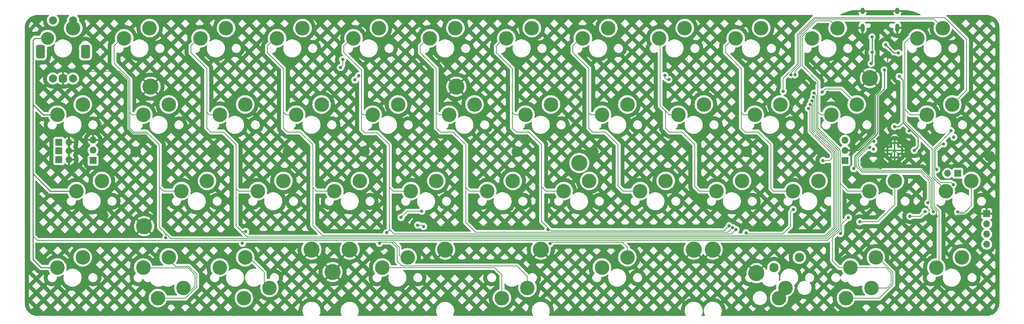
<source format=gtl>
%TF.GenerationSoftware,KiCad,Pcbnew,7.0.8*%
%TF.CreationDate,2023-10-22T18:59:45+02:00*%
%TF.ProjectId,Monorail_Steam_Reduced,4d6f6e6f-7261-4696-9c5f-537465616d5f,rev?*%
%TF.SameCoordinates,Original*%
%TF.FileFunction,Copper,L1,Top*%
%TF.FilePolarity,Positive*%
%FSLAX46Y46*%
G04 Gerber Fmt 4.6, Leading zero omitted, Abs format (unit mm)*
G04 Created by KiCad (PCBNEW 7.0.8) date 2023-10-22 18:59:45*
%MOMM*%
%LPD*%
G01*
G04 APERTURE LIST*
G04 Aperture macros list*
%AMRoundRect*
0 Rectangle with rounded corners*
0 $1 Rounding radius*
0 $2 $3 $4 $5 $6 $7 $8 $9 X,Y pos of 4 corners*
0 Add a 4 corners polygon primitive as box body*
4,1,4,$2,$3,$4,$5,$6,$7,$8,$9,$2,$3,0*
0 Add four circle primitives for the rounded corners*
1,1,$1+$1,$2,$3*
1,1,$1+$1,$4,$5*
1,1,$1+$1,$6,$7*
1,1,$1+$1,$8,$9*
0 Add four rect primitives between the rounded corners*
20,1,$1+$1,$2,$3,$4,$5,0*
20,1,$1+$1,$4,$5,$6,$7,0*
20,1,$1+$1,$6,$7,$8,$9,0*
20,1,$1+$1,$8,$9,$2,$3,0*%
G04 Aperture macros list end*
%TA.AperFunction,ComponentPad*%
%ADD10C,4.000000*%
%TD*%
%TA.AperFunction,ComponentPad*%
%ADD11C,2.300000*%
%TD*%
%TA.AperFunction,ComponentPad*%
%ADD12R,1.700000X1.700000*%
%TD*%
%TA.AperFunction,ComponentPad*%
%ADD13O,1.700000X1.700000*%
%TD*%
%TA.AperFunction,ComponentPad*%
%ADD14C,2.000000*%
%TD*%
%TA.AperFunction,ComponentPad*%
%ADD15RoundRect,0.500000X0.500000X-0.500000X0.500000X0.500000X-0.500000X0.500000X-0.500000X-0.500000X0*%
%TD*%
%TA.AperFunction,ComponentPad*%
%ADD16RoundRect,0.550000X0.550000X-1.150000X0.550000X1.150000X-0.550000X1.150000X-0.550000X-1.150000X0*%
%TD*%
%TA.AperFunction,ComponentPad*%
%ADD17O,1.000000X1.600000*%
%TD*%
%TA.AperFunction,ComponentPad*%
%ADD18O,1.000000X2.100000*%
%TD*%
%TA.AperFunction,ComponentPad*%
%ADD19C,3.600000*%
%TD*%
%TA.AperFunction,ComponentPad*%
%ADD20C,0.600000*%
%TD*%
%TA.AperFunction,ComponentPad*%
%ADD21C,3.200000*%
%TD*%
%TA.AperFunction,ViaPad*%
%ADD22C,0.800000*%
%TD*%
%TA.AperFunction,Conductor*%
%ADD23C,0.200000*%
%TD*%
%TA.AperFunction,Conductor*%
%ADD24C,0.250000*%
%TD*%
%TA.AperFunction,Conductor*%
%ADD25C,0.350000*%
%TD*%
G04 APERTURE END LIST*
D10*
%TO.P,HOLE_M3,1*%
%TO.N,GND*%
X239953406Y-80423713D03*
%TD*%
%TO.P,REF\u002A\u002A,*%
%TO.N,GND*%
X100806250Y-123190000D03*
X200818750Y-123190000D03*
%TD*%
D11*
%TO.P,MX3,1,COL*%
%TO.N,COL9*%
X216058750Y-127635000D03*
%TO.P,MX3,2,ROW*%
%TO.N,Net-(MX3-ROW)*%
X222408750Y-125095000D03*
%TD*%
D10*
%TO.P,HOLE_M3,1*%
%TO.N,GND*%
X60703406Y-82549712D03*
%TD*%
%TO.P,HOLE_M3,1*%
%TO.N,GND*%
X106051973Y-128773715D03*
%TD*%
%TO.P,HOLE_M3,1*%
%TO.N,GND*%
X59103407Y-117323711D03*
%TD*%
D12*
%TO.P,J4,1,Pin_1*%
%TO.N,EXTRA1*%
X261898450Y-104165000D03*
D13*
%TO.P,J4,2,Pin_2*%
%TO.N,EXTRA0*%
X259358450Y-104165000D03*
%TD*%
D10*
%TO.P,REF\u002A\u002A,*%
%TO.N,GND*%
X157956250Y-123190000D03*
X196056250Y-123190000D03*
%TD*%
%TO.P,HOLE_M3,1*%
%TO.N,GND*%
X211696300Y-129057400D03*
%TD*%
%TO.P,REF\u002A\u002A,1*%
%TO.N,GND*%
X110331250Y-123190000D03*
%TO.P,REF\u002A\u002A,2*%
X134143750Y-123190000D03*
%TD*%
%TO.P,HOLE_M3,1*%
%TO.N,N/C*%
X167553412Y-101599712D03*
%TD*%
%TO.P,HOLE_M3,1*%
%TO.N,GND*%
X136903403Y-82549712D03*
%TD*%
D14*
%TO.P,SW3,A,A*%
%TO.N,ENCB*%
X36393750Y-80525000D03*
%TO.P,SW3,B,B*%
%TO.N,ENCA*%
X41393750Y-80525000D03*
D15*
%TO.P,SW3,C,C*%
%TO.N,GND*%
X38893750Y-80525000D03*
D16*
%TO.P,SW3,MP*%
%TO.N,N/C*%
X33293750Y-73825000D03*
X44493750Y-73825000D03*
D14*
%TO.P,SW3,S1,S1*%
%TO.N,ENC_ROW*%
X41393750Y-66025000D03*
%TO.P,SW3,S2,S2*%
%TO.N,COL0*%
X36393750Y-66025000D03*
%TD*%
D17*
%TO.P,J6,S1,SHIELD*%
%TO.N,GND*%
X238152750Y-63677800D03*
D18*
X238152750Y-67857800D03*
D17*
X246792750Y-63677800D03*
D18*
X246792750Y-67857800D03*
%TD*%
D19*
%TO.P,MX27,1,COL*%
%TO.N,COL8*%
X192246250Y-89535000D03*
%TO.P,MX27,2,ROW*%
%TO.N,Net-(MX27-ROW)*%
X198596250Y-86995000D03*
%TD*%
D12*
%TO.P,J1,1,Pin_1*%
%TO.N,LED1*%
X37866400Y-100761800D03*
D13*
%TO.P,J1,2,Pin_2*%
%TO.N,GND*%
X40406400Y-100761800D03*
%TD*%
D12*
%TO.P,J9,1,Pin_1*%
%TO.N,+5VD*%
X46380400Y-100950000D03*
D13*
%TO.P,J9,2,Pin_2*%
%TO.N,RGB_OUT*%
X46380400Y-98410000D03*
%TO.P,J9,3,Pin_3*%
%TO.N,GND*%
X46380400Y-95870000D03*
%TD*%
D19*
%TO.P,MX58,1,COL*%
%TO.N,Net-(MX58-COL)*%
X173196250Y-127635000D03*
%TO.P,MX58,2,ROW*%
%TO.N,COL6*%
X179546250Y-125095000D03*
%TD*%
%TO.P,MX19,1,COL*%
%TO.N,COL0*%
X37465000Y-89535000D03*
%TO.P,MX19,2,ROW*%
%TO.N,Net-(MX19-ROW)*%
X43815000Y-86995000D03*
%TD*%
%TO.P,MX20,1,COL*%
%TO.N,COL1*%
X58896250Y-89535000D03*
%TO.P,MX20,2,ROW*%
%TO.N,Net-(MX20-ROW)*%
X65246250Y-86995000D03*
%TD*%
D20*
%TO.P,U3,57,GND*%
%TO.N,GND*%
X246157750Y-100228122D03*
X247059311Y-99326561D03*
X247960872Y-98425000D03*
X245256189Y-99326561D03*
X246157750Y-98425000D03*
X247059311Y-97523439D03*
X244354628Y-98425000D03*
X245256189Y-97523439D03*
X246157750Y-96621878D03*
%TD*%
D19*
%TO.P,MX29,1,COL*%
%TO.N,COL10*%
X230346250Y-89535000D03*
%TO.P,MX29,2,ROW*%
%TO.N,Net-(MX29-ROW)*%
X236696250Y-86995000D03*
%TD*%
%TO.P,MX41,1,COL*%
%TO.N,COL10*%
X239871250Y-108585000D03*
%TO.P,MX41,2,ROW*%
%TO.N,Net-(MX41-ROW)*%
X246221250Y-106045000D03*
%TD*%
%TO.P,MX33,1,COL*%
%TO.N,COL2*%
X87471250Y-108585000D03*
%TO.P,MX33,2,ROW*%
%TO.N,Net-(MX33-ROW)*%
X93821250Y-106045000D03*
%TD*%
%TO.P,MX1,1,COL*%
%TO.N,COL10*%
X240347500Y-132715000D03*
%TO.P,MX1,2,ROW*%
%TO.N,Net-(MX1-ROW)*%
X233997500Y-135255000D03*
%TD*%
%TO.P,MX28,1,COL*%
%TO.N,COL9*%
X211296250Y-89535000D03*
%TO.P,MX28,2,ROW*%
%TO.N,Net-(MX28-ROW)*%
X217646250Y-86995000D03*
%TD*%
D12*
%TO.P,J2,1,Pin_1*%
%TO.N,LED2*%
X37866400Y-96418400D03*
D13*
%TO.P,J2,2,Pin_2*%
%TO.N,GND*%
X40406400Y-96418400D03*
%TD*%
D19*
%TO.P,MX34,1,COL*%
%TO.N,COL3*%
X106521250Y-108585000D03*
%TO.P,MX34,2,ROW*%
%TO.N,Net-(MX34-ROW)*%
X112871250Y-106045000D03*
%TD*%
%TO.P,MX45,1,COL*%
%TO.N,Net-(MX43-ROW)*%
X118427500Y-127635000D03*
%TO.P,MX45,2,ROW*%
%TO.N,COL4*%
X124777500Y-125095000D03*
%TD*%
%TO.P,MX13,1,COL*%
%TO.N,COL6*%
X149383750Y-70485000D03*
%TO.P,MX13,2,ROW*%
%TO.N,Net-(MX13-ROW)*%
X155733750Y-67945000D03*
%TD*%
%TO.P,MX49,1,COL*%
%TO.N,Net-(MX3-ROW)*%
X218916250Y-132715000D03*
%TD*%
%TO.P,MX46,1,COL*%
%TO.N,COL0*%
X37465000Y-127635000D03*
%TO.P,MX46,2,ROW*%
%TO.N,Net-(MX46-ROW)*%
X43815000Y-125095000D03*
%TD*%
%TO.P,MX9,1,COL*%
%TO.N,COL2*%
X73183750Y-70485000D03*
%TO.P,MX9,2,ROW*%
%TO.N,Net-(MX9-ROW)*%
X79533750Y-67945000D03*
%TD*%
%TO.P,MX38,1,COL*%
%TO.N,COL7*%
X182721250Y-108585000D03*
%TO.P,MX38,2,ROW*%
%TO.N,Net-(MX38-ROW)*%
X189071250Y-106045000D03*
%TD*%
%TO.P,MX26,1,COL*%
%TO.N,COL7*%
X173196250Y-89535000D03*
%TO.P,MX26,2,ROW*%
%TO.N,Net-(MX26-ROW)*%
X179546250Y-86995000D03*
%TD*%
%TO.P,MX15,1,COL*%
%TO.N,COL8*%
X187483750Y-70485000D03*
%TO.P,MX15,2,ROW*%
%TO.N,Net-(MX15-ROW)*%
X193833750Y-67945000D03*
%TD*%
%TO.P,MX16,1,COL*%
%TO.N,COL9*%
X206533750Y-70485000D03*
%TO.P,MX16,2,ROW*%
%TO.N,Net-(MX16-ROW)*%
X212883750Y-67945000D03*
%TD*%
%TO.P,MX21,1,COL*%
%TO.N,COL2*%
X77946250Y-89535000D03*
%TO.P,MX21,2,ROW*%
%TO.N,Net-(MX21-ROW)*%
X84296250Y-86995000D03*
%TD*%
%TO.P,MX52,1,COL*%
%TO.N,COL1*%
X58896250Y-127635000D03*
%TO.P,MX52,2,ROW*%
%TO.N,Net-(MX2-ROW)*%
X65246250Y-125095000D03*
%TD*%
%TO.P,MX37,1,COL*%
%TO.N,COL6*%
X163671250Y-108585000D03*
%TO.P,MX37,2,ROW*%
%TO.N,Net-(MX37-ROW)*%
X170021250Y-106045000D03*
%TD*%
%TO.P,MX30,1,COL*%
%TO.N,COL11*%
X254158750Y-89535000D03*
%TO.P,MX30,2,ROW*%
%TO.N,Net-(MX30-ROW)*%
X260508750Y-86995000D03*
%TD*%
%TO.P,MX22,1,COL*%
%TO.N,COL3*%
X96996250Y-89535000D03*
%TO.P,MX22,2,ROW*%
%TO.N,Net-(MX22-ROW)*%
X103346250Y-86995000D03*
%TD*%
%TO.P,MX12,1,COL*%
%TO.N,COL5*%
X130333750Y-70485000D03*
%TO.P,MX12,2,ROW*%
%TO.N,Net-(MX12-ROW)*%
X136683750Y-67945000D03*
%TD*%
D21*
%TO.P,MX7,1,COL*%
%TO.N,COL0*%
X35083750Y-70485000D03*
D19*
%TO.P,MX7,2,ROW*%
%TO.N,ENC_ROW*%
X41433750Y-67945000D03*
%TD*%
%TO.P,MX42,1,COL*%
%TO.N,COL11*%
X258921250Y-108585000D03*
%TO.P,MX42,2,ROW*%
%TO.N,Net-(MX42-ROW)*%
X265271250Y-106045000D03*
%TD*%
%TO.P,MX43,1,COL*%
%TO.N,COL4*%
X154622500Y-132715000D03*
%TO.P,MX43,2,ROW*%
%TO.N,Net-(MX43-ROW)*%
X148272500Y-135255000D03*
%TD*%
%TO.P,MX32,1,COL*%
%TO.N,COL1*%
X68421250Y-108585000D03*
%TO.P,MX32,2,ROW*%
%TO.N,Net-(MX32-ROW)*%
X74771250Y-106045000D03*
%TD*%
%TO.P,MX11,1,COL*%
%TO.N,COL4*%
X111283750Y-70485000D03*
%TO.P,MX11,2,ROW*%
%TO.N,Net-(MX11-ROW)*%
X117633750Y-67945000D03*
%TD*%
%TO.P,MX54,2,ROW*%
%TO.N,Net-(MX3-ROW)*%
X217328750Y-135255000D03*
%TD*%
%TO.P,MX57,1,COL*%
%TO.N,COL10*%
X235108750Y-127635000D03*
%TO.P,MX57,2,ROW*%
%TO.N,Net-(MX1-ROW)*%
X241458750Y-125095000D03*
%TD*%
%TO.P,MX23,1,COL*%
%TO.N,COL4*%
X116046250Y-89535000D03*
%TO.P,MX23,2,ROW*%
%TO.N,Net-(MX23-ROW)*%
X122396250Y-86995000D03*
%TD*%
%TO.P,MX36,1,COL*%
%TO.N,COL5*%
X144621250Y-108585000D03*
%TO.P,MX36,2,ROW*%
%TO.N,Net-(MX36-ROW)*%
X150971250Y-106045000D03*
%TD*%
%TO.P,MX31,1,COL*%
%TO.N,COL0*%
X42227500Y-108585000D03*
%TO.P,MX31,2,ROW*%
%TO.N,Net-(MX31-ROW)*%
X48577500Y-106045000D03*
%TD*%
%TO.P,MX8,1,COL*%
%TO.N,COL1*%
X54133750Y-70485000D03*
%TO.P,MX8,2,ROW*%
%TO.N,Net-(MX8-ROW)*%
X60483750Y-67945000D03*
%TD*%
%TO.P,MX35,1,COL*%
%TO.N,COL4*%
X125571250Y-108585000D03*
%TO.P,MX35,2,ROW*%
%TO.N,Net-(MX35-ROW)*%
X131921250Y-106045000D03*
%TD*%
D12*
%TO.P,J8,1,Pin_1*%
%TO.N,GND*%
X269087600Y-114233800D03*
D13*
%TO.P,J8,2,Pin_2*%
%TO.N,+3V3*%
X269087600Y-116773800D03*
%TO.P,J8,3,Pin_3*%
%TO.N,SCL*%
X269087600Y-119313800D03*
%TO.P,J8,4,Pin_4*%
%TO.N,SDA*%
X269087600Y-121853800D03*
%TD*%
D19*
%TO.P,MX18,1,COL*%
%TO.N,COL11*%
X251777500Y-70485000D03*
%TO.P,MX18,2,ROW*%
%TO.N,Net-(MX18-ROW)*%
X258127500Y-67945000D03*
%TD*%
%TO.P,MX24,1,COL*%
%TO.N,COL5*%
X135096250Y-89535000D03*
%TO.P,MX24,2,ROW*%
%TO.N,Net-(MX24-ROW)*%
X141446250Y-86995000D03*
%TD*%
%TO.P,MX2,1,COL*%
%TO.N,COL1*%
X68897500Y-132715000D03*
%TO.P,MX2,2,ROW*%
%TO.N,Net-(MX2-ROW)*%
X62547500Y-135255000D03*
%TD*%
%TO.P,MX53,1,COL*%
%TO.N,Net-(MX47-ROW)*%
X90328750Y-132715000D03*
%TO.P,MX53,2,ROW*%
%TO.N,COL2*%
X83978750Y-135255000D03*
%TD*%
%TO.P,MX48,1,COL*%
%TO.N,COL11*%
X256540000Y-127635000D03*
%TO.P,MX48,2,ROW*%
%TO.N,Net-(MX48-ROW)*%
X262890000Y-125095000D03*
%TD*%
%TO.P,MX25,1,COL*%
%TO.N,COL6*%
X154146250Y-89535000D03*
%TO.P,MX25,2,ROW*%
%TO.N,Net-(MX25-ROW)*%
X160496250Y-86995000D03*
%TD*%
%TO.P,MX47,1,COL*%
%TO.N,COL2*%
X77946250Y-127635000D03*
%TO.P,MX47,2,ROW*%
%TO.N,Net-(MX47-ROW)*%
X84296250Y-125095000D03*
%TD*%
%TO.P,MX17,1,COL*%
%TO.N,COL10*%
X225583750Y-70485000D03*
%TO.P,MX17,2,ROW*%
%TO.N,Net-(MX17-ROW)*%
X231933750Y-67945000D03*
%TD*%
D12*
%TO.P,SWD1,1,Pin_1*%
%TO.N,SWCLK*%
X233756200Y-100965000D03*
D13*
%TO.P,SWD1,2,Pin_2*%
%TO.N,GND*%
X233756200Y-98425000D03*
%TO.P,SWD1,3,Pin_3*%
%TO.N,SWDIO*%
X233756200Y-95885000D03*
%TD*%
D19*
%TO.P,MX10,1,COL*%
%TO.N,COL3*%
X92233750Y-70485000D03*
%TO.P,MX10,2,ROW*%
%TO.N,Net-(MX10-ROW)*%
X98583750Y-67945000D03*
%TD*%
D12*
%TO.P,J3,1,Pin_1*%
%TO.N,LED3*%
X37866400Y-98577400D03*
D13*
%TO.P,J3,2,Pin_2*%
%TO.N,GND*%
X40406400Y-98577400D03*
%TD*%
D19*
%TO.P,MX40,1,COL*%
%TO.N,COL9*%
X220821250Y-108585000D03*
%TO.P,MX40,2,ROW*%
%TO.N,Net-(MX40-ROW)*%
X227171250Y-106045000D03*
%TD*%
%TO.P,MX14,1,COL*%
%TO.N,COL7*%
X168433750Y-70485000D03*
%TO.P,MX14,2,ROW*%
%TO.N,Net-(MX14-ROW)*%
X174783750Y-67945000D03*
%TD*%
%TO.P,MX39,1,COL*%
%TO.N,COL8*%
X201771250Y-108585000D03*
%TO.P,MX39,2,ROW*%
%TO.N,Net-(MX39-ROW)*%
X208121250Y-106045000D03*
%TD*%
D22*
%TO.N,GND*%
X233241850Y-85648800D03*
X257041650Y-104343200D03*
X209219800Y-98755200D03*
X243662200Y-106629200D03*
X94945200Y-98729800D03*
X179546250Y-110769400D03*
X255193800Y-92176600D03*
X213988650Y-126822200D03*
X40513000Y-70713600D03*
X269798800Y-99872800D03*
X256494550Y-114858800D03*
X48920400Y-114655600D03*
X261848600Y-114884200D03*
X259911850Y-111302800D03*
X229463600Y-83896200D03*
X75996800Y-98780600D03*
X243052600Y-113893600D03*
X48336200Y-98501200D03*
X197967600Y-110515400D03*
X221970600Y-111175800D03*
X218687650Y-127381000D03*
X227888800Y-108686600D03*
X203777850Y-116865400D03*
X221761050Y-134874000D03*
X242544600Y-81870500D03*
X152044400Y-98755200D03*
X228034850Y-87172800D03*
X113995200Y-98704400D03*
X231343200Y-92075000D03*
X237280450Y-91719400D03*
X242611160Y-102790510D03*
X228371400Y-98425000D03*
X171018200Y-98755200D03*
X226307650Y-81686400D03*
X237984850Y-101937000D03*
X244830600Y-74244200D03*
X56997600Y-98806000D03*
X126619000Y-111277400D03*
X133121400Y-98729800D03*
X257244850Y-98831400D03*
X59861450Y-95300800D03*
X190017400Y-98755200D03*
%TO.N,VCC*%
X240518950Y-74015600D03*
X240498250Y-70170536D03*
X240284000Y-76784200D03*
%TO.N,+5V*%
X243588575Y-78409800D03*
X235926950Y-102985800D03*
%TO.N,+3V3*%
X249751097Y-93542453D03*
X246126000Y-92532200D03*
X249943350Y-114884200D03*
X251053600Y-98425000D03*
X247269000Y-80035400D03*
X258343400Y-96820700D03*
X253709505Y-113676371D03*
X256598100Y-103232999D03*
%TO.N,+1V1*%
X260883400Y-95148400D03*
%TO.N,Net-(MX11-ROW)*%
X108051600Y-77774800D03*
X108587850Y-75799642D03*
%TO.N,Net-(MX17-ROW)*%
X221284800Y-79583700D03*
%TO.N,Net-(MX18-ROW)*%
X220285297Y-79583700D03*
%TO.N,Net-(MX35-ROW)*%
X123139200Y-115163600D03*
X128295400Y-113592752D03*
%TO.N,Net-(MX23-ROW)*%
X111616885Y-80864315D03*
X112579626Y-79848569D03*
%TO.N,Net-(MX27-ROW)*%
X189867321Y-80785482D03*
X188894472Y-79779843D03*
%TO.N,Net-(MX41-ROW)*%
X237458250Y-116242600D03*
%TO.N,Net-(MX42-ROW)*%
X234593722Y-115188322D03*
X232618495Y-119152090D03*
X261884493Y-113802882D03*
%TO.N,Net-(MX29-ROW)*%
X228085650Y-83895700D03*
%TO.N,Net-(MX30-ROW)*%
X218379497Y-83701347D03*
%TO.N,ROW3*%
X254443550Y-111509881D03*
X240933895Y-96170289D03*
%TO.N,Net-(MX58-COL)*%
X127287467Y-117047290D03*
X128744025Y-117391752D03*
%TO.N,RGB*%
X224695403Y-87947519D03*
X228288850Y-100965000D03*
%TO.N,COL0*%
X226080049Y-84185542D03*
%TO.N,COL1*%
X64546750Y-120190500D03*
X225925700Y-85184869D03*
%TO.N,COL2*%
X225525700Y-86106000D03*
X84417578Y-118656778D03*
X83596750Y-121589500D03*
%TO.N,COL3*%
X225125700Y-87045383D03*
%TO.N,COL4*%
X119563222Y-118968178D03*
X206609746Y-118192346D03*
X117728000Y-121589500D03*
%TO.N,COL5*%
X205738396Y-117702699D03*
%TO.N,COL6*%
X204865945Y-117215017D03*
X160274000Y-121691400D03*
X159740600Y-118190500D03*
%TO.N,COL9*%
X209086450Y-118990500D03*
X220846650Y-113175100D03*
%TO.N,Net-(J6-CC2)*%
X243883850Y-72125500D03*
X247046750Y-74149500D03*
%TO.N,RUN*%
X255749336Y-113699014D03*
X239938467Y-97732109D03*
%TO.N,QSPI_SS*%
X260733303Y-107017500D03*
X260191250Y-93548200D03*
%TO.N,unconnected-(U3-GPIO17-Pad28)*%
X240905622Y-98133578D03*
%TD*%
D23*
%TO.N,GND*%
X254930543Y-105063657D02*
X255019443Y-105152557D01*
X242611160Y-102790510D02*
X242328470Y-103073200D01*
X56400114Y-94253000D02*
X55175200Y-93028085D01*
X262499000Y-114233800D02*
X269087600Y-114233800D01*
X242328470Y-103073200D02*
X238347250Y-103073200D01*
D24*
X237018190Y-98425000D02*
X241408800Y-94034390D01*
D23*
X256494550Y-114858800D02*
X256584450Y-114768900D01*
X253016286Y-103149400D02*
X254930543Y-105063657D01*
X245256189Y-99326561D02*
X246157750Y-98425000D01*
X255543050Y-112503485D02*
X255543050Y-105676164D01*
D24*
X244313075Y-74761725D02*
X244830600Y-74244200D01*
X233578400Y-98425000D02*
X237018190Y-98425000D01*
X241408800Y-94034390D02*
X241408800Y-84615608D01*
X242308800Y-84988400D02*
X242308800Y-94576050D01*
D23*
X55175200Y-80880000D02*
X53009800Y-78714600D01*
X59861450Y-94564736D02*
X59549714Y-94253000D01*
D24*
X242308800Y-94576050D02*
X245256189Y-97523439D01*
X244313075Y-78790800D02*
X244313075Y-74761725D01*
D23*
X59549714Y-94253000D02*
X56400114Y-94253000D01*
D24*
X242544600Y-83479808D02*
X241980804Y-84043604D01*
D23*
X53009800Y-78714600D02*
X40704150Y-78714600D01*
X261848600Y-114884200D02*
X262499000Y-114233800D01*
D24*
X241408800Y-84615608D02*
X241980804Y-84043604D01*
D23*
X255543050Y-105676164D02*
X254930543Y-105063657D01*
D24*
X244313075Y-82984125D02*
X242308800Y-84988400D01*
D23*
X256584450Y-114768900D02*
X256584450Y-113544885D01*
X40704150Y-78714600D02*
X38893750Y-80525000D01*
X59861450Y-95300800D02*
X59861450Y-94564736D01*
X256584450Y-113544885D02*
X255543050Y-112503485D01*
X238347250Y-103073200D02*
X237984850Y-102710800D01*
D24*
X244313075Y-78790800D02*
X244313075Y-82984125D01*
D23*
X55175200Y-93028085D02*
X55175200Y-80880000D01*
D24*
X241980804Y-84043604D02*
X242387204Y-83637204D01*
D23*
X247059311Y-99326561D02*
X246157750Y-98425000D01*
D24*
X242544600Y-81870500D02*
X242544600Y-83479808D01*
D23*
X237984850Y-102710800D02*
X237984850Y-101937000D01*
D25*
X247960872Y-98425000D02*
X244354628Y-98425000D01*
X246157750Y-96621878D02*
X246157750Y-100228122D01*
D24*
%TO.N,VCC*%
X240518950Y-72974200D02*
X240518950Y-74015600D01*
X240518950Y-76549250D02*
X240284000Y-76784200D01*
X240518950Y-70191236D02*
X240518950Y-72974200D01*
X240498250Y-70170536D02*
X240518950Y-70191236D01*
X240518950Y-74015600D02*
X240518950Y-74650600D01*
X240518950Y-74650600D02*
X240518950Y-76549250D01*
%TO.N,+5V*%
X243588575Y-83072229D02*
X243588575Y-78409800D01*
X235926950Y-102985800D02*
X236201450Y-102711300D01*
X236201450Y-99878136D02*
X241858800Y-94220786D01*
X236201450Y-102711300D02*
X236201450Y-99878136D01*
X241858800Y-84802004D02*
X243588575Y-83072229D01*
X241858800Y-94220786D02*
X241858800Y-84802004D01*
D23*
%TO.N,+3V3*%
X252501676Y-114884200D02*
X253709505Y-113676371D01*
X249751097Y-93542453D02*
X250269013Y-93542453D01*
X250269013Y-93542453D02*
X250994380Y-94267820D01*
X256298600Y-98285400D02*
X257763300Y-96820700D01*
X256298600Y-102933499D02*
X256298600Y-98285400D01*
D24*
X247269000Y-80035400D02*
X248215600Y-80982000D01*
X251968000Y-97510600D02*
X251968000Y-95241440D01*
X248215600Y-84378800D02*
X248215600Y-84429600D01*
D23*
X249943350Y-114884200D02*
X252501676Y-114884200D01*
D24*
X248215600Y-80982000D02*
X248215600Y-84378800D01*
D23*
X256598100Y-103232999D02*
X256298600Y-102933499D01*
D24*
X251968000Y-95241440D02*
X250994380Y-94267820D01*
X251053600Y-98425000D02*
X251968000Y-97510600D01*
X248215600Y-91489040D02*
X248215600Y-90678000D01*
X247172440Y-92532200D02*
X246126000Y-92532200D01*
D23*
X257763300Y-96820700D02*
X258343400Y-96820700D01*
D24*
X248215600Y-84429600D02*
X248215600Y-90678000D01*
X250994380Y-94267820D02*
X248215600Y-91489040D01*
X248215600Y-91489040D02*
X247172440Y-92532200D01*
D23*
%TO.N,Net-(MX11-ROW)*%
X108587850Y-77238550D02*
X108051600Y-77774800D01*
X108587850Y-75799642D02*
X108587850Y-77238550D01*
%TO.N,Net-(MX17-ROW)*%
X222662800Y-69952622D02*
X226486622Y-66128800D01*
X221284800Y-78725619D02*
X222662800Y-77347618D01*
X222662800Y-77347618D02*
X222662800Y-69952622D01*
X230117550Y-66128800D02*
X231933750Y-67945000D01*
X221284800Y-79583700D02*
X221284800Y-78725619D01*
X226486622Y-66128800D02*
X230117550Y-66128800D01*
%TO.N,Net-(MX18-ROW)*%
X220268800Y-79567203D02*
X220268800Y-79175933D01*
X226320936Y-65728800D02*
X255911300Y-65728800D01*
X222262800Y-69786936D02*
X226320936Y-65728800D01*
X220285297Y-79583700D02*
X220268800Y-79567203D01*
X255911300Y-65728800D02*
X258127500Y-67945000D01*
X222262800Y-77181933D02*
X222262800Y-69786936D01*
X220268800Y-79175933D02*
X222262800Y-77181933D01*
%TO.N,Net-(MX35-ROW)*%
X128295400Y-113592752D02*
X124710048Y-113592752D01*
X124710048Y-113592752D02*
X123139200Y-115163600D01*
%TO.N,Net-(MX23-ROW)*%
X112579626Y-79901574D02*
X111616885Y-80864315D01*
X112579626Y-79848569D02*
X112579626Y-79901574D01*
%TO.N,Net-(MX27-ROW)*%
X188894472Y-80385672D02*
X189294282Y-80785482D01*
X189294282Y-80785482D02*
X189867321Y-80785482D01*
X188894472Y-79779843D02*
X188894472Y-80385672D01*
%TO.N,Net-(MX41-ROW)*%
X246221250Y-111932588D02*
X246221250Y-106045000D01*
X237458250Y-116242600D02*
X237458750Y-116242100D01*
X241911738Y-116242100D02*
X246221250Y-111932588D01*
X237458750Y-116242100D02*
X241911738Y-116242100D01*
%TO.N,Net-(MX42-ROW)*%
X263661000Y-113833800D02*
X265271250Y-112223550D01*
X232618495Y-119152090D02*
X232943400Y-118827185D01*
X261915411Y-113833800D02*
X263661000Y-113833800D01*
X265271250Y-112223550D02*
X265271250Y-106045000D01*
X232943400Y-118827185D02*
X232943400Y-116838644D01*
X261884493Y-113802882D02*
X261915411Y-113833800D01*
X232943400Y-116838644D02*
X234593722Y-115188322D01*
%TO.N,Net-(MX29-ROW)*%
X231667050Y-83134200D02*
X228847150Y-83134200D01*
X228847150Y-83134200D02*
X228085650Y-83895700D01*
X236696250Y-86995000D02*
X232835450Y-83134200D01*
X232835450Y-83134200D02*
X231667050Y-83134200D01*
%TO.N,Net-(MX30-ROW)*%
X258641850Y-65328800D02*
X226155250Y-65328800D01*
X221862800Y-69621250D02*
X221862800Y-77016247D01*
X221862800Y-77016247D02*
X218379497Y-80499550D01*
X218379497Y-80499550D02*
X218379497Y-83701347D01*
X264045750Y-83458000D02*
X264045750Y-70732700D01*
X226155250Y-65328800D02*
X221862800Y-69621250D01*
X260508750Y-86995000D02*
X264045750Y-83458000D01*
X264045750Y-70732700D02*
X258641850Y-65328800D01*
%TO.N,ROW3*%
X236626450Y-100054177D02*
X236626450Y-102483772D01*
X254443550Y-111509881D02*
X254743050Y-111210381D01*
X252640514Y-103905000D02*
X253523482Y-104787968D01*
X240510337Y-96170289D02*
X236626450Y-100054177D01*
X238047679Y-103905000D02*
X252640514Y-103905000D01*
X236626450Y-102483772D02*
X238047679Y-103905000D01*
X254743050Y-111210381D02*
X254743050Y-106007536D01*
X240933895Y-96170289D02*
X240510337Y-96170289D01*
X254743050Y-106007536D02*
X253523482Y-104787968D01*
X253523482Y-104787968D02*
X253180582Y-104445068D01*
%TO.N,Net-(MX2-ROW)*%
X62547500Y-135255000D02*
X69418200Y-135255000D01*
X72186800Y-129286000D02*
X70288200Y-127387400D01*
X66979800Y-127387400D02*
X65246250Y-125653850D01*
X69418200Y-135255000D02*
X72186800Y-132486400D01*
X65246250Y-125653850D02*
X65246250Y-125095000D01*
X72186800Y-132486400D02*
X72186800Y-129286000D01*
X70288200Y-127387400D02*
X66979800Y-127387400D01*
%TO.N,Net-(MX47-ROW)*%
X89027000Y-128879600D02*
X85242400Y-125095000D01*
X85242400Y-125095000D02*
X84296250Y-125095000D01*
X90328750Y-132715000D02*
X89027000Y-131413250D01*
X89027000Y-131413250D02*
X89027000Y-128879600D01*
%TO.N,Net-(MX43-ROW)*%
X148272500Y-135255000D02*
X148272500Y-129425700D01*
X146500800Y-127654000D02*
X118446500Y-127654000D01*
X148272500Y-129425700D02*
X146500800Y-127654000D01*
X118446500Y-127654000D02*
X118427500Y-127635000D01*
%TO.N,Net-(MX1-ROW)*%
X242348285Y-135255000D02*
X245713200Y-131890085D01*
X245713200Y-128866314D02*
X241941885Y-125095000D01*
X245713200Y-131890085D02*
X245713200Y-128866314D01*
X233997500Y-135255000D02*
X242348285Y-135255000D01*
X241941885Y-125095000D02*
X241458750Y-125095000D01*
%TO.N,Net-(MX58-COL)*%
X128399563Y-117047290D02*
X128744025Y-117391752D01*
X127287467Y-117047290D02*
X128399563Y-117047290D01*
%TO.N,RGB*%
X224695403Y-87947519D02*
X225025200Y-88277316D01*
X225025200Y-88277316D02*
X225025200Y-93690828D01*
X230536250Y-100406200D02*
X229977450Y-100965000D01*
X229977450Y-100965000D02*
X228288850Y-100965000D01*
X230536250Y-99201878D02*
X230536250Y-100406200D01*
X225025200Y-93690828D02*
X230536250Y-99201878D01*
D24*
%TO.N,COL0*%
X31394400Y-85902800D02*
X31394400Y-102158800D01*
D23*
X226625200Y-91675000D02*
X226625200Y-91567000D01*
X226625200Y-93028084D02*
X232136250Y-98539134D01*
D24*
X33909000Y-89535000D02*
X37465000Y-89535000D01*
D23*
X232136250Y-118079406D02*
X232136250Y-108966000D01*
D24*
X31877000Y-70485000D02*
X31394400Y-70967600D01*
D23*
X226625200Y-93028084D02*
X226625200Y-91675000D01*
D24*
X31394400Y-104241600D02*
X35737800Y-108585000D01*
D23*
X32523400Y-120890000D02*
X31394400Y-119761000D01*
D24*
X31394400Y-85902800D02*
X31394400Y-87020400D01*
X31394400Y-102158800D02*
X31394400Y-119761000D01*
D23*
X205007600Y-120890000D02*
X204495400Y-120890000D01*
D24*
X35737800Y-108585000D02*
X42227500Y-108585000D01*
D23*
X232136250Y-98539134D02*
X232136250Y-108966000D01*
D24*
X33401000Y-127635000D02*
X37465000Y-127635000D01*
X31394400Y-119761000D02*
X31394400Y-125628400D01*
D23*
X229325658Y-120890000D02*
X232136250Y-118079406D01*
X205333600Y-120890000D02*
X229325658Y-120890000D01*
X232136250Y-108966000D02*
X232136250Y-108324750D01*
X226625200Y-91567000D02*
X226625200Y-85598000D01*
X204495400Y-120890000D02*
X205333600Y-120890000D01*
D24*
X35083750Y-70485000D02*
X31877000Y-70485000D01*
D23*
X204495400Y-120890000D02*
X32523400Y-120890000D01*
D24*
X31394400Y-125628400D02*
X33401000Y-127635000D01*
X31394400Y-102158800D02*
X31394400Y-104241600D01*
D23*
X226625200Y-85598000D02*
X226625200Y-84730693D01*
X205333600Y-120890000D02*
X205675152Y-120890000D01*
D24*
X31394400Y-87020400D02*
X33909000Y-89535000D01*
D23*
X226625200Y-84730693D02*
X226080049Y-84185542D01*
D24*
X31394400Y-70967600D02*
X31394400Y-85902800D01*
D23*
%TO.N,COL1*%
X56108600Y-89535000D02*
X55575200Y-89001600D01*
X63931800Y-118643400D02*
X65778400Y-120490000D01*
X226225200Y-88773000D02*
X226225200Y-86525000D01*
X58896250Y-89535000D02*
X56108600Y-89535000D01*
X70122514Y-127787400D02*
X71786800Y-129451686D01*
X55575200Y-92862400D02*
X55575200Y-89001600D01*
X59048650Y-127787400D02*
X70122514Y-127787400D01*
X62890400Y-105613200D02*
X62890400Y-97028000D01*
X68421250Y-108585000D02*
X63881000Y-108585000D01*
X226225200Y-86182200D02*
X226225200Y-85484369D01*
X63881000Y-108585000D02*
X62890400Y-107594400D01*
X62890400Y-107594400D02*
X62890400Y-105613200D01*
X71786800Y-129451686D02*
X71786800Y-132320714D01*
X65778400Y-120490000D02*
X204139800Y-120490000D01*
X58896250Y-127635000D02*
X59048650Y-127787400D01*
X226225200Y-85484369D02*
X225925700Y-85184869D01*
X204139800Y-120490000D02*
X205028800Y-120490000D01*
X56565800Y-93853000D02*
X55575200Y-92862400D01*
X229159972Y-120490000D02*
X231736250Y-117913721D01*
X205028800Y-120490000D02*
X205840838Y-120490000D01*
X231736250Y-98704820D02*
X226225200Y-93193770D01*
X62890400Y-105613200D02*
X62890400Y-117602000D01*
X62890400Y-117602000D02*
X63931800Y-118643400D01*
X63931800Y-118643400D02*
X64546750Y-119258350D01*
X226225200Y-88773000D02*
X226225200Y-88392000D01*
X51612800Y-72390000D02*
X53517800Y-70485000D01*
X226225200Y-93193770D02*
X226225200Y-88773000D01*
X53517800Y-70485000D02*
X54133750Y-70485000D01*
X55575200Y-89001600D02*
X55575200Y-80714314D01*
X205028800Y-120490000D02*
X205327114Y-120490000D01*
X69630657Y-133448157D02*
X68897500Y-132715000D01*
X231736250Y-117913721D02*
X231736250Y-98704820D01*
X59715400Y-93853000D02*
X56565800Y-93853000D01*
X62890400Y-97028000D02*
X59715400Y-93853000D01*
X51612800Y-76751914D02*
X51612800Y-72390000D01*
X55575200Y-80714314D02*
X51612800Y-76751914D01*
X204139800Y-120490000D02*
X229159972Y-120490000D01*
X71786800Y-132320714D02*
X70659357Y-133448157D01*
X70659357Y-133448157D02*
X69630657Y-133448157D01*
X64546750Y-119258350D02*
X64546750Y-120190500D01*
X226225200Y-86525000D02*
X226225200Y-86182200D01*
%TO.N,COL2*%
X82042000Y-116662200D02*
X82042000Y-117271800D01*
X70764400Y-72390000D02*
X72669400Y-70485000D01*
X82042000Y-97028000D02*
X78867000Y-93853000D01*
X225825200Y-93218000D02*
X225825200Y-92233600D01*
X75311000Y-89535000D02*
X74726800Y-88950800D01*
X82042000Y-106375200D02*
X82042000Y-116662200D01*
X72669400Y-70485000D02*
X73285350Y-70485000D01*
X83426978Y-118656778D02*
X83146900Y-118376700D01*
X225825200Y-93359455D02*
X225825200Y-93218000D01*
X83146900Y-118376700D02*
X84860200Y-120090000D01*
X78867000Y-93853000D02*
X75717400Y-93853000D01*
X225825200Y-87960200D02*
X225825200Y-87560000D01*
X77946250Y-89535000D02*
X75311000Y-89535000D01*
X75717400Y-93853000D02*
X74726800Y-92862400D01*
X225825200Y-86405500D02*
X225525700Y-86106000D01*
X204800200Y-120090000D02*
X205740000Y-120090000D01*
X205740000Y-120090000D02*
X215875800Y-120090000D01*
X82042000Y-106375200D02*
X82042000Y-97028000D01*
X231336250Y-98870506D02*
X227040272Y-94574528D01*
X227040272Y-94574528D02*
X225825200Y-93359455D01*
X204800200Y-120090000D02*
X205161428Y-120090000D01*
X82042000Y-107950000D02*
X82042000Y-106375200D01*
X70764400Y-74066400D02*
X70764400Y-72390000D01*
X74726800Y-92862400D02*
X74726800Y-88950800D01*
X225825200Y-91871800D02*
X225825200Y-87960200D01*
X227177600Y-120090000D02*
X228994286Y-120090000D01*
X227177600Y-120090000D02*
X228328686Y-120090000D01*
X216255600Y-120090000D02*
X227177600Y-120090000D01*
X84860200Y-120090000D02*
X204800200Y-120090000D01*
X205740000Y-120090000D02*
X206006524Y-120090000D01*
X225825200Y-87960200D02*
X225825200Y-86405500D01*
X228994286Y-120090000D02*
X231336250Y-117748036D01*
X225825200Y-87560000D02*
X225825200Y-87325200D01*
X82042000Y-117271800D02*
X83146900Y-118376700D01*
X231336250Y-117748036D02*
X231336250Y-98870506D01*
X74726800Y-78028800D02*
X70764400Y-74066400D01*
X82677000Y-108585000D02*
X82042000Y-107950000D01*
X84417578Y-118656778D02*
X83426978Y-118656778D01*
X74726800Y-88950800D02*
X74726800Y-78028800D01*
X87471250Y-108585000D02*
X82677000Y-108585000D01*
X215875800Y-120090000D02*
X216255600Y-120090000D01*
X225825200Y-92233600D02*
X225825200Y-91871800D01*
%TO.N,COL3*%
X228163000Y-119690000D02*
X228828600Y-119690000D01*
X93827600Y-92862400D02*
X93827600Y-88900000D01*
X204774800Y-119690000D02*
X204984400Y-119690000D01*
X93827600Y-78028800D02*
X89865200Y-74066400D01*
X106521250Y-108585000D02*
X102031800Y-108585000D01*
X225425200Y-87344883D02*
X225425200Y-88442800D01*
X101142800Y-106730800D02*
X101142800Y-97028000D01*
X101142800Y-106730800D02*
X101142800Y-117170200D01*
X225425200Y-93525142D02*
X225425200Y-92811600D01*
X226932054Y-95031996D02*
X228433829Y-96533771D01*
X103662600Y-119690000D02*
X204546200Y-119690000D01*
X94462600Y-89535000D02*
X93827600Y-88900000D01*
X89865200Y-72390000D02*
X91770200Y-70485000D01*
X204774800Y-119690000D02*
X228163000Y-119690000D01*
X94818200Y-93853000D02*
X93827600Y-92862400D01*
X204546200Y-119690000D02*
X204774800Y-119690000D01*
X101142800Y-97028000D02*
X97967800Y-93853000D01*
X101142800Y-107696000D02*
X101142800Y-106730800D01*
X89865200Y-74066400D02*
X89865200Y-72390000D01*
X101142800Y-117170200D02*
X103662600Y-119690000D01*
X93827600Y-88900000D02*
X93827600Y-78028800D01*
X91770200Y-70485000D02*
X92386150Y-70485000D01*
X230936250Y-99036192D02*
X228433829Y-96533771D01*
X102031800Y-108585000D02*
X101142800Y-107696000D01*
X230936250Y-117424200D02*
X230936250Y-99036192D01*
X96996250Y-89535000D02*
X94462600Y-89535000D01*
X225125700Y-87045383D02*
X225425200Y-87344883D01*
X225425200Y-88442800D02*
X225425200Y-92811600D01*
X230936250Y-117424200D02*
X230936250Y-117582350D01*
X226932054Y-95031996D02*
X225425200Y-93525142D01*
X230936250Y-117582350D02*
X228828600Y-119690000D01*
X97967800Y-93853000D02*
X94818200Y-93853000D01*
%TO.N,COL4*%
X121183400Y-108585000D02*
X120192800Y-107594400D01*
X120192800Y-115697000D02*
X120192800Y-117652800D01*
X108915200Y-74066400D02*
X113279626Y-78430826D01*
X120192800Y-117652800D02*
X120192800Y-118084600D01*
X117728000Y-121489200D02*
X117927200Y-121290000D01*
X125571250Y-108585000D02*
X121183400Y-108585000D01*
X205512092Y-119290000D02*
X121398200Y-119290000D01*
X120192800Y-107594400D02*
X120192800Y-106857800D01*
X113279626Y-78430826D02*
X113279626Y-89154000D01*
X122199400Y-122687000D02*
X122199400Y-126111000D01*
X114046000Y-94030800D02*
X113279626Y-93264426D01*
X113279626Y-93264426D02*
X113279626Y-89154000D01*
X108915200Y-72390000D02*
X108915200Y-74066400D01*
X120192800Y-118084600D02*
X120192800Y-118338600D01*
X117195600Y-94030800D02*
X114046000Y-94030800D01*
X111436150Y-70485000D02*
X110820200Y-70485000D01*
X120192800Y-97028000D02*
X117195600Y-94030800D01*
X120192800Y-106857800D02*
X120192800Y-97028000D01*
X206609746Y-118192346D02*
X205512092Y-119290000D01*
X122199400Y-126111000D02*
X123342400Y-127254000D01*
X117728000Y-121589500D02*
X117728000Y-121489200D01*
X124777500Y-125095000D02*
X123215400Y-125095000D01*
X123342400Y-127254000D02*
X151993600Y-127254000D01*
X110820200Y-70485000D02*
X108915200Y-72390000D01*
X117927200Y-121290000D02*
X120802400Y-121290000D01*
X123215400Y-125095000D02*
X122656600Y-124536200D01*
X120802400Y-121290000D02*
X122199400Y-122687000D01*
X116046250Y-89535000D02*
X113660626Y-89535000D01*
X121398200Y-119290000D02*
X120192800Y-118084600D01*
X122656600Y-122555000D02*
X121391600Y-121290000D01*
X154622500Y-129882900D02*
X154622500Y-132715000D01*
X121391600Y-121290000D02*
X120802400Y-121290000D01*
X120192800Y-118338600D02*
X119563222Y-118968178D01*
X113660626Y-89535000D02*
X113279626Y-89154000D01*
X122656600Y-124536200D02*
X122656600Y-122555000D01*
X120192800Y-106857800D02*
X120192800Y-115697000D01*
X151993600Y-127254000D02*
X154622500Y-129882900D01*
%TO.N,COL5*%
X139242800Y-107061000D02*
X139242800Y-116433600D01*
X127965200Y-72390000D02*
X129870200Y-70485000D01*
X204551095Y-118890000D02*
X204038200Y-118890000D01*
X140182600Y-108585000D02*
X139242800Y-107645200D01*
X131927600Y-92862400D02*
X131927600Y-89001600D01*
X136067800Y-93853000D02*
X132918200Y-93853000D01*
X139242800Y-107061000D02*
X139242800Y-97028000D01*
X205738396Y-117702699D02*
X204551095Y-118890000D01*
X139242800Y-97028000D02*
X136067800Y-93853000D01*
X132461000Y-89535000D02*
X131927600Y-89001600D01*
X135096250Y-89535000D02*
X132461000Y-89535000D01*
X144621250Y-108585000D02*
X140182600Y-108585000D01*
X131927600Y-78028800D02*
X127965200Y-74066400D01*
X131927600Y-89001600D02*
X131927600Y-78028800D01*
X132918200Y-93853000D02*
X131927600Y-92862400D01*
X139242800Y-107645200D02*
X139242800Y-107061000D01*
X204038200Y-118890000D02*
X204451000Y-118890000D01*
X141699200Y-118890000D02*
X204038200Y-118890000D01*
X127965200Y-74066400D02*
X127965200Y-72390000D01*
X129870200Y-70485000D02*
X130486150Y-70485000D01*
X139242800Y-116433600D02*
X141699200Y-118890000D01*
%TO.N,COL6*%
X151460200Y-89535000D02*
X150876000Y-88950800D01*
X150876000Y-88950800D02*
X150876000Y-78028800D01*
X158191200Y-97028000D02*
X155016200Y-93853000D01*
X178236800Y-121290000D02*
X179546250Y-122599450D01*
X155016200Y-93853000D02*
X151866600Y-93853000D01*
X160274000Y-121691400D02*
X160675400Y-121290000D01*
X151866600Y-93853000D02*
X150876000Y-92862400D01*
X159740600Y-117729000D02*
X159740600Y-118190500D01*
X204865945Y-117215017D02*
X203590962Y-118490000D01*
X203590962Y-118490000D02*
X160501600Y-118490000D01*
X158191200Y-116179600D02*
X158991300Y-116979700D01*
X146913600Y-74066400D02*
X146913600Y-72390000D01*
X158991300Y-116979700D02*
X159740600Y-117729000D01*
X146913600Y-72390000D02*
X148818600Y-70485000D01*
X150876000Y-92862400D02*
X150876000Y-88950800D01*
X158191200Y-107061000D02*
X158191200Y-97028000D01*
X163671250Y-108585000D02*
X159232600Y-108585000D01*
X179546250Y-122599450D02*
X179546250Y-125095000D01*
X158191200Y-107543600D02*
X158191200Y-107061000D01*
X154146250Y-89535000D02*
X151460200Y-89535000D01*
X148818600Y-70485000D02*
X149434550Y-70485000D01*
X150876000Y-78028800D02*
X146913600Y-74066400D01*
X160675400Y-121290000D02*
X178236800Y-121290000D01*
X160501600Y-118490000D02*
X158991300Y-116979700D01*
X158191200Y-107061000D02*
X158191200Y-116179600D01*
X159232600Y-108585000D02*
X158191200Y-107543600D01*
%TO.N,COL7*%
X182721250Y-108585000D02*
X178485800Y-108585000D01*
X173196250Y-89535000D02*
X170408600Y-89535000D01*
X167868600Y-70485000D02*
X168484550Y-70485000D01*
X165963600Y-72390000D02*
X167868600Y-70485000D01*
X178485800Y-108585000D02*
X177241200Y-107340400D01*
X174066200Y-93853000D02*
X170916600Y-93853000D01*
X169926000Y-78028800D02*
X165963600Y-74066400D01*
X169926000Y-89052400D02*
X169926000Y-78028800D01*
X170916600Y-93853000D02*
X169926000Y-92862400D01*
X170408600Y-89535000D02*
X169926000Y-89052400D01*
X165963600Y-74066400D02*
X165963600Y-72390000D01*
X177241200Y-97028000D02*
X174066200Y-93853000D01*
X177241200Y-107340400D02*
X177241200Y-97028000D01*
X169926000Y-92862400D02*
X169926000Y-89052400D01*
%TO.N,COL8*%
X187680600Y-87299800D02*
X187680600Y-70580250D01*
X189026800Y-88646000D02*
X187680600Y-87299800D01*
X196342000Y-97028000D02*
X196342000Y-107442000D01*
X189915800Y-89535000D02*
X189026800Y-88646000D01*
X189026800Y-88646000D02*
X189026800Y-92862400D01*
X187680600Y-70580250D02*
X187585350Y-70485000D01*
X192246250Y-89535000D02*
X189915800Y-89535000D01*
X196342000Y-107442000D02*
X197485000Y-108585000D01*
X193167000Y-93853000D02*
X196342000Y-97028000D01*
X190017400Y-93853000D02*
X193167000Y-93853000D01*
X197485000Y-108585000D02*
X201771250Y-108585000D01*
X189026800Y-92862400D02*
X190017400Y-93853000D01*
%TO.N,COL9*%
X207975200Y-92862400D02*
X207975200Y-89052400D01*
X207975200Y-78028800D02*
X204012800Y-74066400D01*
X220218000Y-113803750D02*
X220846650Y-113175100D01*
X209086450Y-118990500D02*
X209385950Y-119290000D01*
X215290400Y-97028000D02*
X212115400Y-93853000D01*
X220821250Y-108585000D02*
X215925400Y-108585000D01*
X209385950Y-119290000D02*
X218276000Y-119290000D01*
X212115400Y-93853000D02*
X208965800Y-93853000D01*
X215290400Y-107950000D02*
X215290400Y-97028000D01*
X208457800Y-89535000D02*
X207975200Y-89052400D01*
X220218000Y-117348000D02*
X220218000Y-113803750D01*
X215925400Y-108585000D02*
X215290400Y-107950000D01*
X204012800Y-72390000D02*
X205917800Y-70485000D01*
X218276000Y-119290000D02*
X220218000Y-117348000D01*
X207975200Y-89052400D02*
X207975200Y-78028800D01*
X205917800Y-70485000D02*
X206533750Y-70485000D01*
X208965800Y-93853000D02*
X207975200Y-92862400D01*
X211296250Y-89535000D02*
X208457800Y-89535000D01*
X204012800Y-74066400D02*
X204012800Y-72390000D01*
%TO.N,COL10*%
X232536250Y-106629200D02*
X232536250Y-118245092D01*
X223062800Y-77317600D02*
X227025200Y-81280000D01*
X243986000Y-127704800D02*
X235178550Y-127704800D01*
X223991508Y-69189600D02*
X223062800Y-70118308D01*
X234492050Y-108585000D02*
X239871250Y-108585000D01*
X232536250Y-98373449D02*
X232536250Y-106629200D01*
X224288350Y-69189600D02*
X223991508Y-69189600D01*
X235178550Y-127704800D02*
X235108750Y-127635000D01*
X227025200Y-92862400D02*
X232536250Y-98373449D01*
X240347500Y-132715000D02*
X244322600Y-132715000D01*
X245313200Y-129032000D02*
X243986000Y-127704800D01*
X244322600Y-132715000D02*
X245313200Y-131724400D01*
X230606600Y-120174743D02*
X230606600Y-125933200D01*
X230346250Y-89535000D02*
X227711000Y-89535000D01*
X230606600Y-125933200D02*
X232308400Y-127635000D01*
X232536250Y-106629200D02*
X234492050Y-108585000D01*
X223062800Y-70118308D02*
X223062800Y-77317600D01*
X232308400Y-127635000D02*
X235108750Y-127635000D01*
X227711000Y-89535000D02*
X227025200Y-88849200D01*
X245313200Y-131724400D02*
X245313200Y-129032000D01*
X232536250Y-118245092D02*
X230606600Y-120174743D01*
X225583750Y-70485000D02*
X224288350Y-69189600D01*
X227025200Y-81280000D02*
X227025200Y-92862400D01*
%TO.N,COL11*%
X249758200Y-70485000D02*
X248640600Y-71602600D01*
X255498600Y-104013000D02*
X255498600Y-105061285D01*
X255498600Y-104013000D02*
X255498600Y-105061286D01*
X248640600Y-88188800D02*
X249986800Y-89535000D01*
X248640600Y-71602600D02*
X248640600Y-88798400D01*
X255498600Y-98171000D02*
X255498600Y-104013000D01*
X258921250Y-108483935D02*
X258921250Y-108585000D01*
X255498600Y-105061285D02*
X258921250Y-108483935D01*
X249986800Y-89535000D02*
X254158750Y-89535000D01*
X255974850Y-105537536D02*
X255974850Y-112369600D01*
X257194050Y-113588800D02*
X257194050Y-126980950D01*
X248640600Y-88798400D02*
X248640600Y-91313000D01*
X255974850Y-112369600D02*
X257194050Y-113588800D01*
X251777500Y-70485000D02*
X249758200Y-70485000D01*
X255498600Y-105061286D02*
X255974850Y-105537536D01*
X248640600Y-88036400D02*
X248640600Y-88188800D01*
X248640600Y-91313000D02*
X255498600Y-98171000D01*
X257194050Y-126980950D02*
X256540000Y-127635000D01*
X248640600Y-88036400D02*
X248640600Y-88798400D01*
D24*
%TO.N,Net-(J6-CC2)*%
X243883850Y-72125500D02*
X245907850Y-74149500D01*
X245907850Y-74149500D02*
X247046750Y-74149500D01*
D23*
%TO.N,RUN*%
X252806200Y-103505000D02*
X255143050Y-105841850D01*
X237026450Y-100219862D02*
X237026450Y-102318086D01*
X239514203Y-97732109D02*
X237026450Y-100219862D01*
X255143050Y-112669170D02*
X255749336Y-113275457D01*
X255143050Y-105841850D02*
X255143050Y-112669170D01*
X255749336Y-113275457D02*
X255749336Y-113699014D01*
X237026450Y-102318086D02*
X238213364Y-103505000D01*
X238213364Y-103505000D02*
X252806200Y-103505000D01*
X239938467Y-97732109D02*
X239514203Y-97732109D01*
%TO.N,QSPI_SS*%
X260733303Y-107017500D02*
X260167203Y-106451400D01*
X255898600Y-98119714D02*
X260191250Y-93827064D01*
X260191250Y-93827064D02*
X260191250Y-93548200D01*
X255898600Y-104895600D02*
X255898600Y-98119714D01*
X260167203Y-106451400D02*
X257454400Y-106451400D01*
X257454400Y-106451400D02*
X255898600Y-104895600D01*
%TD*%
%TA.AperFunction,Conductor*%
%TO.N,GND*%
G36*
X40656400Y-100326298D02*
G01*
X40548715Y-100277120D01*
X40442163Y-100261800D01*
X40370637Y-100261800D01*
X40264085Y-100277120D01*
X40156400Y-100326298D01*
X40156400Y-99012901D01*
X40264085Y-99062080D01*
X40370637Y-99077400D01*
X40442163Y-99077400D01*
X40548715Y-99062080D01*
X40656400Y-99012901D01*
X40656400Y-100326298D01*
G37*
%TD.AperFunction*%
%TA.AperFunction,Conductor*%
G36*
X40656400Y-98141898D02*
G01*
X40548715Y-98092720D01*
X40442163Y-98077400D01*
X40370637Y-98077400D01*
X40264085Y-98092720D01*
X40156400Y-98141898D01*
X40156400Y-96853901D01*
X40264085Y-96903080D01*
X40370637Y-96918400D01*
X40442163Y-96918400D01*
X40548715Y-96903080D01*
X40656400Y-96853901D01*
X40656400Y-98141898D01*
G37*
%TD.AperFunction*%
%TA.AperFunction,Conductor*%
G36*
X35363698Y-64710810D02*
G01*
X35409453Y-64763614D01*
X35419397Y-64832772D01*
X35390372Y-64896328D01*
X35377194Y-64909411D01*
X35360696Y-64923503D01*
X35323781Y-64955031D01*
X35169571Y-65135586D01*
X35169570Y-65135589D01*
X35045509Y-65338037D01*
X35045507Y-65338040D01*
X34954645Y-65557402D01*
X34954645Y-65557404D01*
X34899215Y-65788285D01*
X34880585Y-66025000D01*
X34899215Y-66261714D01*
X34954645Y-66492595D01*
X34954645Y-66492597D01*
X35045507Y-66711959D01*
X35045509Y-66711962D01*
X35169570Y-66914410D01*
X35169571Y-66914413D01*
X35179734Y-66926312D01*
X35323781Y-67094969D01*
X35446151Y-67199483D01*
X35504336Y-67249178D01*
X35504338Y-67249178D01*
X35509992Y-67252643D01*
X35706787Y-67373240D01*
X35706790Y-67373242D01*
X35926153Y-67464104D01*
X35926154Y-67464104D01*
X35926156Y-67464105D01*
X36157039Y-67519535D01*
X36393750Y-67538165D01*
X36630461Y-67519535D01*
X36861344Y-67464105D01*
X36861346Y-67464104D01*
X36861347Y-67464104D01*
X37080709Y-67373242D01*
X37080710Y-67373241D01*
X37080713Y-67373240D01*
X37283166Y-67249176D01*
X37463719Y-67094969D01*
X37617926Y-66914416D01*
X37741990Y-66711963D01*
X37748799Y-66695526D01*
X37832854Y-66492597D01*
X37832854Y-66492596D01*
X37832855Y-66492594D01*
X37888285Y-66261711D01*
X37906915Y-66025000D01*
X37888285Y-65788289D01*
X37832855Y-65557406D01*
X37832854Y-65557403D01*
X37832854Y-65557402D01*
X37741992Y-65338040D01*
X37741990Y-65338037D01*
X37621228Y-65140973D01*
X37617928Y-65135588D01*
X37617928Y-65135586D01*
X37525385Y-65027233D01*
X37463719Y-64955031D01*
X37410308Y-64909413D01*
X37372116Y-64850908D01*
X37371617Y-64781040D01*
X37408971Y-64721994D01*
X37472318Y-64692516D01*
X37490841Y-64691125D01*
X40296659Y-64691125D01*
X40363698Y-64710810D01*
X40409453Y-64763614D01*
X40419397Y-64832772D01*
X40390372Y-64896328D01*
X40377194Y-64909411D01*
X40360696Y-64923503D01*
X40323781Y-64955031D01*
X40169571Y-65135586D01*
X40169570Y-65135589D01*
X40045509Y-65338037D01*
X40045507Y-65338040D01*
X39954645Y-65557402D01*
X39954645Y-65557404D01*
X39899215Y-65788285D01*
X39880585Y-66025000D01*
X39891287Y-66160989D01*
X39876922Y-66229366D01*
X39849429Y-66263944D01*
X39797894Y-66309140D01*
X39797884Y-66309150D01*
X39598365Y-66536657D01*
X39430244Y-66788268D01*
X39430235Y-66788283D01*
X39296405Y-67059663D01*
X39296396Y-67059684D01*
X39199128Y-67346225D01*
X39199125Y-67346239D01*
X39154499Y-67570592D01*
X39140089Y-67643034D01*
X39120297Y-67945000D01*
X39140089Y-68246966D01*
X39199126Y-68543766D01*
X39199128Y-68543773D01*
X39199130Y-68543779D01*
X39296394Y-68830312D01*
X39296398Y-68830322D01*
X39430238Y-69101722D01*
X39430242Y-69101729D01*
X39598362Y-69353339D01*
X39797891Y-69580858D01*
X40025410Y-69780387D01*
X40277020Y-69948507D01*
X40277027Y-69948511D01*
X40548427Y-70082351D01*
X40548437Y-70082355D01*
X40730092Y-70144018D01*
X40834984Y-70179624D01*
X41131784Y-70238661D01*
X41433750Y-70258453D01*
X41735716Y-70238661D01*
X41858167Y-70214304D01*
X43841501Y-70214304D01*
X43926808Y-70186586D01*
X43929475Y-70185785D01*
X43964619Y-70176087D01*
X43967317Y-70175407D01*
X44013710Y-70164819D01*
X44016436Y-70164261D01*
X44052288Y-70157755D01*
X44055036Y-70157320D01*
X44326665Y-70120525D01*
X44329428Y-70120213D01*
X44365720Y-70116946D01*
X44368497Y-70116758D01*
X44416037Y-70114622D01*
X44418820Y-70114560D01*
X44455280Y-70114560D01*
X44458063Y-70114622D01*
X44731914Y-70126922D01*
X44734690Y-70127110D01*
X44770993Y-70130377D01*
X44773758Y-70130689D01*
X44820910Y-70137076D01*
X44823657Y-70137511D01*
X44859515Y-70144018D01*
X44862241Y-70144576D01*
X45129492Y-70205572D01*
X45132191Y-70206253D01*
X45167332Y-70215951D01*
X45169997Y-70216751D01*
X45215256Y-70231458D01*
X45217884Y-70232377D01*
X45252004Y-70245184D01*
X45254585Y-70246219D01*
X45506644Y-70353955D01*
X45509178Y-70355106D01*
X45542018Y-70370921D01*
X45544497Y-70372184D01*
X45586401Y-70394733D01*
X45588822Y-70396107D01*
X45620108Y-70414800D01*
X45622464Y-70416280D01*
X45629646Y-70421020D01*
X45689150Y-70361516D01*
X47100536Y-70361516D01*
X48162610Y-71423591D01*
X49224685Y-70361516D01*
X48162610Y-69299442D01*
X47100536Y-70361516D01*
X45689150Y-70361516D01*
X44627076Y-69299441D01*
X44260484Y-69666033D01*
X44088746Y-69923060D01*
X44072094Y-69946299D01*
X44049739Y-69975435D01*
X44031582Y-69997560D01*
X43841501Y-70214304D01*
X41858167Y-70214304D01*
X42032516Y-70179624D01*
X42286020Y-70093571D01*
X42319062Y-70082355D01*
X42319072Y-70082351D01*
X42434821Y-70025270D01*
X42590477Y-69948509D01*
X42842091Y-69780386D01*
X43069608Y-69580858D01*
X43269136Y-69353341D01*
X43437259Y-69101727D01*
X43571102Y-68830320D01*
X43585102Y-68789079D01*
X43621789Y-68681001D01*
X43651407Y-68593749D01*
X45332769Y-68593749D01*
X46394843Y-69655824D01*
X47456918Y-68593749D01*
X48868302Y-68593749D01*
X49930377Y-69655824D01*
X50992451Y-68593749D01*
X50500627Y-68101925D01*
X56431193Y-68101925D01*
X56441442Y-68110914D01*
X56462318Y-68130467D01*
X56488283Y-68156432D01*
X56507836Y-68177308D01*
X56731582Y-68432440D01*
X56749739Y-68454565D01*
X56772094Y-68483701D01*
X56788746Y-68506940D01*
X56977265Y-68789079D01*
X56992365Y-68813360D01*
X57010726Y-68845162D01*
X57024215Y-68870397D01*
X57174313Y-69174766D01*
X57186137Y-69200866D01*
X57200188Y-69234796D01*
X57210244Y-69261520D01*
X57257255Y-69400012D01*
X57430418Y-69226850D01*
X57417338Y-69195273D01*
X57407263Y-69168501D01*
X57298183Y-68847162D01*
X57289872Y-68819763D01*
X57280371Y-68784291D01*
X57273882Y-68756461D01*
X57207685Y-68423665D01*
X57203028Y-68395461D01*
X57198233Y-68359054D01*
X57195427Y-68330570D01*
X57173233Y-67991950D01*
X57172297Y-67963361D01*
X57172297Y-67945000D01*
X58170297Y-67945000D01*
X58190089Y-68246966D01*
X58249126Y-68543766D01*
X58249128Y-68543773D01*
X58249130Y-68543779D01*
X58346394Y-68830312D01*
X58346398Y-68830322D01*
X58480238Y-69101722D01*
X58480242Y-69101729D01*
X58648362Y-69353339D01*
X58847891Y-69580858D01*
X59075410Y-69780387D01*
X59327020Y-69948507D01*
X59327027Y-69948511D01*
X59598427Y-70082351D01*
X59598437Y-70082355D01*
X59780092Y-70144018D01*
X59884984Y-70179624D01*
X60181784Y-70238661D01*
X60483750Y-70258453D01*
X60785716Y-70238661D01*
X61082516Y-70179624D01*
X61336020Y-70093571D01*
X61369062Y-70082355D01*
X61369072Y-70082351D01*
X61484821Y-70025270D01*
X61640477Y-69948509D01*
X61892091Y-69780386D01*
X62119608Y-69580858D01*
X62319136Y-69353341D01*
X62455090Y-69149872D01*
X63566560Y-69149872D01*
X64072512Y-69655824D01*
X65134587Y-68593749D01*
X66545972Y-68593749D01*
X67608047Y-69655824D01*
X68670121Y-68593749D01*
X68021372Y-67945000D01*
X77220297Y-67945000D01*
X77240089Y-68246966D01*
X77299126Y-68543766D01*
X77299128Y-68543773D01*
X77299130Y-68543779D01*
X77396394Y-68830312D01*
X77396398Y-68830322D01*
X77530238Y-69101722D01*
X77530242Y-69101729D01*
X77698362Y-69353339D01*
X77897891Y-69580858D01*
X78125410Y-69780387D01*
X78377020Y-69948507D01*
X78377027Y-69948511D01*
X78648427Y-70082351D01*
X78648437Y-70082355D01*
X78830092Y-70144018D01*
X78934984Y-70179624D01*
X79231784Y-70238661D01*
X79533750Y-70258453D01*
X79835716Y-70238661D01*
X80132516Y-70179624D01*
X80386020Y-70093571D01*
X80419062Y-70082355D01*
X80419072Y-70082351D01*
X80534821Y-70025270D01*
X80690477Y-69948509D01*
X80942091Y-69780386D01*
X81169608Y-69580858D01*
X81369136Y-69353341D01*
X81537259Y-69101727D01*
X81671102Y-68830320D01*
X81685102Y-68789079D01*
X81721789Y-68681001D01*
X81751407Y-68593749D01*
X84223642Y-68593749D01*
X85285716Y-69655824D01*
X86347791Y-68593749D01*
X87759175Y-68593749D01*
X88821249Y-69655823D01*
X89127296Y-69349776D01*
X89157257Y-69261520D01*
X89167312Y-69234796D01*
X89181363Y-69200866D01*
X89193187Y-69174766D01*
X89343285Y-68870397D01*
X89356774Y-68845162D01*
X89375135Y-68813360D01*
X89390235Y-68789079D01*
X89578754Y-68506940D01*
X89595406Y-68483701D01*
X89617761Y-68454565D01*
X89635918Y-68432440D01*
X89676144Y-68386569D01*
X89234575Y-67945000D01*
X96270297Y-67945000D01*
X96290089Y-68246966D01*
X96349126Y-68543766D01*
X96349128Y-68543773D01*
X96349130Y-68543779D01*
X96446394Y-68830312D01*
X96446398Y-68830322D01*
X96580238Y-69101722D01*
X96580242Y-69101729D01*
X96748362Y-69353339D01*
X96947891Y-69580858D01*
X97175410Y-69780387D01*
X97427020Y-69948507D01*
X97427027Y-69948511D01*
X97698427Y-70082351D01*
X97698437Y-70082355D01*
X97880092Y-70144018D01*
X97984984Y-70179624D01*
X98281784Y-70238661D01*
X98583750Y-70258453D01*
X98885716Y-70238661D01*
X99182516Y-70179624D01*
X99436020Y-70093571D01*
X99469062Y-70082355D01*
X99469072Y-70082351D01*
X99584821Y-70025270D01*
X99740477Y-69948509D01*
X99992091Y-69780386D01*
X100219608Y-69580858D01*
X100419136Y-69353341D01*
X100587259Y-69101727D01*
X100721102Y-68830320D01*
X100735102Y-68789079D01*
X100771789Y-68681001D01*
X100801407Y-68593749D01*
X101901311Y-68593749D01*
X102963386Y-69655824D01*
X104025460Y-68593749D01*
X105436845Y-68593749D01*
X106498920Y-69655824D01*
X107560994Y-68593749D01*
X106498920Y-67531675D01*
X105436845Y-68593749D01*
X104025460Y-68593749D01*
X102963386Y-67531675D01*
X101901311Y-68593749D01*
X100801407Y-68593749D01*
X100818374Y-68543766D01*
X100877411Y-68246966D01*
X100897203Y-67945000D01*
X100877411Y-67643034D01*
X100818374Y-67346234D01*
X100812116Y-67327800D01*
X100768458Y-67199187D01*
X100721102Y-67059680D01*
X100721094Y-67059663D01*
X100587264Y-66788283D01*
X100587255Y-66788268D01*
X100543381Y-66722606D01*
X100419136Y-66536659D01*
X100363532Y-66473255D01*
X100219608Y-66309141D01*
X99992089Y-66109612D01*
X99740479Y-65941492D01*
X99740472Y-65941488D01*
X99517317Y-65831440D01*
X101128085Y-65831440D01*
X101181581Y-65892440D01*
X101199739Y-65914565D01*
X101222094Y-65943701D01*
X101238746Y-65966940D01*
X101427265Y-66249079D01*
X101442365Y-66273360D01*
X101460726Y-66305162D01*
X101474215Y-66330397D01*
X101624313Y-66634766D01*
X101636137Y-66660866D01*
X101650188Y-66694796D01*
X101660244Y-66721520D01*
X101769316Y-67042834D01*
X101777627Y-67070235D01*
X101787129Y-67105710D01*
X101793618Y-67133539D01*
X101819586Y-67264090D01*
X102257692Y-66825983D01*
X103669078Y-66825983D01*
X104731153Y-67888058D01*
X105793228Y-66825983D01*
X107204612Y-66825983D01*
X108266687Y-67888058D01*
X108320631Y-67834114D01*
X113267547Y-67834114D01*
X113285049Y-67846656D01*
X113314185Y-67869011D01*
X113336310Y-67887168D01*
X113591442Y-68110914D01*
X113612318Y-68130467D01*
X113638283Y-68156432D01*
X113657836Y-68177308D01*
X113881582Y-68432440D01*
X113899739Y-68454565D01*
X113922094Y-68483701D01*
X113938746Y-68506940D01*
X114127265Y-68789079D01*
X114142365Y-68813360D01*
X114160726Y-68845162D01*
X114174215Y-68870397D01*
X114234060Y-68991751D01*
X114432726Y-68793085D01*
X114430371Y-68784291D01*
X114423882Y-68756461D01*
X114357685Y-68423665D01*
X114353028Y-68395461D01*
X114348233Y-68359054D01*
X114345427Y-68330571D01*
X114343781Y-68305468D01*
X113983313Y-67945000D01*
X115320297Y-67945000D01*
X115340089Y-68246966D01*
X115399126Y-68543766D01*
X115399128Y-68543773D01*
X115399130Y-68543779D01*
X115496394Y-68830312D01*
X115496398Y-68830322D01*
X115630238Y-69101722D01*
X115630242Y-69101729D01*
X115798362Y-69353339D01*
X115997891Y-69580858D01*
X116225410Y-69780387D01*
X116477020Y-69948507D01*
X116477027Y-69948511D01*
X116748427Y-70082351D01*
X116748437Y-70082355D01*
X116930092Y-70144018D01*
X117034984Y-70179624D01*
X117331784Y-70238661D01*
X117633750Y-70258453D01*
X117935716Y-70238661D01*
X118232516Y-70179624D01*
X118486020Y-70093571D01*
X118519062Y-70082355D01*
X118519072Y-70082351D01*
X118634821Y-70025270D01*
X118790477Y-69948509D01*
X119042091Y-69780386D01*
X119269608Y-69580858D01*
X119300359Y-69545793D01*
X120531025Y-69545793D01*
X120641056Y-69655824D01*
X121703130Y-68593750D01*
X121703129Y-68593749D01*
X123114514Y-68593749D01*
X124176589Y-69655824D01*
X125238663Y-68593749D01*
X126650048Y-68593749D01*
X127274276Y-69217977D01*
X127281363Y-69200866D01*
X127293187Y-69174766D01*
X127443285Y-68870397D01*
X127456774Y-68845162D01*
X127475135Y-68813360D01*
X127490235Y-68789079D01*
X127678754Y-68506940D01*
X127695406Y-68483701D01*
X127717761Y-68454565D01*
X127735918Y-68432440D01*
X127959664Y-68177308D01*
X127979217Y-68156432D01*
X128005182Y-68130467D01*
X128026057Y-68110914D01*
X128167403Y-67986955D01*
X128125448Y-67945000D01*
X134370297Y-67945000D01*
X134390089Y-68246966D01*
X134449126Y-68543766D01*
X134449128Y-68543773D01*
X134449130Y-68543779D01*
X134546394Y-68830312D01*
X134546398Y-68830322D01*
X134680238Y-69101722D01*
X134680242Y-69101729D01*
X134848362Y-69353339D01*
X135047891Y-69580858D01*
X135275410Y-69780387D01*
X135527020Y-69948507D01*
X135527027Y-69948511D01*
X135798427Y-70082351D01*
X135798437Y-70082355D01*
X135980092Y-70144018D01*
X136084984Y-70179624D01*
X136381784Y-70238661D01*
X136683750Y-70258453D01*
X136985716Y-70238661D01*
X137282516Y-70179624D01*
X137536020Y-70093571D01*
X137569062Y-70082355D01*
X137569072Y-70082351D01*
X137684821Y-70025270D01*
X137840477Y-69948509D01*
X138092091Y-69780386D01*
X138319608Y-69580858D01*
X138519136Y-69353341D01*
X138687259Y-69101727D01*
X138821102Y-68830320D01*
X138835102Y-68789079D01*
X138871789Y-68681001D01*
X138901407Y-68593749D01*
X140792184Y-68593749D01*
X141854259Y-69655824D01*
X142916333Y-68593749D01*
X144327718Y-68593749D01*
X145389793Y-69655824D01*
X146451867Y-68593749D01*
X145389793Y-67531675D01*
X144327718Y-68593749D01*
X142916333Y-68593749D01*
X141854259Y-67531675D01*
X140792184Y-68593749D01*
X138901407Y-68593749D01*
X138918374Y-68543766D01*
X138977411Y-68246966D01*
X138997203Y-67945000D01*
X138977411Y-67643034D01*
X138918374Y-67346234D01*
X138912116Y-67327800D01*
X138868458Y-67199187D01*
X138821102Y-67059680D01*
X138821094Y-67059663D01*
X138687264Y-66788283D01*
X138687255Y-66788268D01*
X138643381Y-66722606D01*
X138519136Y-66536659D01*
X138463532Y-66473255D01*
X138319608Y-66309141D01*
X138303873Y-66295342D01*
X139555056Y-66295342D01*
X139560726Y-66305162D01*
X139574215Y-66330397D01*
X139724313Y-66634766D01*
X139736137Y-66660866D01*
X139750188Y-66694796D01*
X139760244Y-66721520D01*
X139869316Y-67042834D01*
X139877627Y-67070235D01*
X139887129Y-67105710D01*
X139893618Y-67133539D01*
X139959815Y-67466335D01*
X139964472Y-67494539D01*
X139969267Y-67530946D01*
X139972073Y-67559430D01*
X139987097Y-67788663D01*
X140086492Y-67888058D01*
X141148567Y-66825983D01*
X142559951Y-66825983D01*
X143622026Y-67888058D01*
X144684101Y-66825983D01*
X146095485Y-66825983D01*
X147157560Y-67888058D01*
X148219635Y-66825983D01*
X149631019Y-66825983D01*
X150051602Y-67246566D01*
X150195211Y-67275132D01*
X150223041Y-67281621D01*
X150258513Y-67291122D01*
X150285912Y-67299433D01*
X150607251Y-67408513D01*
X150634023Y-67418588D01*
X150667952Y-67432643D01*
X150694005Y-67444447D01*
X150990492Y-67590658D01*
X151755168Y-66825982D01*
X150693094Y-65763908D01*
X149631019Y-66825983D01*
X148219635Y-66825983D01*
X147157560Y-65763908D01*
X146095485Y-66825983D01*
X144684101Y-66825983D01*
X143622026Y-65763908D01*
X142559951Y-66825983D01*
X141148567Y-66825983D01*
X140086491Y-65763907D01*
X139555056Y-66295342D01*
X138303873Y-66295342D01*
X138092089Y-66109612D01*
X137840479Y-65941492D01*
X137840472Y-65941488D01*
X137569072Y-65807648D01*
X137569062Y-65807644D01*
X137282529Y-65710380D01*
X137282523Y-65710378D01*
X137282516Y-65710376D01*
X136985716Y-65651339D01*
X136683750Y-65631547D01*
X136381784Y-65651339D01*
X136381778Y-65651340D01*
X136381773Y-65651341D01*
X136084989Y-65710375D01*
X136084975Y-65710378D01*
X135798434Y-65807646D01*
X135798413Y-65807655D01*
X135527033Y-65941485D01*
X135527018Y-65941494D01*
X135275407Y-66109615D01*
X135047891Y-66309141D01*
X134848365Y-66536657D01*
X134680244Y-66788268D01*
X134680235Y-66788283D01*
X134546405Y-67059663D01*
X134546396Y-67059684D01*
X134449128Y-67346225D01*
X134449125Y-67346239D01*
X134404499Y-67570592D01*
X134390089Y-67643034D01*
X134370297Y-67945000D01*
X128125448Y-67945000D01*
X127712123Y-67531675D01*
X126650048Y-68593749D01*
X125238663Y-68593749D01*
X124176589Y-67531675D01*
X123114514Y-68593749D01*
X121703129Y-68593749D01*
X120939836Y-67830456D01*
X120944267Y-67898050D01*
X120945203Y-67926639D01*
X120945203Y-67963361D01*
X120944267Y-67991950D01*
X120922073Y-68330570D01*
X120919267Y-68359054D01*
X120914472Y-68395461D01*
X120909815Y-68423665D01*
X120843618Y-68756461D01*
X120837129Y-68784291D01*
X120827628Y-68819763D01*
X120819317Y-68847162D01*
X120710237Y-69168501D01*
X120700162Y-69195273D01*
X120686107Y-69229202D01*
X120674303Y-69255255D01*
X120531025Y-69545793D01*
X119300359Y-69545793D01*
X119469136Y-69353341D01*
X119637259Y-69101727D01*
X119771102Y-68830320D01*
X119785102Y-68789079D01*
X119821789Y-68681001D01*
X119868374Y-68543766D01*
X119927411Y-68246966D01*
X119947203Y-67945000D01*
X119927411Y-67643034D01*
X119868374Y-67346234D01*
X119862116Y-67327800D01*
X119818458Y-67199187D01*
X119771102Y-67059680D01*
X119771094Y-67059663D01*
X119655856Y-66825983D01*
X121346748Y-66825983D01*
X122408822Y-67888057D01*
X123470897Y-66825983D01*
X124882281Y-66825983D01*
X125944356Y-67888057D01*
X127006431Y-66825983D01*
X128417815Y-66825983D01*
X129032292Y-67440460D01*
X129049616Y-67432613D01*
X129083546Y-67418562D01*
X129110270Y-67408506D01*
X129431584Y-67299434D01*
X129458985Y-67291123D01*
X129494460Y-67281621D01*
X129522289Y-67275132D01*
X129855085Y-67208935D01*
X129883289Y-67204278D01*
X129919696Y-67199483D01*
X129948179Y-67196677D01*
X130186917Y-67181029D01*
X130541963Y-66825983D01*
X131953349Y-66825983D01*
X133015423Y-67888057D01*
X133402131Y-67501349D01*
X133403028Y-67494539D01*
X133407685Y-67466335D01*
X133473882Y-67133539D01*
X133480371Y-67105710D01*
X133489873Y-67070235D01*
X133498184Y-67042834D01*
X133607256Y-66721520D01*
X133617312Y-66694796D01*
X133631363Y-66660866D01*
X133643187Y-66634766D01*
X133723474Y-66471958D01*
X133015424Y-65763908D01*
X131953349Y-66825983D01*
X130541963Y-66825983D01*
X130541964Y-66825982D01*
X129479890Y-65763908D01*
X128417815Y-66825983D01*
X127006431Y-66825983D01*
X125944356Y-65763908D01*
X124882281Y-66825983D01*
X123470897Y-66825983D01*
X122408822Y-65763908D01*
X121346748Y-66825983D01*
X119655856Y-66825983D01*
X119637264Y-66788283D01*
X119637255Y-66788268D01*
X119593381Y-66722606D01*
X119469136Y-66536659D01*
X119413532Y-66473255D01*
X119269608Y-66309141D01*
X119042089Y-66109612D01*
X118790479Y-65941492D01*
X118790472Y-65941488D01*
X118519072Y-65807648D01*
X118519062Y-65807644D01*
X118232529Y-65710380D01*
X118232523Y-65710378D01*
X118232516Y-65710376D01*
X117935716Y-65651339D01*
X117633750Y-65631547D01*
X117331784Y-65651339D01*
X117331778Y-65651340D01*
X117331773Y-65651341D01*
X117034989Y-65710375D01*
X117034975Y-65710378D01*
X116748434Y-65807646D01*
X116748413Y-65807655D01*
X116477033Y-65941485D01*
X116477018Y-65941494D01*
X116225407Y-66109615D01*
X115997891Y-66309141D01*
X115798365Y-66536657D01*
X115630244Y-66788268D01*
X115630235Y-66788283D01*
X115496405Y-67059663D01*
X115496396Y-67059684D01*
X115399128Y-67346225D01*
X115399125Y-67346239D01*
X115354499Y-67570592D01*
X115340089Y-67643034D01*
X115320297Y-67945000D01*
X113983313Y-67945000D01*
X113569987Y-67531674D01*
X113267547Y-67834114D01*
X108320631Y-67834114D01*
X109328762Y-66825983D01*
X110740146Y-66825983D01*
X111097758Y-67183595D01*
X111236800Y-67174483D01*
X111265389Y-67173547D01*
X111302111Y-67173547D01*
X111330700Y-67174483D01*
X111669320Y-67196677D01*
X111697804Y-67199483D01*
X111734211Y-67204278D01*
X111762415Y-67208935D01*
X112095211Y-67275132D01*
X112123041Y-67281621D01*
X112158513Y-67291122D01*
X112185912Y-67299433D01*
X112338909Y-67351368D01*
X112864295Y-66825982D01*
X111802221Y-65763908D01*
X110740146Y-66825983D01*
X109328762Y-66825983D01*
X108266687Y-65763908D01*
X107204612Y-66825983D01*
X105793228Y-66825983D01*
X104731153Y-65763908D01*
X103669078Y-66825983D01*
X102257692Y-66825983D01*
X102257693Y-66825982D01*
X101195618Y-65763907D01*
X101128085Y-65831440D01*
X99517317Y-65831440D01*
X99469072Y-65807648D01*
X99469062Y-65807644D01*
X99182529Y-65710380D01*
X99182523Y-65710378D01*
X99182516Y-65710376D01*
X98885716Y-65651339D01*
X98583750Y-65631547D01*
X98281784Y-65651339D01*
X98281778Y-65651340D01*
X98281773Y-65651341D01*
X97984989Y-65710375D01*
X97984975Y-65710378D01*
X97698434Y-65807646D01*
X97698413Y-65807655D01*
X97427033Y-65941485D01*
X97427018Y-65941494D01*
X97175407Y-66109615D01*
X96947891Y-66309141D01*
X96748365Y-66536657D01*
X96580244Y-66788268D01*
X96580235Y-66788283D01*
X96446405Y-67059663D01*
X96446396Y-67059684D01*
X96349128Y-67346225D01*
X96349125Y-67346239D01*
X96304499Y-67570592D01*
X96290089Y-67643034D01*
X96270297Y-67945000D01*
X89234575Y-67945000D01*
X88821250Y-67531675D01*
X87759175Y-68593749D01*
X86347791Y-68593749D01*
X85285716Y-67531675D01*
X84223642Y-68593749D01*
X81751407Y-68593749D01*
X81768374Y-68543766D01*
X81827411Y-68246966D01*
X81847203Y-67945000D01*
X81827411Y-67643034D01*
X81768374Y-67346234D01*
X81762116Y-67327800D01*
X81718458Y-67199187D01*
X81671102Y-67059680D01*
X81671094Y-67059663D01*
X81537264Y-66788283D01*
X81537255Y-66788268D01*
X81493381Y-66722606D01*
X81468596Y-66685513D01*
X82596343Y-66685513D01*
X82600188Y-66694796D01*
X82610244Y-66721520D01*
X82719316Y-67042834D01*
X82727627Y-67070235D01*
X82737129Y-67105710D01*
X82737593Y-67107701D01*
X83517949Y-67888057D01*
X84580024Y-66825983D01*
X85991408Y-66825983D01*
X87053483Y-67888057D01*
X88115558Y-66825983D01*
X89526942Y-66825983D01*
X90420704Y-67719744D01*
X90537829Y-67641485D01*
X90562110Y-67626385D01*
X90593912Y-67608024D01*
X90619147Y-67594535D01*
X90923516Y-67444437D01*
X90949616Y-67432613D01*
X90983546Y-67418562D01*
X91010270Y-67408507D01*
X91098527Y-67378546D01*
X91651090Y-66825983D01*
X93062476Y-66825983D01*
X93814172Y-67577679D01*
X93848361Y-67594539D01*
X93873614Y-67608037D01*
X93905418Y-67626402D01*
X93929681Y-67641492D01*
X94194302Y-67818305D01*
X95186625Y-66825982D01*
X94124551Y-65763908D01*
X93062476Y-66825983D01*
X91651090Y-66825983D01*
X91651091Y-66825982D01*
X90589017Y-65763908D01*
X89526942Y-66825983D01*
X88115558Y-66825983D01*
X87053483Y-65763908D01*
X85991408Y-66825983D01*
X84580024Y-66825983D01*
X83517949Y-65763907D01*
X82596343Y-66685513D01*
X81468596Y-66685513D01*
X81369136Y-66536659D01*
X81313532Y-66473255D01*
X81169608Y-66309141D01*
X80942089Y-66109612D01*
X80690479Y-65941492D01*
X80690472Y-65941488D01*
X80419072Y-65807648D01*
X80419062Y-65807644D01*
X80132529Y-65710380D01*
X80132523Y-65710378D01*
X80132516Y-65710376D01*
X79835716Y-65651339D01*
X79533750Y-65631547D01*
X79231784Y-65651339D01*
X79231778Y-65651340D01*
X79231773Y-65651341D01*
X78934989Y-65710375D01*
X78934975Y-65710378D01*
X78648434Y-65807646D01*
X78648413Y-65807655D01*
X78377033Y-65941485D01*
X78377018Y-65941494D01*
X78125407Y-66109615D01*
X77897891Y-66309141D01*
X77698365Y-66536657D01*
X77530244Y-66788268D01*
X77530235Y-66788283D01*
X77396405Y-67059663D01*
X77396396Y-67059684D01*
X77299128Y-67346225D01*
X77299125Y-67346239D01*
X77254499Y-67570592D01*
X77240089Y-67643034D01*
X77220297Y-67945000D01*
X68021372Y-67945000D01*
X67608047Y-67531675D01*
X66545972Y-68593749D01*
X65134587Y-68593749D01*
X64072512Y-67531674D01*
X63788845Y-67815341D01*
X63794267Y-67898050D01*
X63795203Y-67926639D01*
X63795203Y-67963361D01*
X63794267Y-67991950D01*
X63772073Y-68330570D01*
X63769267Y-68359054D01*
X63764472Y-68395461D01*
X63759815Y-68423665D01*
X63693618Y-68756461D01*
X63687129Y-68784291D01*
X63677628Y-68819763D01*
X63669317Y-68847162D01*
X63566560Y-69149872D01*
X62455090Y-69149872D01*
X62487259Y-69101727D01*
X62621102Y-68830320D01*
X62635102Y-68789079D01*
X62671789Y-68681001D01*
X62718374Y-68543766D01*
X62777411Y-68246966D01*
X62797203Y-67945000D01*
X62777411Y-67643034D01*
X62718374Y-67346234D01*
X62712116Y-67327800D01*
X62668458Y-67199187D01*
X62621102Y-67059680D01*
X62621094Y-67059663D01*
X62505856Y-66825983D01*
X64778205Y-66825983D01*
X65840280Y-67888058D01*
X66902355Y-66825983D01*
X68313739Y-66825983D01*
X69375814Y-67888058D01*
X70437889Y-66825983D01*
X71849273Y-66825983D01*
X72313266Y-67289976D01*
X72344460Y-67281621D01*
X72372289Y-67275132D01*
X72705085Y-67208935D01*
X72733289Y-67204278D01*
X72769696Y-67199483D01*
X72798180Y-67196677D01*
X73136800Y-67174483D01*
X73165389Y-67173547D01*
X73202111Y-67173547D01*
X73230700Y-67174483D01*
X73569320Y-67196677D01*
X73597804Y-67199483D01*
X73599675Y-67199729D01*
X73973421Y-66825983D01*
X75384807Y-66825983D01*
X76237604Y-67678780D01*
X76245427Y-67559430D01*
X76248233Y-67530946D01*
X76253028Y-67494539D01*
X76257685Y-67466335D01*
X76323882Y-67133539D01*
X76330371Y-67105710D01*
X76339873Y-67070235D01*
X76348184Y-67042834D01*
X76457256Y-66721520D01*
X76467312Y-66694796D01*
X76481363Y-66660866D01*
X76493187Y-66634766D01*
X76643285Y-66330397D01*
X76656774Y-66305162D01*
X76675135Y-66273360D01*
X76690235Y-66249079D01*
X76787093Y-66104119D01*
X76446882Y-65763908D01*
X75384807Y-66825983D01*
X73973421Y-66825983D01*
X73973422Y-66825982D01*
X72911348Y-65763908D01*
X71849273Y-66825983D01*
X70437889Y-66825983D01*
X69375814Y-65763908D01*
X68313739Y-66825983D01*
X66902355Y-66825983D01*
X65840280Y-65763908D01*
X64778205Y-66825983D01*
X62505856Y-66825983D01*
X62487264Y-66788283D01*
X62487255Y-66788268D01*
X62443381Y-66722606D01*
X62319136Y-66536659D01*
X62263532Y-66473255D01*
X62119608Y-66309141D01*
X61892089Y-66109612D01*
X61640479Y-65941492D01*
X61640472Y-65941488D01*
X61369072Y-65807648D01*
X61369062Y-65807644D01*
X61082529Y-65710380D01*
X61082523Y-65710378D01*
X61082516Y-65710376D01*
X60785716Y-65651339D01*
X60483750Y-65631547D01*
X60181784Y-65651339D01*
X60181778Y-65651340D01*
X60181773Y-65651341D01*
X59884989Y-65710375D01*
X59884975Y-65710378D01*
X59598434Y-65807646D01*
X59598413Y-65807655D01*
X59327033Y-65941485D01*
X59327018Y-65941494D01*
X59075407Y-66109615D01*
X58847891Y-66309141D01*
X58648365Y-66536657D01*
X58480244Y-66788268D01*
X58480235Y-66788283D01*
X58346405Y-67059663D01*
X58346396Y-67059684D01*
X58249128Y-67346225D01*
X58249125Y-67346239D01*
X58204499Y-67570592D01*
X58190089Y-67643034D01*
X58170297Y-67945000D01*
X57172297Y-67945000D01*
X57172297Y-67926639D01*
X57173233Y-67898050D01*
X57185201Y-67715431D01*
X57001444Y-67531674D01*
X56431193Y-68101925D01*
X50500627Y-68101925D01*
X49930377Y-67531675D01*
X48868302Y-68593749D01*
X47456918Y-68593749D01*
X46394843Y-67531675D01*
X45332769Y-68593749D01*
X43651407Y-68593749D01*
X43668374Y-68543766D01*
X43727411Y-68246966D01*
X43747203Y-67945000D01*
X43727411Y-67643034D01*
X43668374Y-67346234D01*
X43662116Y-67327800D01*
X43618458Y-67199187D01*
X43571102Y-67059680D01*
X43571094Y-67059663D01*
X43437264Y-66788283D01*
X43437255Y-66788268D01*
X43393381Y-66722606D01*
X43269136Y-66536659D01*
X43069608Y-66309142D01*
X42943235Y-66198315D01*
X42923966Y-66167936D01*
X44223047Y-66167936D01*
X44277265Y-66249079D01*
X44292365Y-66273360D01*
X44310726Y-66305162D01*
X44324215Y-66330397D01*
X44474313Y-66634766D01*
X44486137Y-66660866D01*
X44500188Y-66694796D01*
X44510244Y-66721520D01*
X44619316Y-67042834D01*
X44627627Y-67070235D01*
X44637129Y-67105710D01*
X44643618Y-67133539D01*
X44709815Y-67466335D01*
X44714472Y-67494539D01*
X44719267Y-67530946D01*
X44722073Y-67559430D01*
X44736443Y-67778690D01*
X45689151Y-66825983D01*
X47100536Y-66825983D01*
X48162610Y-67888057D01*
X49224685Y-66825983D01*
X50636069Y-66825983D01*
X51698144Y-67888057D01*
X52760219Y-66825983D01*
X54171603Y-66825983D01*
X54544807Y-67199187D01*
X54547804Y-67199483D01*
X54584211Y-67204278D01*
X54612415Y-67208935D01*
X54945211Y-67275132D01*
X54973041Y-67281621D01*
X55008513Y-67291122D01*
X55035912Y-67299433D01*
X55357251Y-67408513D01*
X55384023Y-67418588D01*
X55417952Y-67432643D01*
X55444005Y-67444447D01*
X55600240Y-67521494D01*
X56295752Y-66825982D01*
X55233678Y-65763908D01*
X54171603Y-66825983D01*
X52760219Y-66825983D01*
X51698144Y-65763908D01*
X50636069Y-66825983D01*
X49224685Y-66825983D01*
X48162610Y-65763908D01*
X47100536Y-66825983D01*
X45689151Y-66825983D01*
X44627076Y-65763907D01*
X44223047Y-66167936D01*
X42923966Y-66167936D01*
X42905812Y-66139314D01*
X42901377Y-66095358D01*
X42906915Y-66025000D01*
X42888285Y-65788289D01*
X42832855Y-65557406D01*
X42832854Y-65557403D01*
X42832854Y-65557402D01*
X42741992Y-65338040D01*
X42741990Y-65338037D01*
X42621228Y-65140973D01*
X42617928Y-65135588D01*
X42617928Y-65135586D01*
X42525385Y-65027233D01*
X42463719Y-64955031D01*
X42410308Y-64909413D01*
X42372116Y-64850908D01*
X42371617Y-64781040D01*
X42408971Y-64721994D01*
X42472318Y-64692516D01*
X42490841Y-64691125D01*
X51990526Y-64691125D01*
X69849901Y-64691125D01*
X75406151Y-64691125D01*
X93265526Y-64691125D01*
X98821776Y-64691125D01*
X117474901Y-64691125D01*
X123031151Y-64691125D01*
X140096776Y-64691125D01*
X147637401Y-64691125D01*
X150018651Y-64691125D01*
X225626111Y-64691125D01*
X225693150Y-64710810D01*
X225738905Y-64763614D01*
X225748849Y-64832772D01*
X225724484Y-64890615D01*
X225699246Y-64923503D01*
X225693895Y-64929605D01*
X221463601Y-69159899D01*
X221457498Y-69165250D01*
X221428813Y-69187262D01*
X221404322Y-69219179D01*
X221331276Y-69314373D01*
X221270115Y-69462030D01*
X221269963Y-69462395D01*
X221269961Y-69462401D01*
X221266108Y-69491671D01*
X221255584Y-69571616D01*
X221253757Y-69585491D01*
X221253755Y-69585504D01*
X221251889Y-69599684D01*
X221249050Y-69621250D01*
X221253601Y-69655823D01*
X221253769Y-69657093D01*
X221254300Y-69665195D01*
X221254300Y-76712835D01*
X221234615Y-76779874D01*
X221217981Y-76800516D01*
X217980298Y-80038199D01*
X217974195Y-80043550D01*
X217945510Y-80065562D01*
X217921019Y-80097479D01*
X217847973Y-80192673D01*
X217847972Y-80192675D01*
X217788788Y-80335561D01*
X217786660Y-80340696D01*
X217786658Y-80340702D01*
X217770454Y-80463791D01*
X217770452Y-80463804D01*
X217766641Y-80492758D01*
X217765747Y-80499550D01*
X217769453Y-80527703D01*
X217770466Y-80535393D01*
X217770997Y-80543495D01*
X217770997Y-82971824D01*
X217751312Y-83038863D01*
X217739147Y-83054796D01*
X217640456Y-83164404D01*
X217544970Y-83329790D01*
X217544967Y-83329797D01*
X217485956Y-83511415D01*
X217485955Y-83511419D01*
X217465993Y-83701347D01*
X217485955Y-83891275D01*
X217485956Y-83891278D01*
X217544967Y-84072896D01*
X217544970Y-84072903D01*
X217640457Y-84238291D01*
X217700159Y-84304597D01*
X217766683Y-84378480D01*
X217768244Y-84380213D01*
X217856825Y-84444571D01*
X217889225Y-84468111D01*
X217931890Y-84523441D01*
X217937869Y-84593055D01*
X217905263Y-84654850D01*
X217844424Y-84689207D01*
X217808230Y-84692163D01*
X217646250Y-84681547D01*
X217344284Y-84701339D01*
X217344278Y-84701340D01*
X217344273Y-84701341D01*
X217047489Y-84760375D01*
X217047475Y-84760378D01*
X216760934Y-84857646D01*
X216760913Y-84857655D01*
X216489533Y-84991485D01*
X216489518Y-84991494D01*
X216237907Y-85159615D01*
X216010391Y-85359141D01*
X215810865Y-85586657D01*
X215642744Y-85838268D01*
X215642735Y-85838283D01*
X215508905Y-86109663D01*
X215508896Y-86109684D01*
X215411628Y-86396225D01*
X215411625Y-86396239D01*
X215354565Y-86683102D01*
X215352589Y-86693034D01*
X215332797Y-86995000D01*
X215352589Y-87296966D01*
X215411626Y-87593766D01*
X215411628Y-87593773D01*
X215411630Y-87593779D01*
X215508894Y-87880312D01*
X215508898Y-87880322D01*
X215642738Y-88151722D01*
X215642742Y-88151729D01*
X215810862Y-88403339D01*
X216010391Y-88630858D01*
X216237910Y-88830387D01*
X216489520Y-88998507D01*
X216489527Y-88998511D01*
X216760927Y-89132351D01*
X216760937Y-89132355D01*
X216954161Y-89197945D01*
X217047484Y-89229624D01*
X217344284Y-89288661D01*
X217646250Y-89308453D01*
X217948216Y-89288661D01*
X218245016Y-89229624D01*
X218467800Y-89153999D01*
X218531562Y-89132355D01*
X218531572Y-89132351D01*
X218612830Y-89092279D01*
X218802977Y-88998509D01*
X219054591Y-88830386D01*
X219282108Y-88630858D01*
X219481636Y-88403341D01*
X219511806Y-88358188D01*
X220660699Y-88358188D01*
X221403772Y-89101261D01*
X222465847Y-88039186D01*
X221403771Y-86977110D01*
X220925300Y-87455581D01*
X220922315Y-87473665D01*
X220856118Y-87806461D01*
X220849629Y-87834291D01*
X220840128Y-87869763D01*
X220831817Y-87897162D01*
X220722737Y-88218501D01*
X220712662Y-88245273D01*
X220698607Y-88279202D01*
X220686803Y-88305256D01*
X220660699Y-88358188D01*
X219511806Y-88358188D01*
X219649759Y-88151727D01*
X219783602Y-87880320D01*
X219797602Y-87839079D01*
X219825264Y-87757587D01*
X219880874Y-87593766D01*
X219939911Y-87296966D01*
X219959703Y-86995000D01*
X219939911Y-86693034D01*
X219880874Y-86396234D01*
X219838505Y-86271419D01*
X222109464Y-86271419D01*
X222967904Y-87129859D01*
X222981159Y-87103848D01*
X222982707Y-87100996D01*
X223105951Y-86887530D01*
X223107648Y-86884762D01*
X223130816Y-86849087D01*
X223132656Y-86846410D01*
X223165293Y-86801492D01*
X223167269Y-86798917D01*
X223194024Y-86765878D01*
X223196131Y-86763411D01*
X223244661Y-86709510D01*
X223249600Y-86678327D01*
X223250191Y-86675137D01*
X223261733Y-86620826D01*
X223262491Y-86617668D01*
X223273501Y-86576578D01*
X223274423Y-86573464D01*
X223350601Y-86339014D01*
X223351685Y-86335952D01*
X223366935Y-86296230D01*
X223368178Y-86293230D01*
X223390763Y-86242510D01*
X223392160Y-86239581D01*
X223411456Y-86201712D01*
X223413004Y-86198860D01*
X223536248Y-85985394D01*
X223537945Y-85982626D01*
X223561113Y-85946951D01*
X223562953Y-85944274D01*
X223595590Y-85899356D01*
X223597566Y-85896781D01*
X223624321Y-85863742D01*
X223626428Y-85861275D01*
X223635476Y-85851225D01*
X223642527Y-85784149D01*
X223642951Y-85780931D01*
X223649600Y-85738944D01*
X223650191Y-85735754D01*
X223658561Y-85696366D01*
X223171539Y-85209344D01*
X222109464Y-86271419D01*
X219838505Y-86271419D01*
X219783602Y-86109680D01*
X219783594Y-86109663D01*
X219649764Y-85838283D01*
X219649755Y-85838268D01*
X219611444Y-85780931D01*
X219481636Y-85586659D01*
X219363670Y-85452145D01*
X219282108Y-85359141D01*
X219054589Y-85159612D01*
X218802979Y-84991492D01*
X218802972Y-84991488D01*
X218531572Y-84857648D01*
X218531566Y-84857646D01*
X218487890Y-84842820D01*
X218430736Y-84802631D01*
X218404383Y-84737922D01*
X218417197Y-84669237D01*
X218465111Y-84618385D01*
X218501966Y-84604111D01*
X218661785Y-84570141D01*
X218811122Y-84503652D01*
X220341697Y-84503652D01*
X221403772Y-85565727D01*
X222465847Y-84503652D01*
X221403772Y-83441577D01*
X220341697Y-84503652D01*
X218811122Y-84503652D01*
X218836249Y-84492465D01*
X218990750Y-84380213D01*
X219118537Y-84238291D01*
X219214024Y-84072903D01*
X219273039Y-83891275D01*
X219293001Y-83701347D01*
X219273039Y-83511419D01*
X219214024Y-83329791D01*
X219118537Y-83164403D01*
X219019847Y-83054796D01*
X218989617Y-82991804D01*
X218987997Y-82971824D01*
X218987997Y-82735885D01*
X222109464Y-82735885D01*
X223171539Y-83797960D01*
X224233614Y-82735885D01*
X223171539Y-81673810D01*
X222109464Y-82735885D01*
X218987997Y-82735885D01*
X218987997Y-80968118D01*
X223877231Y-80968118D01*
X224939305Y-82030192D01*
X225009068Y-81960429D01*
X225003762Y-81941778D01*
X224999558Y-81919285D01*
X224979038Y-81697841D01*
X224979038Y-81674959D01*
X224993386Y-81520119D01*
X224159308Y-80686041D01*
X223877231Y-80968118D01*
X218987997Y-80968118D01*
X218987997Y-80802960D01*
X219007682Y-80735921D01*
X219024312Y-80715283D01*
X219488302Y-80251292D01*
X219549625Y-80217808D01*
X219619317Y-80222792D01*
X219668134Y-80256003D01*
X219674039Y-80262562D01*
X219674041Y-80262563D01*
X219674044Y-80262566D01*
X219828545Y-80374818D01*
X220003009Y-80452494D01*
X220189810Y-80492200D01*
X220380784Y-80492200D01*
X220567585Y-80452494D01*
X220734615Y-80378127D01*
X220803863Y-80368844D01*
X220835481Y-80378127D01*
X221002512Y-80452494D01*
X221189313Y-80492200D01*
X221380287Y-80492200D01*
X221567088Y-80452494D01*
X221741552Y-80374818D01*
X221896053Y-80262566D01*
X222023840Y-80120644D01*
X222119327Y-79955256D01*
X222178342Y-79773628D01*
X222198304Y-79583700D01*
X222178342Y-79393772D01*
X222119327Y-79212144D01*
X222051078Y-79093934D01*
X222023841Y-79046757D01*
X222023836Y-79046750D01*
X222007994Y-79029156D01*
X221977764Y-78966164D01*
X221986390Y-78896829D01*
X222012460Y-78858506D01*
X222790128Y-78080839D01*
X222851451Y-78047354D01*
X222921143Y-78052338D01*
X222965490Y-78080839D01*
X226380381Y-81495730D01*
X226413866Y-81557053D01*
X226416700Y-81583411D01*
X226416700Y-83175176D01*
X226397015Y-83242215D01*
X226344211Y-83287970D01*
X226275053Y-83297914D01*
X226266919Y-83296466D01*
X226175536Y-83277042D01*
X225984562Y-83277042D01*
X225797763Y-83316747D01*
X225623295Y-83394425D01*
X225468794Y-83506677D01*
X225341008Y-83648599D01*
X225245522Y-83813985D01*
X225245519Y-83813992D01*
X225187210Y-83993449D01*
X225186507Y-83995614D01*
X225166545Y-84185542D01*
X225186507Y-84375470D01*
X225186508Y-84375473D01*
X225229476Y-84507714D01*
X225231471Y-84577555D01*
X225203696Y-84629003D01*
X225186663Y-84647919D01*
X225186658Y-84647926D01*
X225091173Y-84813312D01*
X225091170Y-84813319D01*
X225033278Y-84991494D01*
X225032158Y-84994941D01*
X225025463Y-85058641D01*
X225012196Y-85184869D01*
X225021434Y-85272766D01*
X225008864Y-85341496D01*
X224971000Y-85386044D01*
X224914450Y-85427130D01*
X224914446Y-85427134D01*
X224786659Y-85569057D01*
X224691173Y-85734443D01*
X224691170Y-85734450D01*
X224632159Y-85916068D01*
X224632158Y-85916072D01*
X224618413Y-86046851D01*
X224612196Y-86106000D01*
X224623216Y-86210856D01*
X224610646Y-86279585D01*
X224572782Y-86324133D01*
X224514446Y-86366517D01*
X224386659Y-86508440D01*
X224291173Y-86673826D01*
X224291170Y-86673833D01*
X224235097Y-86846410D01*
X224232158Y-86855455D01*
X224216674Y-87002778D01*
X224212196Y-87045383D01*
X224217430Y-87095184D01*
X224204860Y-87163913D01*
X224166995Y-87208461D01*
X224084153Y-87268650D01*
X224084149Y-87268653D01*
X223956362Y-87410576D01*
X223860876Y-87575962D01*
X223860873Y-87575969D01*
X223801862Y-87757587D01*
X223801861Y-87757591D01*
X223781899Y-87947519D01*
X223801861Y-88137447D01*
X223801862Y-88137450D01*
X223860873Y-88319068D01*
X223860876Y-88319075D01*
X223956363Y-88484463D01*
X224084150Y-88626385D01*
X224238651Y-88738637D01*
X224343137Y-88785157D01*
X224396372Y-88830405D01*
X224416694Y-88897254D01*
X224416700Y-88898435D01*
X224416700Y-93646882D01*
X224416169Y-93654979D01*
X224415225Y-93662152D01*
X224411450Y-93690826D01*
X224416221Y-93727076D01*
X224416223Y-93727091D01*
X224425289Y-93795950D01*
X224432360Y-93849670D01*
X224432363Y-93849682D01*
X224493673Y-93997699D01*
X224493676Y-93997705D01*
X224523919Y-94037117D01*
X224566723Y-94092900D01*
X224566725Y-94092902D01*
X224578969Y-94108858D01*
X224591212Y-94124814D01*
X224619898Y-94146826D01*
X224625994Y-94152171D01*
X227262072Y-96788249D01*
X229891431Y-99417608D01*
X229924916Y-99478931D01*
X229927750Y-99505289D01*
X229927750Y-100102789D01*
X229908065Y-100169828D01*
X229891431Y-100190470D01*
X229761720Y-100320181D01*
X229700397Y-100353666D01*
X229674039Y-100356500D01*
X229018670Y-100356500D01*
X228951631Y-100336815D01*
X228926520Y-100315472D01*
X228900108Y-100286138D01*
X228900105Y-100286136D01*
X228900104Y-100286135D01*
X228900103Y-100286134D01*
X228745602Y-100173882D01*
X228571138Y-100096206D01*
X228571136Y-100096205D01*
X228384337Y-100056500D01*
X228193363Y-100056500D01*
X228006564Y-100096205D01*
X227947850Y-100122346D01*
X227841204Y-100169828D01*
X227832096Y-100173883D01*
X227677595Y-100286135D01*
X227549809Y-100428057D01*
X227454323Y-100593443D01*
X227454320Y-100593450D01*
X227400392Y-100759425D01*
X227395308Y-100775072D01*
X227375346Y-100965000D01*
X227395308Y-101154928D01*
X227395309Y-101154931D01*
X227454320Y-101336549D01*
X227454323Y-101336556D01*
X227549810Y-101501944D01*
X227637835Y-101599706D01*
X227668216Y-101633448D01*
X227677597Y-101643866D01*
X227832098Y-101756118D01*
X228006562Y-101833794D01*
X228193363Y-101873500D01*
X228384337Y-101873500D01*
X228571138Y-101833794D01*
X228745602Y-101756118D01*
X228900103Y-101643866D01*
X228900108Y-101643861D01*
X228926520Y-101614528D01*
X228986007Y-101577879D01*
X229018670Y-101573500D01*
X229933504Y-101573500D01*
X229941601Y-101574030D01*
X229966977Y-101577371D01*
X229977449Y-101578750D01*
X229977450Y-101578750D01*
X229977451Y-101578750D01*
X230013296Y-101574031D01*
X230015411Y-101573752D01*
X230015424Y-101573751D01*
X230017331Y-101573500D01*
X230017335Y-101573500D01*
X230098452Y-101562820D01*
X230116907Y-101560391D01*
X230136301Y-101557838D01*
X230156295Y-101549555D01*
X230225764Y-101542086D01*
X230288244Y-101573359D01*
X230323898Y-101633448D01*
X230327750Y-101664116D01*
X230327750Y-109976256D01*
X230308065Y-110043295D01*
X230255261Y-110089050D01*
X230186103Y-110098994D01*
X230157664Y-110091374D01*
X230029780Y-110040177D01*
X229818723Y-109999500D01*
X229818722Y-109999500D01*
X229657632Y-109999500D01*
X229497279Y-110014812D01*
X229497275Y-110014813D01*
X229291043Y-110075368D01*
X229099986Y-110173864D01*
X228931035Y-110306729D01*
X228931032Y-110306733D01*
X228790271Y-110469178D01*
X228682803Y-110655319D01*
X228612501Y-110858442D01*
X228612500Y-110858444D01*
X228581911Y-111071200D01*
X228581910Y-111071202D01*
X228592137Y-111285901D01*
X228642813Y-111494791D01*
X228642815Y-111494795D01*
X228717305Y-111657906D01*
X228732104Y-111690310D01*
X228842299Y-111845057D01*
X228856785Y-111865400D01*
X228856790Y-111865406D01*
X229012344Y-112013725D01*
X229012346Y-112013726D01*
X229012347Y-112013727D01*
X229193170Y-112129935D01*
X229392718Y-112209822D01*
X229479305Y-112226510D01*
X229603777Y-112250500D01*
X229603778Y-112250500D01*
X229764862Y-112250500D01*
X229764868Y-112250500D01*
X229925221Y-112235188D01*
X230131459Y-112174631D01*
X230146929Y-112166655D01*
X230215534Y-112153431D01*
X230280400Y-112179398D01*
X230320929Y-112236311D01*
X230327750Y-112276870D01*
X230327750Y-117278939D01*
X230308065Y-117345978D01*
X230291431Y-117366620D01*
X228612870Y-119045181D01*
X228551547Y-119078666D01*
X228525189Y-119081500D01*
X219644411Y-119081500D01*
X219577372Y-119061815D01*
X219531617Y-119009011D01*
X219521673Y-118939853D01*
X219550698Y-118876297D01*
X219556730Y-118869819D01*
X219807606Y-118618943D01*
X220343048Y-118083500D01*
X222117188Y-118083500D01*
X224225890Y-118083500D01*
X225652722Y-118083500D01*
X227761424Y-118083500D01*
X226707073Y-117029149D01*
X225652722Y-118083500D01*
X224225890Y-118083500D01*
X223171539Y-117029149D01*
X222117188Y-118083500D01*
X220343048Y-118083500D01*
X220617202Y-117809345D01*
X220623293Y-117804003D01*
X220651987Y-117781987D01*
X220671318Y-117756792D01*
X220671324Y-117756787D01*
X220676476Y-117750072D01*
X220676478Y-117750071D01*
X220749524Y-117654876D01*
X220810838Y-117506851D01*
X220815577Y-117470850D01*
X220826500Y-117387885D01*
X220826500Y-117387879D01*
X220831750Y-117348000D01*
X220827030Y-117312150D01*
X220826500Y-117304052D01*
X220826500Y-116323457D01*
X223877231Y-116323457D01*
X224939306Y-117385532D01*
X226001381Y-116323457D01*
X227412765Y-116323457D01*
X228474840Y-117385532D01*
X229329750Y-116530622D01*
X229329750Y-116116292D01*
X228474840Y-115261382D01*
X227412765Y-116323457D01*
X226001381Y-116323457D01*
X224939306Y-115261382D01*
X223877231Y-116323457D01*
X220826500Y-116323457D01*
X220826500Y-114584393D01*
X222138167Y-114584393D01*
X223171539Y-115617765D01*
X224233614Y-114555690D01*
X225644998Y-114555690D01*
X226707073Y-115617765D01*
X227769147Y-114555690D01*
X226773115Y-113559658D01*
X226680861Y-113643098D01*
X226658542Y-113661966D01*
X226629108Y-113685209D01*
X226605598Y-113702531D01*
X226326956Y-113893806D01*
X226302355Y-113909512D01*
X226274929Y-113925758D01*
X225644998Y-114555690D01*
X224233614Y-114555690D01*
X223985494Y-114307570D01*
X223965993Y-114303605D01*
X223937604Y-114296840D01*
X223611622Y-114207544D01*
X223583700Y-114198882D01*
X223548270Y-114186578D01*
X223521029Y-114176085D01*
X223209873Y-114044143D01*
X223183391Y-114031855D01*
X223149917Y-114014942D01*
X223124281Y-114000893D01*
X222835378Y-113829775D01*
X222444347Y-114220806D01*
X222436102Y-114235088D01*
X222434405Y-114237857D01*
X222411237Y-114273532D01*
X222409397Y-114276209D01*
X222376760Y-114321127D01*
X222374784Y-114323702D01*
X222348029Y-114356741D01*
X222345921Y-114359209D01*
X222180987Y-114542389D01*
X222178751Y-114544745D01*
X222148680Y-114574814D01*
X222146326Y-114577048D01*
X222138167Y-114584393D01*
X220826500Y-114584393D01*
X220826500Y-114207404D01*
X220846185Y-114140365D01*
X220898989Y-114094610D01*
X220937535Y-114084084D01*
X220942135Y-114083600D01*
X220942137Y-114083600D01*
X221128938Y-114043894D01*
X221303402Y-113966218D01*
X221457903Y-113853966D01*
X221585690Y-113712044D01*
X221681177Y-113546656D01*
X221740192Y-113365028D01*
X221760154Y-113175100D01*
X221740192Y-112985172D01*
X221681177Y-112803544D01*
X221585690Y-112638156D01*
X221457903Y-112496234D01*
X221303402Y-112383982D01*
X221128938Y-112306306D01*
X221128936Y-112306305D01*
X220942137Y-112266600D01*
X220751163Y-112266600D01*
X220564364Y-112306305D01*
X220496008Y-112336739D01*
X220394101Y-112382111D01*
X220389896Y-112383983D01*
X220235395Y-112496235D01*
X220107609Y-112638157D01*
X220012123Y-112803543D01*
X220012120Y-112803550D01*
X219953579Y-112983721D01*
X219953108Y-112985172D01*
X219935278Y-113154813D01*
X219933146Y-113175102D01*
X219933146Y-113176692D01*
X219932885Y-113177577D01*
X219932467Y-113181563D01*
X219931738Y-113181486D01*
X219913461Y-113243731D01*
X219896831Y-113264368D01*
X219866702Y-113294498D01*
X219818800Y-113342399D01*
X219812698Y-113347751D01*
X219790180Y-113365031D01*
X219784013Y-113369763D01*
X219776963Y-113378951D01*
X219759522Y-113401679D01*
X219686476Y-113496873D01*
X219686475Y-113496875D01*
X219633553Y-113624643D01*
X219630472Y-113632081D01*
X219625162Y-113644900D01*
X219611054Y-113752065D01*
X219608957Y-113767991D01*
X219608955Y-113768004D01*
X219604250Y-113803750D01*
X219608969Y-113839593D01*
X219609500Y-113847695D01*
X219609500Y-117044589D01*
X219589815Y-117111628D01*
X219573181Y-117132270D01*
X218060270Y-118645181D01*
X217998947Y-118678666D01*
X217972589Y-118681500D01*
X210028685Y-118681500D01*
X209961646Y-118661815D01*
X209921298Y-118619500D01*
X209869901Y-118530478D01*
X209825490Y-118453556D01*
X209697703Y-118311634D01*
X209543202Y-118199382D01*
X209368738Y-118121706D01*
X209368736Y-118121705D01*
X209181937Y-118082000D01*
X208990963Y-118082000D01*
X208804164Y-118121705D01*
X208804162Y-118121706D01*
X208649648Y-118190500D01*
X208629696Y-118199383D01*
X208475195Y-118311635D01*
X208347409Y-118453557D01*
X208251923Y-118618943D01*
X208251920Y-118618950D01*
X208192909Y-118800568D01*
X208192908Y-118800572D01*
X208185484Y-118871212D01*
X208175052Y-118970462D01*
X208148467Y-119035077D01*
X208091170Y-119075061D01*
X208051731Y-119081500D01*
X207310163Y-119081500D01*
X207243124Y-119061815D01*
X207197369Y-119009011D01*
X207187425Y-118939853D01*
X207216450Y-118876297D01*
X207218013Y-118874528D01*
X207226449Y-118865159D01*
X207348786Y-118729290D01*
X207444273Y-118563902D01*
X207503288Y-118382274D01*
X207523250Y-118192346D01*
X207503288Y-118002418D01*
X207444273Y-117820790D01*
X207348786Y-117655402D01*
X207220999Y-117513480D01*
X207066498Y-117401228D01*
X206892034Y-117323552D01*
X206892032Y-117323551D01*
X206705233Y-117283846D01*
X206617207Y-117283846D01*
X206550168Y-117264161D01*
X206509820Y-117221846D01*
X206477436Y-117165755D01*
X206368338Y-117044589D01*
X206349650Y-117023834D01*
X206344642Y-117020195D01*
X206195148Y-116911581D01*
X206020684Y-116833905D01*
X206020682Y-116833904D01*
X205833883Y-116794199D01*
X205743622Y-116794199D01*
X205676583Y-116774514D01*
X205636235Y-116732199D01*
X205618079Y-116700752D01*
X205604985Y-116678073D01*
X205477198Y-116536151D01*
X205322697Y-116423899D01*
X205148233Y-116346223D01*
X205148231Y-116346222D01*
X204961432Y-116306517D01*
X204770458Y-116306517D01*
X204583659Y-116346222D01*
X204507015Y-116380346D01*
X204435122Y-116412355D01*
X204409191Y-116423900D01*
X204254690Y-116536152D01*
X204126904Y-116678074D01*
X204031418Y-116843460D01*
X204031415Y-116843467D01*
X203972404Y-117025085D01*
X203972403Y-117025089D01*
X203952441Y-117215017D01*
X203952441Y-117215019D01*
X203952441Y-117216609D01*
X203952180Y-117217494D01*
X203951762Y-117221480D01*
X203951033Y-117221403D01*
X203932756Y-117283648D01*
X203916122Y-117304290D01*
X203375232Y-117845181D01*
X203313909Y-117878666D01*
X203287551Y-117881500D01*
X160805011Y-117881500D01*
X160737972Y-117861815D01*
X160717330Y-117845181D01*
X160201954Y-117329805D01*
X160196601Y-117323702D01*
X160187375Y-117311679D01*
X160174587Y-117295013D01*
X160174585Y-117295011D01*
X160174584Y-117295010D01*
X160153639Y-117278939D01*
X160145893Y-117272995D01*
X160139803Y-117267654D01*
X159393372Y-116521223D01*
X159010921Y-116138772D01*
X160422305Y-116138772D01*
X160802104Y-116518571D01*
X160809675Y-116524381D01*
X160812813Y-116526956D01*
X160852796Y-116562022D01*
X160855759Y-116564797D01*
X160904840Y-116613883D01*
X160907613Y-116616844D01*
X160942650Y-116656797D01*
X160945224Y-116659933D01*
X160951022Y-116667489D01*
X161167033Y-116883500D01*
X161801728Y-116883500D01*
X162361770Y-116323457D01*
X163773154Y-116323457D01*
X164333197Y-116883500D01*
X165337261Y-116883500D01*
X165897304Y-116323457D01*
X167308688Y-116323457D01*
X167868731Y-116883500D01*
X168872795Y-116883500D01*
X169432838Y-116323457D01*
X170844222Y-116323457D01*
X171404265Y-116883500D01*
X172408329Y-116883500D01*
X172968372Y-116323457D01*
X174379756Y-116323457D01*
X174939799Y-116883500D01*
X175943863Y-116883500D01*
X176503906Y-116323457D01*
X177915290Y-116323457D01*
X178475333Y-116883500D01*
X179479397Y-116883500D01*
X180039440Y-116323457D01*
X181450824Y-116323457D01*
X182010867Y-116883500D01*
X183014931Y-116883500D01*
X183574974Y-116323457D01*
X184986358Y-116323457D01*
X185546401Y-116883500D01*
X186550465Y-116883500D01*
X187110508Y-116323457D01*
X188521892Y-116323457D01*
X189081935Y-116883500D01*
X190085999Y-116883500D01*
X190646042Y-116323457D01*
X192057426Y-116323457D01*
X192617469Y-116883500D01*
X193621533Y-116883500D01*
X194181576Y-116323457D01*
X195592960Y-116323457D01*
X196153003Y-116883500D01*
X197157067Y-116883500D01*
X197717109Y-116323457D01*
X199128493Y-116323457D01*
X199688536Y-116883500D01*
X200692600Y-116883500D01*
X201252643Y-116323457D01*
X200905045Y-115975859D01*
X206547157Y-115975859D01*
X206626424Y-116011151D01*
X206629352Y-116012548D01*
X206667227Y-116031845D01*
X206670079Y-116033394D01*
X206718166Y-116061153D01*
X206720936Y-116062850D01*
X206756617Y-116086021D01*
X206759293Y-116087861D01*
X206958720Y-116232753D01*
X206961295Y-116234730D01*
X206994343Y-116261491D01*
X206996811Y-116263599D01*
X207038072Y-116300751D01*
X207040426Y-116302985D01*
X207070497Y-116333054D01*
X207072732Y-116335410D01*
X207079696Y-116343144D01*
X207126686Y-116353133D01*
X207129842Y-116353891D01*
X207170917Y-116364897D01*
X207174029Y-116365819D01*
X207226834Y-116382975D01*
X207229896Y-116384060D01*
X207269598Y-116399300D01*
X207272596Y-116400542D01*
X207497774Y-116500798D01*
X207500702Y-116502195D01*
X207538577Y-116521492D01*
X207541429Y-116523041D01*
X207589516Y-116550800D01*
X207592286Y-116552497D01*
X207627967Y-116575668D01*
X207630643Y-116577508D01*
X207830070Y-116722400D01*
X207832645Y-116724377D01*
X207865693Y-116751138D01*
X207868161Y-116753246D01*
X207881716Y-116765451D01*
X208323709Y-116323457D01*
X209735095Y-116323457D01*
X210797170Y-117385532D01*
X211859245Y-116323457D01*
X213270629Y-116323457D01*
X214332704Y-117385532D01*
X215394779Y-116323457D01*
X216806163Y-116323457D01*
X217868238Y-117385532D01*
X218611500Y-116642270D01*
X218611500Y-116004644D01*
X217868238Y-115261382D01*
X216806163Y-116323457D01*
X215394779Y-116323457D01*
X214332704Y-115261382D01*
X213270629Y-116323457D01*
X211859245Y-116323457D01*
X210797170Y-115261382D01*
X209735095Y-116323457D01*
X208323709Y-116323457D01*
X208323710Y-116323456D01*
X207261635Y-115261381D01*
X206547157Y-115975859D01*
X200905045Y-115975859D01*
X200190568Y-115261382D01*
X199128493Y-116323457D01*
X197717109Y-116323457D01*
X196655034Y-115261382D01*
X195592960Y-116323457D01*
X194181576Y-116323457D01*
X193119501Y-115261382D01*
X192057426Y-116323457D01*
X190646042Y-116323457D01*
X189583967Y-115261382D01*
X188521892Y-116323457D01*
X187110508Y-116323457D01*
X186048433Y-115261382D01*
X184986358Y-116323457D01*
X183574974Y-116323457D01*
X182512899Y-115261382D01*
X181450824Y-116323457D01*
X180039440Y-116323457D01*
X178977365Y-115261382D01*
X177915290Y-116323457D01*
X176503906Y-116323457D01*
X175441831Y-115261382D01*
X174379756Y-116323457D01*
X172968372Y-116323457D01*
X171906297Y-115261382D01*
X170844222Y-116323457D01*
X169432838Y-116323457D01*
X168370763Y-115261382D01*
X167308688Y-116323457D01*
X165897304Y-116323457D01*
X164835229Y-115261382D01*
X163773154Y-116323457D01*
X162361770Y-116323457D01*
X161299695Y-115261381D01*
X160422305Y-116138772D01*
X159010921Y-116138772D01*
X158836019Y-115963870D01*
X158802534Y-115902547D01*
X158799700Y-115876189D01*
X158799700Y-113759387D01*
X159797700Y-113759387D01*
X159797700Y-115351993D01*
X160594003Y-114555690D01*
X162005387Y-114555690D01*
X163067462Y-115617764D01*
X164129536Y-114555690D01*
X164129535Y-114555689D01*
X165540921Y-114555689D01*
X166602996Y-115617764D01*
X167665071Y-114555690D01*
X169076455Y-114555690D01*
X170138530Y-115617765D01*
X171200604Y-114555690D01*
X172611989Y-114555690D01*
X173674064Y-115617765D01*
X174736138Y-114555690D01*
X176147523Y-114555690D01*
X177209598Y-115617765D01*
X178271672Y-114555690D01*
X179683057Y-114555690D01*
X180745132Y-115617765D01*
X181807206Y-114555690D01*
X183218591Y-114555690D01*
X184280666Y-115617765D01*
X185342740Y-114555690D01*
X185342739Y-114555689D01*
X186754124Y-114555689D01*
X187816200Y-115617765D01*
X188878275Y-114555690D01*
X190289659Y-114555690D01*
X191351734Y-115617765D01*
X192413808Y-114555690D01*
X193825193Y-114555690D01*
X194887267Y-115617764D01*
X195949342Y-114555690D01*
X197360727Y-114555690D01*
X198422801Y-115617764D01*
X199484876Y-114555690D01*
X200896260Y-114555690D01*
X201958335Y-115617764D01*
X203020409Y-114555690D01*
X203020408Y-114555689D01*
X204431793Y-114555689D01*
X205216552Y-115340448D01*
X205382884Y-115375804D01*
X205386041Y-115376562D01*
X205427116Y-115387568D01*
X205430228Y-115388490D01*
X205483033Y-115405646D01*
X205486095Y-115406731D01*
X205525796Y-115421971D01*
X205528795Y-115423213D01*
X205639244Y-115472388D01*
X206555942Y-114555690D01*
X207967328Y-114555690D01*
X209029403Y-115617765D01*
X210091477Y-114555690D01*
X211502862Y-114555690D01*
X212564937Y-115617765D01*
X213627011Y-114555690D01*
X215038396Y-114555690D01*
X216100471Y-115617765D01*
X217162545Y-114555690D01*
X216100471Y-113493615D01*
X215038396Y-114555690D01*
X213627011Y-114555690D01*
X212564937Y-113493615D01*
X211502862Y-114555690D01*
X210091477Y-114555690D01*
X209029403Y-113493615D01*
X207967328Y-114555690D01*
X206555942Y-114555690D01*
X206555943Y-114555689D01*
X206289911Y-114289657D01*
X206061478Y-114336089D01*
X206032667Y-114340949D01*
X205995500Y-114345947D01*
X205966440Y-114348871D01*
X205706250Y-114366289D01*
X205672907Y-114367400D01*
X205412249Y-114367400D01*
X205383042Y-114366423D01*
X205345620Y-114363917D01*
X205316563Y-114360994D01*
X204981576Y-114315942D01*
X204952744Y-114311078D01*
X204915993Y-114303605D01*
X204887604Y-114296839D01*
X204732995Y-114254487D01*
X204431793Y-114555689D01*
X203020408Y-114555689D01*
X201958335Y-113493615D01*
X200896260Y-114555690D01*
X199484876Y-114555690D01*
X198422801Y-113493615D01*
X197360727Y-114555690D01*
X195949342Y-114555690D01*
X194887267Y-113493615D01*
X193825193Y-114555690D01*
X192413808Y-114555690D01*
X191351734Y-113493615D01*
X190289659Y-114555690D01*
X188878275Y-114555690D01*
X188220507Y-113897922D01*
X188202355Y-113909512D01*
X188170086Y-113928628D01*
X188144447Y-113942679D01*
X187842771Y-114095123D01*
X187816268Y-114107422D01*
X187781738Y-114122063D01*
X187754483Y-114132560D01*
X187435177Y-114243436D01*
X187407245Y-114252099D01*
X187371073Y-114262004D01*
X187342686Y-114268768D01*
X187011478Y-114336089D01*
X186982667Y-114340949D01*
X186966720Y-114343093D01*
X186754124Y-114555689D01*
X185342739Y-114555689D01*
X184280666Y-113493615D01*
X183218591Y-114555690D01*
X181807206Y-114555690D01*
X180745132Y-113493615D01*
X179683057Y-114555690D01*
X178271672Y-114555690D01*
X177209598Y-113493615D01*
X176147523Y-114555690D01*
X174736138Y-114555690D01*
X173674064Y-113493615D01*
X172611989Y-114555690D01*
X171200604Y-114555690D01*
X170138530Y-113493615D01*
X169076455Y-114555690D01*
X167665071Y-114555690D01*
X167476781Y-114367400D01*
X167312249Y-114367400D01*
X167283042Y-114366423D01*
X167245620Y-114363917D01*
X167216563Y-114360994D01*
X166881576Y-114315942D01*
X166852744Y-114311078D01*
X166815993Y-114303605D01*
X166787604Y-114296840D01*
X166461622Y-114207544D01*
X166433700Y-114198882D01*
X166398270Y-114186578D01*
X166371029Y-114176085D01*
X166059873Y-114044143D01*
X166054815Y-114041796D01*
X165540921Y-114555689D01*
X164129535Y-114555689D01*
X163067462Y-113493615D01*
X162005387Y-114555690D01*
X160594003Y-114555690D01*
X159797700Y-113759387D01*
X158799700Y-113759387D01*
X158799700Y-112787922D01*
X160237620Y-112787922D01*
X161299695Y-113849997D01*
X161949231Y-113200461D01*
X161869071Y-113185012D01*
X161866187Y-113184385D01*
X161828626Y-113175273D01*
X161825775Y-113174509D01*
X161777347Y-113160290D01*
X161774538Y-113159392D01*
X161737998Y-113146746D01*
X161735231Y-113145714D01*
X161488824Y-113047067D01*
X161486111Y-113045906D01*
X161450951Y-113029849D01*
X161448296Y-113028559D01*
X161403435Y-113005432D01*
X161400845Y-113004018D01*
X161367364Y-112984688D01*
X161364843Y-112983151D01*
X161141553Y-112839652D01*
X161139109Y-112837997D01*
X161107610Y-112815567D01*
X161105246Y-112813797D01*
X161072346Y-112787922D01*
X163773154Y-112787922D01*
X164835228Y-113849997D01*
X165227035Y-113458191D01*
X165033059Y-113257621D01*
X165013480Y-113235975D01*
X164989264Y-113207335D01*
X164971144Y-113184390D01*
X164770636Y-112912259D01*
X164754090Y-112888153D01*
X164733911Y-112856541D01*
X164719039Y-112831428D01*
X164556605Y-112535025D01*
X164543417Y-112508926D01*
X164527633Y-112474904D01*
X164516241Y-112448037D01*
X164404129Y-112156947D01*
X163773154Y-112787922D01*
X161072346Y-112787922D01*
X161065574Y-112782596D01*
X161063299Y-112780718D01*
X161034094Y-112755411D01*
X161031910Y-112753427D01*
X160839821Y-112570272D01*
X160837734Y-112568185D01*
X160811053Y-112540202D01*
X160809067Y-112538017D01*
X160776015Y-112499872D01*
X160774138Y-112497598D01*
X160750243Y-112467213D01*
X160748473Y-112464850D01*
X160670371Y-112355171D01*
X160237620Y-112787922D01*
X158799700Y-112787922D01*
X158799700Y-110223853D01*
X159797700Y-110223853D01*
X159797700Y-111816458D01*
X160285063Y-111329094D01*
X160273840Y-111093483D01*
X160273770Y-111090533D01*
X160273770Y-111051878D01*
X160273840Y-111048928D01*
X160276242Y-110998514D01*
X160276452Y-110995571D01*
X160280127Y-110957085D01*
X160280477Y-110954154D01*
X160311592Y-110737745D01*
X159797700Y-110223853D01*
X158799700Y-110223853D01*
X158799700Y-109249902D01*
X158819385Y-109182863D01*
X158872189Y-109137108D01*
X158941347Y-109127164D01*
X158971150Y-109135340D01*
X159073749Y-109177838D01*
X159089264Y-109179880D01*
X159093142Y-109180391D01*
X159127316Y-109184890D01*
X159192715Y-109193500D01*
X159192716Y-109193500D01*
X159194729Y-109193765D01*
X159194748Y-109193766D01*
X159232600Y-109198750D01*
X159232601Y-109198750D01*
X159243072Y-109197371D01*
X159268448Y-109194030D01*
X159276546Y-109193500D01*
X161351073Y-109193500D01*
X161418112Y-109213185D01*
X161463867Y-109265989D01*
X161468492Y-109277641D01*
X161533896Y-109470315D01*
X161533905Y-109470336D01*
X161667738Y-109741722D01*
X161667742Y-109741729D01*
X161836671Y-109994550D01*
X161857549Y-110061227D01*
X161839064Y-110128607D01*
X161794461Y-110169890D01*
X161794961Y-110170667D01*
X161790582Y-110173480D01*
X161790400Y-110173650D01*
X161789992Y-110173859D01*
X161789992Y-110173860D01*
X161621035Y-110306729D01*
X161621032Y-110306733D01*
X161480271Y-110469178D01*
X161372803Y-110655319D01*
X161302501Y-110858442D01*
X161302500Y-110858444D01*
X161271911Y-111071200D01*
X161271910Y-111071202D01*
X161282137Y-111285901D01*
X161332813Y-111494791D01*
X161332815Y-111494795D01*
X161407305Y-111657906D01*
X161422104Y-111690310D01*
X161532299Y-111845057D01*
X161546785Y-111865400D01*
X161546790Y-111865406D01*
X161702344Y-112013725D01*
X161702346Y-112013726D01*
X161702347Y-112013727D01*
X161883170Y-112129935D01*
X162082718Y-112209822D01*
X162169305Y-112226510D01*
X162293777Y-112250500D01*
X162293778Y-112250500D01*
X162454862Y-112250500D01*
X162454868Y-112250500D01*
X162615221Y-112235188D01*
X162821459Y-112174631D01*
X163012509Y-112076138D01*
X163181467Y-111943268D01*
X163322226Y-111780824D01*
X163335721Y-111757451D01*
X163429696Y-111594680D01*
X163429698Y-111594677D01*
X163500000Y-111391554D01*
X163530589Y-111178797D01*
X163523360Y-111027041D01*
X163539833Y-110959143D01*
X163590400Y-110910927D01*
X163655333Y-110897409D01*
X163671250Y-110898453D01*
X163973216Y-110878661D01*
X164270016Y-110819624D01*
X164511224Y-110737745D01*
X164556562Y-110722355D01*
X164556572Y-110722351D01*
X164630828Y-110685732D01*
X164827977Y-110588509D01*
X165079591Y-110420386D01*
X165120553Y-110384462D01*
X165183935Y-110355060D01*
X165253151Y-110364591D01*
X165306227Y-110410030D01*
X165326311Y-110476951D01*
X165320746Y-110514428D01*
X165293104Y-110603535D01*
X165254733Y-110831016D01*
X165243124Y-110899842D01*
X165235016Y-111142364D01*
X165233083Y-111200167D01*
X165263160Y-111499142D01*
X165263161Y-111499149D01*
X165332818Y-111791441D01*
X165332821Y-111791453D01*
X165440816Y-112071853D01*
X165440823Y-112071868D01*
X165585229Y-112335375D01*
X165585233Y-112335381D01*
X165676546Y-112459312D01*
X165763473Y-112577290D01*
X165935738Y-112755411D01*
X165972370Y-112793288D01*
X165972377Y-112793294D01*
X166031080Y-112839651D01*
X166208196Y-112979518D01*
X166466737Y-113132652D01*
X166743383Y-113249960D01*
X166743386Y-113249960D01*
X166743389Y-113249962D01*
X166840003Y-113276427D01*
X167033196Y-113329348D01*
X167331005Y-113369400D01*
X167331010Y-113369400D01*
X167556291Y-113369400D01*
X167719763Y-113358456D01*
X167781069Y-113354352D01*
X168075537Y-113294499D01*
X168359401Y-113195931D01*
X168627593Y-113060407D01*
X168875330Y-112890346D01*
X168988574Y-112787923D01*
X170844222Y-112787923D01*
X171906296Y-113849997D01*
X172507794Y-113248500D01*
X172428541Y-113248500D01*
X172425591Y-113248430D01*
X172386975Y-113246590D01*
X172384031Y-113246380D01*
X172333788Y-113241582D01*
X172330856Y-113241232D01*
X172292594Y-113235730D01*
X172289685Y-113235240D01*
X172029071Y-113185012D01*
X172026187Y-113184385D01*
X171988626Y-113175273D01*
X171985775Y-113174509D01*
X171937347Y-113160290D01*
X171934538Y-113159392D01*
X171897998Y-113146746D01*
X171895231Y-113145714D01*
X171648824Y-113047067D01*
X171646111Y-113045906D01*
X171610951Y-113029849D01*
X171608296Y-113028559D01*
X171563435Y-113005432D01*
X171560845Y-113004018D01*
X171527364Y-112984688D01*
X171524843Y-112983151D01*
X171301553Y-112839652D01*
X171299109Y-112837997D01*
X171267610Y-112815567D01*
X171265246Y-112813797D01*
X171232347Y-112787923D01*
X174379756Y-112787923D01*
X175441831Y-113849998D01*
X176503905Y-112787923D01*
X177915290Y-112787923D01*
X178977365Y-113849998D01*
X179616082Y-113211280D01*
X181874181Y-113211280D01*
X182512899Y-113849998D01*
X183574973Y-112787923D01*
X183169161Y-112382111D01*
X183168752Y-112382658D01*
X183144863Y-112413034D01*
X183142985Y-112415309D01*
X182969175Y-112615896D01*
X182967189Y-112618080D01*
X182940505Y-112646064D01*
X182938419Y-112648151D01*
X182901891Y-112682979D01*
X182899707Y-112684965D01*
X182870499Y-112710273D01*
X182868223Y-112712152D01*
X182659592Y-112876222D01*
X182657228Y-112877991D01*
X182625728Y-112900422D01*
X182623283Y-112902077D01*
X182580821Y-112929363D01*
X182578301Y-112930899D01*
X182544832Y-112950221D01*
X182542243Y-112951635D01*
X182306339Y-113073252D01*
X182303684Y-113074542D01*
X182268522Y-113090600D01*
X182265809Y-113091761D01*
X182218953Y-113110520D01*
X182216189Y-113111551D01*
X182179655Y-113124196D01*
X182176842Y-113125095D01*
X181922180Y-113199870D01*
X181919332Y-113200633D01*
X181881773Y-113209746D01*
X181878889Y-113210373D01*
X181874181Y-113211280D01*
X179616082Y-113211280D01*
X180039439Y-112787923D01*
X179326834Y-112075318D01*
X179193663Y-112050425D01*
X179171654Y-112044163D01*
X178964278Y-111963825D01*
X178943794Y-111953625D01*
X178823852Y-111879360D01*
X177915290Y-112787923D01*
X176503905Y-112787923D01*
X175441831Y-111725848D01*
X174379756Y-112787923D01*
X171232347Y-112787923D01*
X171225574Y-112782596D01*
X171223299Y-112780718D01*
X171194094Y-112755411D01*
X171191910Y-112753427D01*
X171031585Y-112600559D01*
X170844222Y-112787923D01*
X168988574Y-112787923D01*
X169098189Y-112688782D01*
X169292193Y-112459312D01*
X169453881Y-112206032D01*
X169580368Y-111933460D01*
X169669396Y-111646462D01*
X169719376Y-111350158D01*
X169728703Y-111071202D01*
X171431910Y-111071202D01*
X171442137Y-111285901D01*
X171492813Y-111494791D01*
X171492815Y-111494795D01*
X171567305Y-111657906D01*
X171582104Y-111690310D01*
X171692299Y-111845057D01*
X171706785Y-111865400D01*
X171706790Y-111865406D01*
X171862344Y-112013725D01*
X171862346Y-112013726D01*
X171862347Y-112013727D01*
X172043170Y-112129935D01*
X172242718Y-112209822D01*
X172329305Y-112226510D01*
X172453777Y-112250500D01*
X172453778Y-112250500D01*
X172614862Y-112250500D01*
X172614868Y-112250500D01*
X172775221Y-112235188D01*
X172981459Y-112174631D01*
X173172509Y-112076138D01*
X173341467Y-111943268D01*
X173482226Y-111780824D01*
X173495721Y-111757451D01*
X173589696Y-111594680D01*
X173589698Y-111594677D01*
X173660000Y-111391554D01*
X173690589Y-111178797D01*
X173683032Y-111020156D01*
X176147523Y-111020156D01*
X177209597Y-112082230D01*
X178247831Y-111043996D01*
X178242363Y-111024778D01*
X178238158Y-111002286D01*
X178236560Y-110985043D01*
X177209598Y-109958081D01*
X176147523Y-111020156D01*
X173683032Y-111020156D01*
X173680362Y-110964096D01*
X173629687Y-110755210D01*
X173540396Y-110559690D01*
X173415716Y-110384601D01*
X173415714Y-110384599D01*
X173415709Y-110384593D01*
X173260155Y-110236274D01*
X173079330Y-110120065D01*
X172879780Y-110040177D01*
X172668723Y-109999500D01*
X172668722Y-109999500D01*
X172507632Y-109999500D01*
X172347279Y-110014812D01*
X172347275Y-110014813D01*
X172141043Y-110075368D01*
X171949986Y-110173864D01*
X171781035Y-110306729D01*
X171781032Y-110306733D01*
X171640271Y-110469178D01*
X171532803Y-110655319D01*
X171462501Y-110858442D01*
X171462500Y-110858444D01*
X171431911Y-111071200D01*
X171431910Y-111071202D01*
X169728703Y-111071202D01*
X169729417Y-111049836D01*
X169699339Y-110750855D01*
X169692546Y-110722352D01*
X169662389Y-110595807D01*
X169629680Y-110458551D01*
X169521681Y-110178140D01*
X169377271Y-109914625D01*
X169199027Y-109672710D01*
X168990129Y-109456711D01*
X168990122Y-109456705D01*
X168775588Y-109287290D01*
X168754304Y-109270482D01*
X168723759Y-109252390D01*
X170844222Y-109252390D01*
X171136406Y-109544574D01*
X171142001Y-109539727D01*
X171144277Y-109537848D01*
X171352908Y-109373778D01*
X171355272Y-109372009D01*
X171386772Y-109349578D01*
X171389217Y-109347923D01*
X171431679Y-109320637D01*
X171434199Y-109319101D01*
X171467668Y-109299779D01*
X171470257Y-109298365D01*
X171559438Y-109252389D01*
X174379756Y-109252389D01*
X175441831Y-110314464D01*
X176503905Y-109252389D01*
X175441831Y-108190315D01*
X174379756Y-109252389D01*
X171559438Y-109252389D01*
X171706161Y-109176748D01*
X171708816Y-109175458D01*
X171743978Y-109159400D01*
X171746691Y-109158239D01*
X171793547Y-109139480D01*
X171796311Y-109138449D01*
X171832845Y-109125804D01*
X171835658Y-109124905D01*
X172090320Y-109050130D01*
X172093168Y-109049367D01*
X172130727Y-109040254D01*
X172133611Y-109039627D01*
X172183171Y-109030074D01*
X172186082Y-109029584D01*
X172224356Y-109024081D01*
X172227287Y-109023731D01*
X172426055Y-109004750D01*
X172446796Y-109003267D01*
X172473472Y-109001995D01*
X172494276Y-109001500D01*
X172693959Y-109001500D01*
X172696909Y-109001570D01*
X172718584Y-109002602D01*
X172225651Y-108509669D01*
X172073810Y-108642831D01*
X172051685Y-108660989D01*
X172022549Y-108683344D01*
X171999310Y-108699996D01*
X171717181Y-108888508D01*
X171692918Y-108903598D01*
X171661114Y-108921963D01*
X171635861Y-108935461D01*
X171331505Y-109085553D01*
X171305452Y-109097357D01*
X171271523Y-109111412D01*
X171244751Y-109121487D01*
X170923412Y-109230567D01*
X170896013Y-109238878D01*
X170860541Y-109248379D01*
X170844491Y-109252120D01*
X170844222Y-109252390D01*
X168723759Y-109252390D01*
X168495763Y-109117348D01*
X168224496Y-109002321D01*
X168219110Y-109000037D01*
X167929309Y-108920653D01*
X167929306Y-108920652D01*
X167929304Y-108920652D01*
X167631495Y-108880600D01*
X167406217Y-108880600D01*
X167406209Y-108880600D01*
X167181433Y-108895647D01*
X167181424Y-108895649D01*
X166886960Y-108955501D01*
X166603097Y-109054069D01*
X166603094Y-109054071D01*
X166334912Y-109189589D01*
X166087163Y-109359658D01*
X166086923Y-109359848D01*
X166086835Y-109359883D01*
X166083752Y-109362000D01*
X166083281Y-109361313D01*
X166022107Y-109385937D01*
X165953475Y-109372843D01*
X165902818Y-109324722D01*
X165886219Y-109256853D01*
X165892668Y-109222667D01*
X165905874Y-109183766D01*
X165964911Y-108886966D01*
X165984703Y-108585000D01*
X165964911Y-108283034D01*
X165905874Y-107986234D01*
X165808602Y-107699680D01*
X165808594Y-107699663D01*
X165674764Y-107428283D01*
X165674755Y-107428268D01*
X165659980Y-107406156D01*
X165506636Y-107176659D01*
X165407264Y-107063347D01*
X165307108Y-106949141D01*
X165079589Y-106749612D01*
X164948923Y-106662304D01*
X166363239Y-106662304D01*
X166514765Y-106889079D01*
X166529865Y-106913360D01*
X166548226Y-106945162D01*
X166561715Y-106970397D01*
X166711813Y-107274766D01*
X166723637Y-107300866D01*
X166737688Y-107334796D01*
X166747744Y-107361520D01*
X166856816Y-107682834D01*
X166865127Y-107710235D01*
X166874629Y-107745710D01*
X166881118Y-107773539D01*
X166912613Y-107931880D01*
X167001022Y-107913911D01*
X167029833Y-107909051D01*
X167067000Y-107904053D01*
X167096060Y-107901129D01*
X167259504Y-107890186D01*
X167270274Y-107879417D01*
X167177742Y-107740931D01*
X167162652Y-107716668D01*
X167144287Y-107684864D01*
X167130789Y-107659611D01*
X166980697Y-107355255D01*
X166968893Y-107329202D01*
X166954838Y-107295273D01*
X166944763Y-107268501D01*
X166835683Y-106947162D01*
X166827372Y-106919763D01*
X166817871Y-106884291D01*
X166811382Y-106856461D01*
X166755383Y-106574935D01*
X166602996Y-106422548D01*
X166363239Y-106662304D01*
X164948923Y-106662304D01*
X164827979Y-106581492D01*
X164827972Y-106581488D01*
X164556572Y-106447648D01*
X164556562Y-106447644D01*
X164270029Y-106350380D01*
X164270023Y-106350378D01*
X164270016Y-106350376D01*
X163973216Y-106291339D01*
X163671250Y-106271547D01*
X163369284Y-106291339D01*
X163369278Y-106291340D01*
X163369273Y-106291341D01*
X163072489Y-106350375D01*
X163072475Y-106350378D01*
X162785934Y-106447646D01*
X162785913Y-106447655D01*
X162514533Y-106581485D01*
X162514518Y-106581494D01*
X162262907Y-106749615D01*
X162035391Y-106949141D01*
X161835865Y-107176657D01*
X161667744Y-107428268D01*
X161667735Y-107428283D01*
X161533899Y-107699676D01*
X161468492Y-107892359D01*
X161428303Y-107949513D01*
X161363594Y-107975866D01*
X161351073Y-107976500D01*
X159536011Y-107976500D01*
X159468972Y-107956815D01*
X159448330Y-107940181D01*
X158836019Y-107327870D01*
X158802534Y-107266547D01*
X158799700Y-107240189D01*
X158799700Y-105716856D01*
X160237621Y-105716856D01*
X161064307Y-106543542D01*
X161073418Y-106532440D01*
X161297164Y-106277308D01*
X161316717Y-106256432D01*
X161342682Y-106230467D01*
X161363558Y-106210914D01*
X161552746Y-106045000D01*
X167707797Y-106045000D01*
X167727589Y-106346966D01*
X167786626Y-106643766D01*
X167786628Y-106643773D01*
X167786630Y-106643779D01*
X167883894Y-106930312D01*
X167883898Y-106930322D01*
X168017738Y-107201722D01*
X168017742Y-107201729D01*
X168185862Y-107453339D01*
X168385391Y-107680858D01*
X168612910Y-107880387D01*
X168864520Y-108048507D01*
X168864527Y-108048511D01*
X169135927Y-108182351D01*
X169135937Y-108182355D01*
X169240462Y-108217836D01*
X169422484Y-108279624D01*
X169719284Y-108338661D01*
X170021250Y-108358453D01*
X170323216Y-108338661D01*
X170620016Y-108279624D01*
X170883115Y-108190314D01*
X170906562Y-108182355D01*
X170906572Y-108182351D01*
X171055615Y-108108851D01*
X171177977Y-108048509D01*
X171429591Y-107880386D01*
X171591097Y-107738748D01*
X172866114Y-107738748D01*
X173674063Y-108546697D01*
X174736138Y-107484622D01*
X173674063Y-106422547D01*
X173228371Y-106868239D01*
X173224629Y-106884291D01*
X173215128Y-106919763D01*
X173206817Y-106947162D01*
X173097737Y-107268501D01*
X173087662Y-107295273D01*
X173073607Y-107329202D01*
X173061803Y-107355255D01*
X172911711Y-107659611D01*
X172898213Y-107684864D01*
X172879848Y-107716668D01*
X172866114Y-107738748D01*
X171591097Y-107738748D01*
X171657108Y-107680858D01*
X171856636Y-107453341D01*
X172024759Y-107201727D01*
X172158602Y-106930320D01*
X172172602Y-106889079D01*
X172239869Y-106690915D01*
X172255874Y-106643766D01*
X172314911Y-106346966D01*
X172334703Y-106045000D01*
X172314911Y-105743034D01*
X172309704Y-105716855D01*
X174379756Y-105716855D01*
X175441830Y-106778930D01*
X175634700Y-106586061D01*
X175634700Y-104847650D01*
X175441831Y-104654781D01*
X174379756Y-105716855D01*
X172309704Y-105716855D01*
X172255874Y-105446234D01*
X172158602Y-105159680D01*
X172158594Y-105159663D01*
X172024764Y-104888283D01*
X172024755Y-104888268D01*
X171987211Y-104832079D01*
X171856636Y-104636659D01*
X171769116Y-104536862D01*
X171657108Y-104409141D01*
X171429589Y-104209612D01*
X171177979Y-104041492D01*
X171177972Y-104041488D01*
X170990606Y-103949089D01*
X172611989Y-103949089D01*
X173674064Y-105011164D01*
X174736139Y-103949089D01*
X173674064Y-102887014D01*
X172611989Y-103949089D01*
X170990606Y-103949089D01*
X170906572Y-103907648D01*
X170906562Y-103907644D01*
X170620029Y-103810380D01*
X170620023Y-103810378D01*
X170620016Y-103810376D01*
X170323216Y-103751339D01*
X170021250Y-103731547D01*
X169719284Y-103751339D01*
X169719278Y-103751340D01*
X169719273Y-103751341D01*
X169422489Y-103810375D01*
X169422475Y-103810378D01*
X169135934Y-103907646D01*
X169135913Y-103907655D01*
X168864533Y-104041485D01*
X168864518Y-104041494D01*
X168612907Y-104209615D01*
X168385391Y-104409141D01*
X168185865Y-104636657D01*
X168017744Y-104888268D01*
X168017735Y-104888283D01*
X167883905Y-105159663D01*
X167883896Y-105159684D01*
X167786628Y-105446225D01*
X167786625Y-105446239D01*
X167735484Y-105703345D01*
X167727589Y-105743034D01*
X167707797Y-106045000D01*
X161552746Y-106045000D01*
X161618690Y-105987168D01*
X161640815Y-105969011D01*
X161669951Y-105946656D01*
X161693190Y-105930004D01*
X161975329Y-105741485D01*
X161999610Y-105726385D01*
X162031412Y-105708024D01*
X162056647Y-105694535D01*
X162246047Y-105601133D01*
X161959018Y-105314104D01*
X164175904Y-105314104D01*
X164482711Y-105375132D01*
X164510541Y-105381621D01*
X164546013Y-105391122D01*
X164573412Y-105399433D01*
X164894751Y-105508513D01*
X164921523Y-105518588D01*
X164955452Y-105532643D01*
X164981505Y-105544447D01*
X165285861Y-105694539D01*
X165311114Y-105708037D01*
X165342918Y-105726402D01*
X165367181Y-105741492D01*
X165649310Y-105930004D01*
X165669609Y-105944549D01*
X165897303Y-105716855D01*
X164835228Y-104654780D01*
X164175904Y-105314104D01*
X161959018Y-105314104D01*
X161299695Y-104654781D01*
X160237621Y-105716856D01*
X158799700Y-105716856D01*
X158799700Y-103152785D01*
X159797700Y-103152785D01*
X159797700Y-104745392D01*
X160594002Y-103949089D01*
X162005387Y-103949089D01*
X163067462Y-105011163D01*
X164129537Y-103949089D01*
X163067462Y-102887014D01*
X162005387Y-103949089D01*
X160594002Y-103949089D01*
X160594003Y-103949088D01*
X159797700Y-103152785D01*
X158799700Y-103152785D01*
X158799700Y-102181322D01*
X160237621Y-102181322D01*
X161299695Y-103243396D01*
X162361770Y-102181322D01*
X161780165Y-101599717D01*
X165039952Y-101599717D01*
X165059769Y-101914724D01*
X165074775Y-101993386D01*
X165118917Y-102224784D01*
X165150992Y-102323500D01*
X165216456Y-102524979D01*
X165216458Y-102524984D01*
X165350848Y-102810577D01*
X165350854Y-102810588D01*
X165519973Y-103077077D01*
X165519975Y-103077080D01*
X165519980Y-103077087D01*
X165679953Y-103270460D01*
X165721184Y-103320300D01*
X165951270Y-103536364D01*
X165951280Y-103536372D01*
X166206621Y-103721888D01*
X166206626Y-103721890D01*
X166206633Y-103721896D01*
X166483233Y-103873959D01*
X166483238Y-103873961D01*
X166483240Y-103873962D01*
X166483241Y-103873963D01*
X166776706Y-103990154D01*
X166776709Y-103990155D01*
X167075769Y-104066940D01*
X167082437Y-104068652D01*
X167148129Y-104076950D01*
X167395579Y-104108211D01*
X167395588Y-104108211D01*
X167395591Y-104108212D01*
X167395593Y-104108212D01*
X167711231Y-104108212D01*
X167711233Y-104108212D01*
X167711236Y-104108211D01*
X167711244Y-104108211D01*
X167898104Y-104084604D01*
X168024387Y-104068652D01*
X168330114Y-103990155D01*
X168357796Y-103979195D01*
X168623582Y-103873963D01*
X168623583Y-103873962D01*
X168623581Y-103873962D01*
X168623591Y-103873959D01*
X168900191Y-103721896D01*
X169155552Y-103536366D01*
X169346178Y-103357356D01*
X169385639Y-103320300D01*
X169385640Y-103320298D01*
X169385645Y-103320294D01*
X169586844Y-103077087D01*
X169755974Y-102810581D01*
X169890368Y-102524978D01*
X169956195Y-102322384D01*
X170985284Y-102322384D01*
X171906297Y-103243397D01*
X172968372Y-102181322D01*
X174379756Y-102181322D01*
X175441831Y-103243397D01*
X175634700Y-103050528D01*
X175634700Y-101312116D01*
X175441831Y-101119247D01*
X174379756Y-102181322D01*
X172968372Y-102181322D01*
X171906296Y-101119246D01*
X171042743Y-101982799D01*
X171041977Y-101994989D01*
X171039392Y-102022334D01*
X171034973Y-102057312D01*
X171030677Y-102084430D01*
X170985284Y-102322384D01*
X169956195Y-102322384D01*
X169987907Y-102224784D01*
X170047053Y-101914732D01*
X170047668Y-101904966D01*
X170066872Y-101599717D01*
X170066872Y-101599706D01*
X170047054Y-101284699D01*
X170040396Y-101249797D01*
X169987907Y-100974640D01*
X169890368Y-100674446D01*
X169874127Y-100639933D01*
X169797304Y-100476674D01*
X169767603Y-100413555D01*
X172611989Y-100413555D01*
X173674064Y-101475630D01*
X174736139Y-100413555D01*
X173674064Y-99351480D01*
X172611989Y-100413555D01*
X169767603Y-100413555D01*
X169755974Y-100388843D01*
X169753323Y-100384666D01*
X169586850Y-100122346D01*
X169586848Y-100122344D01*
X169586844Y-100122337D01*
X169385645Y-99879130D01*
X169385644Y-99879129D01*
X169385639Y-99879123D01*
X169165381Y-99672288D01*
X169155552Y-99663058D01*
X169155549Y-99663056D01*
X169155543Y-99663051D01*
X168900202Y-99477535D01*
X168900195Y-99477530D01*
X168900191Y-99477528D01*
X168623591Y-99325465D01*
X168623588Y-99325463D01*
X168623583Y-99325461D01*
X168623582Y-99325460D01*
X168330117Y-99209269D01*
X168330114Y-99209268D01*
X168024390Y-99130772D01*
X168024377Y-99130770D01*
X167711244Y-99091212D01*
X167711233Y-99091212D01*
X167395591Y-99091212D01*
X167395579Y-99091212D01*
X167082446Y-99130770D01*
X167082433Y-99130772D01*
X166776709Y-99209268D01*
X166776706Y-99209269D01*
X166483241Y-99325460D01*
X166483240Y-99325461D01*
X166206633Y-99477528D01*
X166206621Y-99477535D01*
X165951280Y-99663051D01*
X165951270Y-99663059D01*
X165721184Y-99879123D01*
X165596399Y-100029963D01*
X165523174Y-100118477D01*
X165519973Y-100122346D01*
X165350854Y-100388835D01*
X165350848Y-100388846D01*
X165216458Y-100674439D01*
X165216456Y-100674444D01*
X165180474Y-100785187D01*
X165118917Y-100974640D01*
X165098778Y-101080211D01*
X165059769Y-101284699D01*
X165039952Y-101599706D01*
X165039952Y-101599717D01*
X161780165Y-101599717D01*
X161299695Y-101119247D01*
X160237621Y-102181322D01*
X158799700Y-102181322D01*
X158799700Y-99617251D01*
X159797700Y-99617251D01*
X159797700Y-101209858D01*
X160594002Y-100413555D01*
X162005387Y-100413555D01*
X163067462Y-101475629D01*
X164129537Y-100413555D01*
X163067462Y-99351480D01*
X162005387Y-100413555D01*
X160594002Y-100413555D01*
X160594003Y-100413554D01*
X159797700Y-99617251D01*
X158799700Y-99617251D01*
X158799700Y-98645788D01*
X160237621Y-98645788D01*
X161299695Y-99707862D01*
X162361770Y-98645788D01*
X162361769Y-98645787D01*
X163773154Y-98645787D01*
X164692158Y-99564791D01*
X164702264Y-99549924D01*
X164722989Y-99521405D01*
X164739789Y-99499750D01*
X164963433Y-99229411D01*
X164981571Y-99208837D01*
X165005701Y-99183136D01*
X165025141Y-99163695D01*
X165280939Y-98923485D01*
X165301529Y-98905331D01*
X165328694Y-98882858D01*
X165350398Y-98866022D01*
X165634294Y-98659760D01*
X165657023Y-98644315D01*
X165686786Y-98625429D01*
X165710403Y-98611462D01*
X165808853Y-98557337D01*
X165354512Y-98102996D01*
X167851479Y-98102996D01*
X168166971Y-98142852D01*
X168194122Y-98147153D01*
X168228752Y-98153762D01*
X168255521Y-98159747D01*
X168595370Y-98247005D01*
X168621725Y-98254661D01*
X168655253Y-98265554D01*
X168681104Y-98274860D01*
X169007385Y-98404043D01*
X169032611Y-98414961D01*
X169064507Y-98429972D01*
X169088950Y-98442428D01*
X169396421Y-98611462D01*
X169401538Y-98614488D01*
X168370763Y-97583713D01*
X167851479Y-98102996D01*
X165354512Y-98102996D01*
X164835229Y-97583713D01*
X163773154Y-98645787D01*
X162361769Y-98645787D01*
X161299695Y-97583713D01*
X160237621Y-98645788D01*
X158799700Y-98645788D01*
X158799700Y-97071945D01*
X158800231Y-97063843D01*
X158800381Y-97062709D01*
X158804950Y-97028000D01*
X158799966Y-96990148D01*
X158799965Y-96990129D01*
X158797964Y-96974927D01*
X158784038Y-96869150D01*
X158770976Y-96837614D01*
X158747720Y-96781470D01*
X158722726Y-96721128D01*
X158722723Y-96721122D01*
X158647206Y-96622708D01*
X158625186Y-96594012D01*
X158616657Y-96587467D01*
X158596493Y-96571995D01*
X158590403Y-96566654D01*
X157978921Y-95955172D01*
X159392702Y-95955172D01*
X159393251Y-95955798D01*
X159395825Y-95958935D01*
X159438967Y-96015158D01*
X159535613Y-96141107D01*
X159537977Y-96144406D01*
X159567507Y-96188599D01*
X159569650Y-96192044D01*
X159604362Y-96252163D01*
X159606276Y-96255744D01*
X159629796Y-96303437D01*
X159631472Y-96307135D01*
X159693009Y-96455701D01*
X159719357Y-96519312D01*
X159720786Y-96523109D01*
X159737878Y-96573460D01*
X159739057Y-96577346D01*
X159757020Y-96644397D01*
X159757941Y-96648348D01*
X159768309Y-96700475D01*
X159768969Y-96704477D01*
X159791507Y-96875664D01*
X159791510Y-96875694D01*
X159798942Y-96932149D01*
X159799340Y-96936187D01*
X159802817Y-96989235D01*
X159802950Y-96993292D01*
X159802950Y-97062709D01*
X159802817Y-97066766D01*
X159799340Y-97119817D01*
X159798942Y-97123856D01*
X159797700Y-97133288D01*
X159797700Y-97674324D01*
X160594002Y-96878021D01*
X162005387Y-96878021D01*
X163067462Y-97940095D01*
X164129537Y-96878021D01*
X165540921Y-96878021D01*
X166602996Y-97940095D01*
X167665071Y-96878021D01*
X169076455Y-96878021D01*
X170047215Y-97848781D01*
X170208402Y-97701840D01*
X170226662Y-97688050D01*
X170231467Y-97685075D01*
X171804933Y-97685075D01*
X171809738Y-97688050D01*
X171827998Y-97701840D01*
X171992348Y-97851665D01*
X172007764Y-97868575D01*
X172141786Y-98046048D01*
X172153832Y-98065503D01*
X172252961Y-98264581D01*
X172261227Y-98285919D01*
X172322087Y-98499822D01*
X172326292Y-98522315D01*
X172346812Y-98743759D01*
X172346812Y-98766641D01*
X172326292Y-98988085D01*
X172322087Y-99010578D01*
X172261227Y-99224481D01*
X172252961Y-99245819D01*
X172153832Y-99444897D01*
X172141786Y-99464352D01*
X172117042Y-99497117D01*
X172968372Y-98645788D01*
X174379756Y-98645788D01*
X175441831Y-99707863D01*
X175634700Y-99514994D01*
X175634700Y-97776582D01*
X175441831Y-97583713D01*
X174379756Y-98645788D01*
X172968372Y-98645788D01*
X171906296Y-97583712D01*
X171804933Y-97685075D01*
X170231467Y-97685075D01*
X170415744Y-97570975D01*
X170436228Y-97560776D01*
X170569466Y-97509158D01*
X171200603Y-96878021D01*
X172611989Y-96878021D01*
X173674064Y-97940096D01*
X174736139Y-96878021D01*
X173674064Y-95815946D01*
X172611989Y-96878021D01*
X171200603Y-96878021D01*
X171200604Y-96878020D01*
X170138530Y-95815946D01*
X169076455Y-96878021D01*
X167665071Y-96878021D01*
X166602996Y-95815946D01*
X165540921Y-96878021D01*
X164129537Y-96878021D01*
X163067462Y-95815946D01*
X162005387Y-96878021D01*
X160594002Y-96878021D01*
X160594003Y-96878020D01*
X159531928Y-95815945D01*
X159392702Y-95955172D01*
X157978921Y-95955172D01*
X157134003Y-95110254D01*
X160237621Y-95110254D01*
X161299695Y-96172328D01*
X162361770Y-95110254D01*
X163773154Y-95110254D01*
X164835229Y-96172328D01*
X165897304Y-95110254D01*
X167308688Y-95110254D01*
X168370763Y-96172329D01*
X169083592Y-95459500D01*
X171193468Y-95459500D01*
X171906297Y-96172329D01*
X172619126Y-95459500D01*
X171193468Y-95459500D01*
X169083592Y-95459500D01*
X169432838Y-95110254D01*
X168370763Y-94048179D01*
X167308688Y-95110254D01*
X165897304Y-95110254D01*
X164835229Y-94048179D01*
X163773154Y-95110254D01*
X162361770Y-95110254D01*
X161299695Y-94048179D01*
X160237621Y-95110254D01*
X157134003Y-95110254D01*
X155477554Y-93453805D01*
X155472201Y-93447702D01*
X155462767Y-93435408D01*
X155450187Y-93419013D01*
X155450185Y-93419011D01*
X155450184Y-93419010D01*
X155418275Y-93394526D01*
X155418274Y-93394525D01*
X155418272Y-93394523D01*
X155370424Y-93357808D01*
X155323077Y-93321476D01*
X155323071Y-93321473D01*
X155175051Y-93260162D01*
X155175054Y-93260162D01*
X155156130Y-93257671D01*
X155149824Y-93256841D01*
X155104892Y-93250925D01*
X155052463Y-93244023D01*
X155052448Y-93244021D01*
X155024652Y-93240362D01*
X155016200Y-93239250D01*
X155016199Y-93239250D01*
X155016198Y-93239250D01*
X154999990Y-93241383D01*
X154980351Y-93243969D01*
X154972254Y-93244500D01*
X153568114Y-93244500D01*
X153501075Y-93224815D01*
X153455320Y-93172011D01*
X153445376Y-93102853D01*
X153474401Y-93039297D01*
X153491462Y-93023030D01*
X153611012Y-92929014D01*
X153656467Y-92893268D01*
X153797226Y-92730824D01*
X153904698Y-92544677D01*
X153975000Y-92341554D01*
X154005589Y-92128797D01*
X153998360Y-91977041D01*
X154014833Y-91909143D01*
X154065400Y-91860927D01*
X154130333Y-91847409D01*
X154146250Y-91848453D01*
X154448216Y-91828661D01*
X154745016Y-91769624D01*
X154991188Y-91686060D01*
X155031562Y-91672355D01*
X155031572Y-91672351D01*
X155049713Y-91663405D01*
X155302977Y-91538509D01*
X155554591Y-91370386D01*
X155595553Y-91334462D01*
X155658935Y-91305060D01*
X155728151Y-91314591D01*
X155781227Y-91360030D01*
X155801311Y-91426951D01*
X155795746Y-91464428D01*
X155768104Y-91553535D01*
X155718124Y-91849842D01*
X155708083Y-92150167D01*
X155738160Y-92449142D01*
X155738161Y-92449149D01*
X155807818Y-92741441D01*
X155807821Y-92741453D01*
X155915816Y-93021853D01*
X155915823Y-93021868D01*
X156060229Y-93285375D01*
X156060233Y-93285381D01*
X156151546Y-93409312D01*
X156238473Y-93527290D01*
X156410738Y-93705411D01*
X156447370Y-93743288D01*
X156447377Y-93743294D01*
X156527468Y-93806541D01*
X156683196Y-93929518D01*
X156941737Y-94082652D01*
X157218383Y-94199960D01*
X157218386Y-94199960D01*
X157218389Y-94199962D01*
X157344376Y-94234473D01*
X157508196Y-94279348D01*
X157806005Y-94319400D01*
X157806010Y-94319400D01*
X158031291Y-94319400D01*
X158194763Y-94308456D01*
X158256069Y-94304352D01*
X158550537Y-94244499D01*
X158834401Y-94145931D01*
X159102593Y-94010407D01*
X159350330Y-93840346D01*
X159573189Y-93638782D01*
X159767193Y-93409312D01*
X159809853Y-93342487D01*
X165540921Y-93342487D01*
X166602996Y-94404561D01*
X167665071Y-93342487D01*
X166602996Y-92280412D01*
X165540921Y-93342487D01*
X159809853Y-93342487D01*
X159928881Y-93156032D01*
X160055368Y-92883460D01*
X160144396Y-92596462D01*
X160194376Y-92300158D01*
X160203703Y-92021202D01*
X161906910Y-92021202D01*
X161917137Y-92235901D01*
X161967813Y-92444791D01*
X161967815Y-92444795D01*
X162056657Y-92639333D01*
X162057104Y-92640310D01*
X162149873Y-92770586D01*
X162181785Y-92815400D01*
X162181790Y-92815406D01*
X162337344Y-92963725D01*
X162337346Y-92963726D01*
X162337347Y-92963727D01*
X162518170Y-93079935D01*
X162717718Y-93159822D01*
X162804995Y-93176643D01*
X162928777Y-93200500D01*
X162928778Y-93200500D01*
X163089862Y-93200500D01*
X163089868Y-93200500D01*
X163250221Y-93185188D01*
X163456459Y-93124631D01*
X163647509Y-93026138D01*
X163675509Y-93004119D01*
X163726871Y-92963727D01*
X163816467Y-92893268D01*
X163957226Y-92730824D01*
X164064698Y-92544677D01*
X164135000Y-92341554D01*
X164165589Y-92128797D01*
X164155362Y-91914096D01*
X164104687Y-91705210D01*
X164015396Y-91509690D01*
X163890716Y-91334601D01*
X163890714Y-91334599D01*
X163890709Y-91334593D01*
X163735155Y-91186274D01*
X163554330Y-91070065D01*
X163354780Y-90990177D01*
X163143723Y-90949500D01*
X163143722Y-90949500D01*
X162982632Y-90949500D01*
X162822279Y-90964812D01*
X162822275Y-90964813D01*
X162616043Y-91025368D01*
X162424986Y-91123864D01*
X162256035Y-91256729D01*
X162256032Y-91256733D01*
X162115271Y-91419178D01*
X162007803Y-91605319D01*
X161937501Y-91808442D01*
X161937500Y-91808444D01*
X161906911Y-92021200D01*
X161906910Y-92021202D01*
X160203703Y-92021202D01*
X160204417Y-91999836D01*
X160174339Y-91700855D01*
X160167546Y-91672352D01*
X160144280Y-91574720D01*
X160104680Y-91408551D01*
X159996681Y-91128140D01*
X159852271Y-90864625D01*
X159725645Y-90692766D01*
X164655106Y-90692766D01*
X164661485Y-90700128D01*
X164663362Y-90702402D01*
X164687257Y-90732787D01*
X164689027Y-90735150D01*
X164842980Y-90951350D01*
X164844633Y-90953792D01*
X164865532Y-90986309D01*
X164867069Y-90988831D01*
X164892305Y-91032541D01*
X164893719Y-91035131D01*
X164911435Y-91069495D01*
X164912725Y-91072150D01*
X165022982Y-91313581D01*
X165024144Y-91316293D01*
X165038511Y-91352179D01*
X165039542Y-91354943D01*
X165056050Y-91402639D01*
X165056950Y-91405453D01*
X165067841Y-91442549D01*
X165068605Y-91445399D01*
X165131176Y-91703322D01*
X165131803Y-91706203D01*
X165139116Y-91744140D01*
X165139606Y-91747049D01*
X165146792Y-91797008D01*
X165147143Y-91799941D01*
X165150821Y-91838448D01*
X165151031Y-91841394D01*
X165163660Y-92106517D01*
X165163730Y-92109467D01*
X165163730Y-92148122D01*
X165163660Y-92151072D01*
X165161258Y-92201486D01*
X165161048Y-92204429D01*
X165157373Y-92242915D01*
X165157023Y-92245846D01*
X165145410Y-92326612D01*
X165897302Y-91574720D01*
X167308688Y-91574720D01*
X168319500Y-92585532D01*
X168319500Y-90563908D01*
X167308688Y-91574720D01*
X165897302Y-91574720D01*
X165897303Y-91574719D01*
X164835228Y-90512644D01*
X164655106Y-90692766D01*
X159725645Y-90692766D01*
X159674027Y-90622710D01*
X159465129Y-90406711D01*
X159465122Y-90406705D01*
X159290871Y-90269101D01*
X159229304Y-90220482D01*
X158970763Y-90067348D01*
X158699496Y-89952321D01*
X158694110Y-89950037D01*
X158490876Y-89894366D01*
X162092801Y-89894366D01*
X162282879Y-90084445D01*
X162307845Y-90075804D01*
X162310658Y-90074905D01*
X162565320Y-90000130D01*
X162568168Y-89999367D01*
X162605727Y-89990254D01*
X162608611Y-89989627D01*
X162658171Y-89980074D01*
X162661082Y-89979584D01*
X162699356Y-89974081D01*
X162702287Y-89973731D01*
X162901055Y-89954750D01*
X162921796Y-89953267D01*
X162948472Y-89951995D01*
X162969276Y-89951500D01*
X163168959Y-89951500D01*
X163171909Y-89951570D01*
X163210525Y-89953410D01*
X163213469Y-89953620D01*
X163263712Y-89958418D01*
X163266644Y-89958768D01*
X163304906Y-89964270D01*
X163307815Y-89964760D01*
X163568429Y-90014988D01*
X163571313Y-90015615D01*
X163608874Y-90024727D01*
X163611725Y-90025491D01*
X163660153Y-90039710D01*
X163662962Y-90040608D01*
X163699502Y-90053254D01*
X163702268Y-90054286D01*
X163830762Y-90105726D01*
X164129535Y-89806953D01*
X165540921Y-89806953D01*
X166602996Y-90869027D01*
X167665071Y-89806953D01*
X166602996Y-88744878D01*
X165540921Y-89806953D01*
X164129535Y-89806953D01*
X164129536Y-89806952D01*
X163209083Y-88886499D01*
X163151246Y-88973060D01*
X163134594Y-88996299D01*
X163112239Y-89025435D01*
X163094082Y-89047560D01*
X162870336Y-89302692D01*
X162850783Y-89323568D01*
X162824818Y-89349533D01*
X162803942Y-89369086D01*
X162548810Y-89592832D01*
X162526685Y-89610989D01*
X162497549Y-89633344D01*
X162474310Y-89649996D01*
X162192181Y-89838508D01*
X162167918Y-89853598D01*
X162136114Y-89871963D01*
X162110861Y-89885461D01*
X162092801Y-89894366D01*
X158490876Y-89894366D01*
X158404309Y-89870653D01*
X158404306Y-89870652D01*
X158404304Y-89870652D01*
X158106495Y-89830600D01*
X157881217Y-89830600D01*
X157881209Y-89830600D01*
X157656433Y-89845647D01*
X157656424Y-89845649D01*
X157361960Y-89905501D01*
X157078097Y-90004069D01*
X157078094Y-90004071D01*
X156809912Y-90139589D01*
X156562163Y-90309658D01*
X156561923Y-90309848D01*
X156561835Y-90309883D01*
X156558752Y-90312000D01*
X156558281Y-90311313D01*
X156497107Y-90335937D01*
X156428475Y-90322843D01*
X156377818Y-90274722D01*
X156361219Y-90206853D01*
X156367668Y-90172667D01*
X156380874Y-90133766D01*
X156439911Y-89836966D01*
X156459703Y-89535000D01*
X156439911Y-89233034D01*
X156380874Y-88936234D01*
X156283602Y-88649680D01*
X156283594Y-88649663D01*
X156149764Y-88378283D01*
X156149755Y-88378268D01*
X156107209Y-88314593D01*
X155981636Y-88126659D01*
X155904924Y-88039186D01*
X155782108Y-87899141D01*
X155554589Y-87699612D01*
X155302979Y-87531492D01*
X155302972Y-87531488D01*
X155031572Y-87397648D01*
X155031562Y-87397644D01*
X154745029Y-87300380D01*
X154745023Y-87300378D01*
X154745016Y-87300376D01*
X154448216Y-87241339D01*
X154146250Y-87221547D01*
X153844284Y-87241339D01*
X153844278Y-87241340D01*
X153844273Y-87241341D01*
X153547489Y-87300375D01*
X153547475Y-87300378D01*
X153260934Y-87397646D01*
X153260913Y-87397655D01*
X152989533Y-87531485D01*
X152989518Y-87531494D01*
X152737907Y-87699615D01*
X152510391Y-87899141D01*
X152310865Y-88126657D01*
X152142744Y-88378268D01*
X152142735Y-88378283D01*
X152008899Y-88649676D01*
X151943492Y-88842359D01*
X151903303Y-88899513D01*
X151838594Y-88925866D01*
X151826073Y-88926500D01*
X151763611Y-88926500D01*
X151696572Y-88906815D01*
X151675930Y-88890181D01*
X151520819Y-88735070D01*
X151487334Y-88673747D01*
X151484500Y-88647389D01*
X151484500Y-85230983D01*
X152482500Y-85230983D01*
X152482500Y-86671829D01*
X152506412Y-86658024D01*
X152531647Y-86644535D01*
X152836016Y-86494437D01*
X152862116Y-86482613D01*
X152896046Y-86468562D01*
X152922770Y-86458506D01*
X153244084Y-86349434D01*
X153271485Y-86341123D01*
X153306960Y-86331621D01*
X153334789Y-86325132D01*
X153502601Y-86291751D01*
X153522934Y-86271419D01*
X154934320Y-86271419D01*
X154997807Y-86334906D01*
X155021013Y-86341122D01*
X155048412Y-86349433D01*
X155369751Y-86458513D01*
X155396523Y-86468588D01*
X155430452Y-86482643D01*
X155456505Y-86494447D01*
X155760861Y-86644539D01*
X155786114Y-86658037D01*
X155817918Y-86676402D01*
X155842181Y-86691492D01*
X156124310Y-86880004D01*
X156147549Y-86896656D01*
X156176685Y-86919011D01*
X156198810Y-86937168D01*
X156302119Y-87027768D01*
X156334887Y-86995000D01*
X158182797Y-86995000D01*
X158202589Y-87296966D01*
X158261626Y-87593766D01*
X158261628Y-87593773D01*
X158261630Y-87593779D01*
X158358894Y-87880312D01*
X158358898Y-87880322D01*
X158492738Y-88151722D01*
X158492742Y-88151729D01*
X158660862Y-88403339D01*
X158860391Y-88630858D01*
X159087910Y-88830387D01*
X159339520Y-88998507D01*
X159339527Y-88998511D01*
X159610927Y-89132351D01*
X159610937Y-89132355D01*
X159804161Y-89197945D01*
X159897484Y-89229624D01*
X160194284Y-89288661D01*
X160496250Y-89308453D01*
X160798216Y-89288661D01*
X161095016Y-89229624D01*
X161317800Y-89153999D01*
X161381562Y-89132355D01*
X161381572Y-89132351D01*
X161462830Y-89092279D01*
X161652977Y-88998509D01*
X161904591Y-88830386D01*
X162132108Y-88630858D01*
X162331636Y-88403341D01*
X162499759Y-88151727D01*
X162555258Y-88039186D01*
X163773154Y-88039186D01*
X164835229Y-89101260D01*
X165897304Y-88039186D01*
X167308688Y-88039186D01*
X168314250Y-89044748D01*
X168314250Y-89017692D01*
X168314383Y-89013635D01*
X168317860Y-88960586D01*
X168318258Y-88956549D01*
X168319500Y-88947115D01*
X168319500Y-87028374D01*
X167308688Y-88039186D01*
X165897304Y-88039186D01*
X164835229Y-86977111D01*
X163773154Y-88039186D01*
X162555258Y-88039186D01*
X162633602Y-87880320D01*
X162647602Y-87839079D01*
X162675264Y-87757587D01*
X162730874Y-87593766D01*
X162789911Y-87296966D01*
X162809703Y-86995000D01*
X162789911Y-86693034D01*
X162730874Y-86396234D01*
X162688505Y-86271419D01*
X165540921Y-86271419D01*
X166602996Y-87333493D01*
X167665071Y-86271419D01*
X166602996Y-85209344D01*
X165540921Y-86271419D01*
X162688505Y-86271419D01*
X162633602Y-86109680D01*
X162633594Y-86109663D01*
X162499764Y-85838283D01*
X162499755Y-85838268D01*
X162461444Y-85780931D01*
X162331636Y-85586659D01*
X162213670Y-85452145D01*
X162132108Y-85359141D01*
X161904589Y-85159612D01*
X161652979Y-84991492D01*
X161652972Y-84991488D01*
X161381572Y-84857648D01*
X161381562Y-84857644D01*
X161095029Y-84760380D01*
X161095023Y-84760378D01*
X161095016Y-84760376D01*
X160798216Y-84701339D01*
X160496250Y-84681547D01*
X160194284Y-84701339D01*
X160194278Y-84701340D01*
X160194273Y-84701341D01*
X159897489Y-84760375D01*
X159897475Y-84760378D01*
X159610934Y-84857646D01*
X159610913Y-84857655D01*
X159339533Y-84991485D01*
X159339518Y-84991494D01*
X159087907Y-85159615D01*
X158860391Y-85359141D01*
X158660865Y-85586657D01*
X158492744Y-85838268D01*
X158492735Y-85838283D01*
X158358905Y-86109663D01*
X158358896Y-86109684D01*
X158261628Y-86396225D01*
X158261625Y-86396239D01*
X158204565Y-86683102D01*
X158202589Y-86693034D01*
X158182797Y-86995000D01*
X156334887Y-86995000D01*
X157058469Y-86271418D01*
X155996395Y-85209344D01*
X154934320Y-86271419D01*
X153522934Y-86271419D01*
X153522935Y-86271418D01*
X152482500Y-85230983D01*
X151484500Y-85230983D01*
X151484500Y-84503652D01*
X153166553Y-84503652D01*
X154228628Y-85565727D01*
X155290703Y-84503652D01*
X156702087Y-84503652D01*
X157596883Y-85398448D01*
X157605785Y-85380397D01*
X157619274Y-85355162D01*
X157637635Y-85323360D01*
X157652735Y-85299079D01*
X157841254Y-85016940D01*
X157857906Y-84993701D01*
X157880261Y-84964565D01*
X157898418Y-84942440D01*
X158122164Y-84687308D01*
X158141717Y-84666432D01*
X158167682Y-84640467D01*
X158188558Y-84620914D01*
X158322269Y-84503652D01*
X163773154Y-84503652D01*
X164835229Y-85565726D01*
X165897304Y-84503652D01*
X167308688Y-84503652D01*
X168319500Y-85514464D01*
X168319500Y-83492840D01*
X167308688Y-84503652D01*
X165897304Y-84503652D01*
X164835229Y-83441577D01*
X163773154Y-84503652D01*
X158322269Y-84503652D01*
X158443690Y-84397168D01*
X158465815Y-84379011D01*
X158494951Y-84356656D01*
X158518189Y-84340004D01*
X158604750Y-84282165D01*
X157764162Y-83441577D01*
X156702087Y-84503652D01*
X155290703Y-84503652D01*
X154228628Y-83441577D01*
X153166553Y-84503652D01*
X151484500Y-84503652D01*
X151484500Y-81695449D01*
X152482500Y-81695449D01*
X152482500Y-83776321D01*
X153522936Y-82735885D01*
X154934320Y-82735885D01*
X155996395Y-83797960D01*
X157058470Y-82735885D01*
X158469854Y-82735885D01*
X159531928Y-83797959D01*
X160594002Y-82735885D01*
X162005387Y-82735885D01*
X163067462Y-83797959D01*
X164129537Y-82735885D01*
X165540921Y-82735885D01*
X166602996Y-83797959D01*
X167665071Y-82735885D01*
X166602996Y-81673810D01*
X165540921Y-82735885D01*
X164129537Y-82735885D01*
X163067462Y-81673810D01*
X162005387Y-82735885D01*
X160594002Y-82735885D01*
X160594003Y-82735884D01*
X159531928Y-81673810D01*
X158469854Y-82735885D01*
X157058470Y-82735885D01*
X155996395Y-81673810D01*
X154934320Y-82735885D01*
X153522936Y-82735885D01*
X152482500Y-81695449D01*
X151484500Y-81695449D01*
X151484500Y-80968118D01*
X153166553Y-80968118D01*
X154228628Y-82030193D01*
X155290703Y-80968118D01*
X156702087Y-80968118D01*
X157764161Y-82030192D01*
X158826236Y-80968118D01*
X160237621Y-80968118D01*
X161299695Y-82030192D01*
X162361770Y-80968118D01*
X163773154Y-80968118D01*
X164835229Y-82030192D01*
X165897304Y-80968118D01*
X167308688Y-80968118D01*
X168319500Y-81978930D01*
X168319500Y-79957306D01*
X167308688Y-80968118D01*
X165897304Y-80968118D01*
X164835229Y-79906043D01*
X163773154Y-80968118D01*
X162361770Y-80968118D01*
X161299695Y-79906043D01*
X160237621Y-80968118D01*
X158826236Y-80968118D01*
X157764161Y-79906043D01*
X156702087Y-80968118D01*
X155290703Y-80968118D01*
X154228628Y-79906043D01*
X153166553Y-80968118D01*
X151484500Y-80968118D01*
X151484500Y-78159915D01*
X152482500Y-78159915D01*
X152482500Y-80240787D01*
X153522936Y-79200351D01*
X154934320Y-79200351D01*
X155996395Y-80262426D01*
X157058470Y-79200351D01*
X158469854Y-79200351D01*
X159531928Y-80262425D01*
X160594003Y-79200351D01*
X162005387Y-79200351D01*
X163067462Y-80262425D01*
X164129537Y-79200351D01*
X165540921Y-79200351D01*
X166602996Y-80262425D01*
X167665071Y-79200351D01*
X166602996Y-78138276D01*
X165540921Y-79200351D01*
X164129537Y-79200351D01*
X163067462Y-78138276D01*
X162005387Y-79200351D01*
X160594003Y-79200351D01*
X159531928Y-78138276D01*
X158469854Y-79200351D01*
X157058470Y-79200351D01*
X155996395Y-78138276D01*
X154934320Y-79200351D01*
X153522936Y-79200351D01*
X152482500Y-78159915D01*
X151484500Y-78159915D01*
X151484500Y-78072745D01*
X151485031Y-78064643D01*
X151485069Y-78064354D01*
X151489750Y-78028800D01*
X151484500Y-77988920D01*
X151484500Y-77988915D01*
X151469221Y-77872856D01*
X151468838Y-77869949D01*
X151426830Y-77768532D01*
X151407525Y-77721926D01*
X151407523Y-77721923D01*
X151399613Y-77711615D01*
X151390984Y-77700369D01*
X151333235Y-77625108D01*
X151333215Y-77625084D01*
X151319282Y-77606927D01*
X151309987Y-77594813D01*
X151309985Y-77594811D01*
X151309984Y-77594810D01*
X151284581Y-77575318D01*
X151281293Y-77572795D01*
X151275203Y-77567454D01*
X151140333Y-77432584D01*
X153166553Y-77432584D01*
X154228628Y-78494659D01*
X155290702Y-77432584D01*
X156702087Y-77432584D01*
X157764161Y-78494658D01*
X158826236Y-77432584D01*
X160237621Y-77432584D01*
X161299695Y-78494658D01*
X162361770Y-77432584D01*
X163773154Y-77432584D01*
X164835229Y-78494658D01*
X165897303Y-77432584D01*
X164835229Y-76370509D01*
X163773154Y-77432584D01*
X162361770Y-77432584D01*
X161299695Y-76370509D01*
X160237621Y-77432584D01*
X158826236Y-77432584D01*
X157764161Y-76370509D01*
X156702087Y-77432584D01*
X155290702Y-77432584D01*
X154228628Y-76370509D01*
X153166553Y-77432584D01*
X151140333Y-77432584D01*
X149430789Y-75723040D01*
X154992543Y-75723040D01*
X155996395Y-76726892D01*
X157058469Y-75664817D01*
X158469854Y-75664817D01*
X159531928Y-76726891D01*
X160594003Y-75664817D01*
X162005387Y-75664817D01*
X163067462Y-76726891D01*
X164129536Y-75664817D01*
X163067462Y-74602742D01*
X162005387Y-75664817D01*
X160594003Y-75664817D01*
X159607100Y-74677914D01*
X159482092Y-74776222D01*
X159479728Y-74777991D01*
X159448228Y-74800422D01*
X159445783Y-74802077D01*
X159403321Y-74829363D01*
X159400801Y-74830899D01*
X159367332Y-74850221D01*
X159364743Y-74851635D01*
X159196088Y-74938582D01*
X158469854Y-75664817D01*
X157058469Y-75664817D01*
X156018870Y-74625218D01*
X156017673Y-74627240D01*
X155835812Y-74912120D01*
X155819283Y-74936200D01*
X155797037Y-74966392D01*
X155778930Y-74989324D01*
X155560708Y-75247439D01*
X155541114Y-75269102D01*
X155515041Y-75296062D01*
X155494041Y-75316371D01*
X155243361Y-75543098D01*
X155221042Y-75561966D01*
X155191608Y-75585209D01*
X155168098Y-75602531D01*
X154992543Y-75723040D01*
X149430789Y-75723040D01*
X148069930Y-74362181D01*
X148036445Y-74300858D01*
X148041429Y-74231166D01*
X148083301Y-74175233D01*
X148148765Y-74150816D01*
X148157611Y-74150500D01*
X148167362Y-74150500D01*
X148167368Y-74150500D01*
X148327721Y-74135188D01*
X148533959Y-74074631D01*
X148725009Y-73976138D01*
X148726346Y-73975087D01*
X148798243Y-73918546D01*
X148893967Y-73843268D01*
X149034726Y-73680824D01*
X149055958Y-73644050D01*
X149112300Y-73546462D01*
X149142198Y-73494677D01*
X149212500Y-73291554D01*
X149243089Y-73078797D01*
X149235860Y-72927041D01*
X149252333Y-72859143D01*
X149302900Y-72810927D01*
X149367833Y-72797409D01*
X149383750Y-72798453D01*
X149685716Y-72778661D01*
X149982516Y-72719624D01*
X150186264Y-72650461D01*
X150269062Y-72622355D01*
X150269072Y-72622351D01*
X150269076Y-72622349D01*
X150540477Y-72488509D01*
X150792091Y-72320386D01*
X150833053Y-72284462D01*
X150896435Y-72255060D01*
X150965651Y-72264591D01*
X151018727Y-72310030D01*
X151038811Y-72376951D01*
X151033246Y-72414428D01*
X151005604Y-72503535D01*
X150964041Y-72749941D01*
X150955624Y-72799842D01*
X150947940Y-73029683D01*
X150945583Y-73100167D01*
X150975660Y-73399142D01*
X150975661Y-73399149D01*
X151045318Y-73691441D01*
X151045321Y-73691453D01*
X151153316Y-73971853D01*
X151153323Y-73971868D01*
X151297729Y-74235375D01*
X151297733Y-74235381D01*
X151389046Y-74359312D01*
X151475973Y-74477290D01*
X151650000Y-74657233D01*
X151684870Y-74693288D01*
X151684877Y-74693294D01*
X151733167Y-74731428D01*
X151920696Y-74879518D01*
X152179237Y-75032652D01*
X152455883Y-75149960D01*
X152455886Y-75149960D01*
X152455889Y-75149962D01*
X152574673Y-75182500D01*
X152745696Y-75229348D01*
X153043505Y-75269400D01*
X153043510Y-75269400D01*
X153268791Y-75269400D01*
X153432263Y-75258456D01*
X153493569Y-75254352D01*
X153788037Y-75194499D01*
X154071901Y-75095931D01*
X154340093Y-74960407D01*
X154587830Y-74790346D01*
X154810689Y-74588782D01*
X155004693Y-74359312D01*
X155166381Y-74106032D01*
X155292868Y-73833460D01*
X155381896Y-73546462D01*
X155431876Y-73250158D01*
X155441203Y-72971202D01*
X157144410Y-72971202D01*
X157154637Y-73185901D01*
X157205313Y-73394791D01*
X157205315Y-73394795D01*
X157293496Y-73587885D01*
X157294604Y-73590310D01*
X157419284Y-73765399D01*
X157419285Y-73765400D01*
X157419290Y-73765406D01*
X157574844Y-73913725D01*
X157574846Y-73913726D01*
X157574847Y-73913727D01*
X157755670Y-74029935D01*
X157955218Y-74109822D01*
X158045831Y-74127286D01*
X158166277Y-74150500D01*
X158166278Y-74150500D01*
X158327362Y-74150500D01*
X158327368Y-74150500D01*
X158487721Y-74135188D01*
X158693959Y-74074631D01*
X158885009Y-73976138D01*
X158886346Y-73975087D01*
X158958243Y-73918546D01*
X158985579Y-73897049D01*
X160237620Y-73897049D01*
X161299695Y-74959124D01*
X162192422Y-74066398D01*
X165349850Y-74066398D01*
X165354621Y-74102648D01*
X165354623Y-74102663D01*
X165366068Y-74189595D01*
X165370761Y-74225248D01*
X165370763Y-74225254D01*
X165432073Y-74373271D01*
X165432076Y-74373277D01*
X165470329Y-74423128D01*
X165505123Y-74468472D01*
X165505125Y-74468474D01*
X165529613Y-74500387D01*
X165552671Y-74518080D01*
X165558298Y-74522398D01*
X165564394Y-74527743D01*
X167432828Y-76396177D01*
X169281181Y-78244530D01*
X169314666Y-78305853D01*
X169317500Y-78332211D01*
X169317500Y-89008454D01*
X169316969Y-89016556D01*
X169312250Y-89052399D01*
X169316969Y-89088243D01*
X169317500Y-89096345D01*
X169317500Y-92818454D01*
X169316969Y-92826556D01*
X169312250Y-92862398D01*
X169317021Y-92898648D01*
X169317023Y-92898663D01*
X169317500Y-92902285D01*
X169324488Y-92955362D01*
X169332895Y-93019226D01*
X169333162Y-93021249D01*
X169333163Y-93021254D01*
X169394473Y-93169271D01*
X169394476Y-93169277D01*
X169426541Y-93211064D01*
X169467523Y-93264472D01*
X169467525Y-93264474D01*
X169492013Y-93296387D01*
X169502332Y-93304305D01*
X169520698Y-93318398D01*
X169526794Y-93323743D01*
X170455252Y-94252200D01*
X170460598Y-94258297D01*
X170477659Y-94280532D01*
X170482613Y-94286987D01*
X170505241Y-94304350D01*
X170514529Y-94311477D01*
X170609722Y-94384523D01*
X170609728Y-94384526D01*
X170662602Y-94406427D01*
X170757749Y-94445838D01*
X170773264Y-94447880D01*
X170777142Y-94448391D01*
X170796603Y-94450953D01*
X170876715Y-94461500D01*
X170876716Y-94461500D01*
X170878729Y-94461765D01*
X170878748Y-94461766D01*
X170916600Y-94466750D01*
X170916601Y-94466750D01*
X170931534Y-94464784D01*
X170952448Y-94462030D01*
X170960546Y-94461500D01*
X173762789Y-94461500D01*
X173829828Y-94481185D01*
X173850470Y-94497819D01*
X176596381Y-97243730D01*
X176629866Y-97305053D01*
X176632700Y-97331411D01*
X176632700Y-107296454D01*
X176632169Y-107304551D01*
X176630485Y-107317347D01*
X176627450Y-107340399D01*
X176627450Y-107340403D01*
X176632421Y-107378164D01*
X176632423Y-107378180D01*
X176632700Y-107380283D01*
X176632700Y-107380285D01*
X176634273Y-107392231D01*
X176642114Y-107451786D01*
X176648362Y-107499249D01*
X176648363Y-107499254D01*
X176709673Y-107647271D01*
X176709676Y-107647277D01*
X176747344Y-107696365D01*
X176782723Y-107742472D01*
X176782725Y-107742474D01*
X176787638Y-107748877D01*
X176807212Y-107774386D01*
X176835898Y-107796398D01*
X176841994Y-107801743D01*
X178024455Y-108984204D01*
X178029796Y-108990294D01*
X178037272Y-109000037D01*
X178051812Y-109018987D01*
X178083721Y-109043472D01*
X178083725Y-109043474D01*
X178083728Y-109043477D01*
X178178924Y-109116524D01*
X178240238Y-109141920D01*
X178326950Y-109177838D01*
X178445915Y-109193500D01*
X178445920Y-109193500D01*
X178447705Y-109193735D01*
X178447723Y-109193737D01*
X178471169Y-109196823D01*
X178485799Y-109198750D01*
X178485800Y-109198750D01*
X178485801Y-109198750D01*
X178496272Y-109197371D01*
X178521648Y-109194030D01*
X178529746Y-109193500D01*
X180401073Y-109193500D01*
X180468112Y-109213185D01*
X180513867Y-109265989D01*
X180518492Y-109277641D01*
X180583896Y-109470315D01*
X180583905Y-109470336D01*
X180717738Y-109741722D01*
X180717742Y-109741729D01*
X180886671Y-109994550D01*
X180907549Y-110061227D01*
X180889064Y-110128607D01*
X180844461Y-110169890D01*
X180844961Y-110170667D01*
X180840582Y-110173480D01*
X180840400Y-110173650D01*
X180839992Y-110173859D01*
X180839992Y-110173860D01*
X180671035Y-110306729D01*
X180671032Y-110306733D01*
X180530271Y-110469178D01*
X180422803Y-110655319D01*
X180352501Y-110858442D01*
X180352500Y-110858444D01*
X180321911Y-111071200D01*
X180321910Y-111071202D01*
X180332137Y-111285901D01*
X180382813Y-111494791D01*
X180382815Y-111494795D01*
X180457305Y-111657906D01*
X180472104Y-111690310D01*
X180582299Y-111845057D01*
X180596785Y-111865400D01*
X180596790Y-111865406D01*
X180752344Y-112013725D01*
X180752346Y-112013726D01*
X180752347Y-112013727D01*
X180933170Y-112129935D01*
X181132718Y-112209822D01*
X181219305Y-112226510D01*
X181343777Y-112250500D01*
X181343778Y-112250500D01*
X181504862Y-112250500D01*
X181504868Y-112250500D01*
X181665221Y-112235188D01*
X181871459Y-112174631D01*
X182062509Y-112076138D01*
X182231467Y-111943268D01*
X182372226Y-111780824D01*
X182385721Y-111757451D01*
X182479696Y-111594680D01*
X182479698Y-111594677D01*
X182550000Y-111391554D01*
X182580589Y-111178797D01*
X182573360Y-111027041D01*
X182589833Y-110959143D01*
X182640400Y-110910927D01*
X182705333Y-110897409D01*
X182721250Y-110898453D01*
X183023216Y-110878661D01*
X183320016Y-110819624D01*
X183561224Y-110737745D01*
X183606562Y-110722355D01*
X183606572Y-110722351D01*
X183680828Y-110685732D01*
X183877977Y-110588509D01*
X184129591Y-110420386D01*
X184170553Y-110384462D01*
X184233935Y-110355060D01*
X184303151Y-110364591D01*
X184356227Y-110410030D01*
X184376311Y-110476951D01*
X184370746Y-110514428D01*
X184343104Y-110603535D01*
X184304733Y-110831016D01*
X184293124Y-110899842D01*
X184285016Y-111142364D01*
X184283083Y-111200167D01*
X184313160Y-111499142D01*
X184313161Y-111499149D01*
X184382818Y-111791441D01*
X184382821Y-111791453D01*
X184490816Y-112071853D01*
X184490823Y-112071868D01*
X184635229Y-112335375D01*
X184635233Y-112335381D01*
X184726546Y-112459312D01*
X184813473Y-112577290D01*
X184985738Y-112755411D01*
X185022370Y-112793288D01*
X185022377Y-112793294D01*
X185081080Y-112839651D01*
X185258196Y-112979518D01*
X185516737Y-113132652D01*
X185793383Y-113249960D01*
X185793386Y-113249960D01*
X185793389Y-113249962D01*
X185890003Y-113276427D01*
X186083196Y-113329348D01*
X186381005Y-113369400D01*
X186381010Y-113369400D01*
X186606291Y-113369400D01*
X186769763Y-113358456D01*
X186831069Y-113354352D01*
X187125537Y-113294499D01*
X187258968Y-113248167D01*
X188982136Y-113248167D01*
X189583966Y-113849997D01*
X190323749Y-113110214D01*
X192379717Y-113110214D01*
X193119501Y-113849998D01*
X194181575Y-112787923D01*
X195592960Y-112787923D01*
X196655034Y-113849997D01*
X197717109Y-112787923D01*
X197717108Y-112787922D01*
X199128493Y-112787922D01*
X200190567Y-113849997D01*
X200812088Y-113228477D01*
X200636445Y-113245250D01*
X200615704Y-113246733D01*
X200589028Y-113248005D01*
X200568224Y-113248500D01*
X200368541Y-113248500D01*
X200365591Y-113248430D01*
X200326975Y-113246590D01*
X200324031Y-113246380D01*
X200273788Y-113241582D01*
X200270856Y-113241232D01*
X200232594Y-113235730D01*
X200229685Y-113235240D01*
X199969071Y-113185012D01*
X199966187Y-113184385D01*
X199928626Y-113175273D01*
X199925775Y-113174509D01*
X199877347Y-113160290D01*
X199874538Y-113159392D01*
X199837998Y-113146746D01*
X199835231Y-113145714D01*
X199588824Y-113047067D01*
X199586111Y-113045906D01*
X199550951Y-113029849D01*
X199548296Y-113028559D01*
X199503435Y-113005432D01*
X199500845Y-113004018D01*
X199467364Y-112984688D01*
X199464843Y-112983151D01*
X199241553Y-112839652D01*
X199239109Y-112837997D01*
X199207610Y-112815567D01*
X199205246Y-112813797D01*
X199165574Y-112782596D01*
X199163299Y-112780718D01*
X199148511Y-112767904D01*
X199128493Y-112787922D01*
X197717108Y-112787922D01*
X196655034Y-111725848D01*
X195592960Y-112787923D01*
X194181575Y-112787923D01*
X193497892Y-112104240D01*
X193383898Y-112301685D01*
X193382361Y-112304206D01*
X193361453Y-112336739D01*
X193359798Y-112339184D01*
X193330520Y-112380296D01*
X193328752Y-112382658D01*
X193304863Y-112413034D01*
X193302985Y-112415309D01*
X193129175Y-112615896D01*
X193127189Y-112618080D01*
X193100505Y-112646064D01*
X193098419Y-112648151D01*
X193061891Y-112682979D01*
X193059707Y-112684965D01*
X193030499Y-112710273D01*
X193028223Y-112712152D01*
X192819592Y-112876222D01*
X192817228Y-112877991D01*
X192785728Y-112900422D01*
X192783283Y-112902077D01*
X192740821Y-112929363D01*
X192738301Y-112930899D01*
X192704832Y-112950221D01*
X192702243Y-112951635D01*
X192466339Y-113073252D01*
X192463684Y-113074542D01*
X192428522Y-113090600D01*
X192425809Y-113091761D01*
X192379717Y-113110214D01*
X190323749Y-113110214D01*
X190499337Y-112934626D01*
X190351553Y-112839652D01*
X190349109Y-112837997D01*
X190317610Y-112815567D01*
X190315246Y-112813797D01*
X190275574Y-112782596D01*
X190273299Y-112780718D01*
X190244094Y-112755411D01*
X190241910Y-112753427D01*
X190049821Y-112570272D01*
X190047734Y-112568185D01*
X190021053Y-112540202D01*
X190019067Y-112538017D01*
X189986015Y-112499872D01*
X189984138Y-112497598D01*
X189960243Y-112467213D01*
X189958473Y-112464850D01*
X189804520Y-112248650D01*
X189802867Y-112246208D01*
X189781968Y-112213691D01*
X189780431Y-112211169D01*
X189755195Y-112167459D01*
X189753781Y-112164869D01*
X189736065Y-112130505D01*
X189734775Y-112127850D01*
X189663437Y-111971642D01*
X189578002Y-112247059D01*
X189568417Y-112274662D01*
X189554938Y-112309658D01*
X189543536Y-112336546D01*
X189401261Y-112643141D01*
X189388078Y-112669230D01*
X189370052Y-112702121D01*
X189355173Y-112727240D01*
X189173312Y-113012120D01*
X189156783Y-113036200D01*
X189134537Y-113066392D01*
X189116429Y-113089324D01*
X188982136Y-113248167D01*
X187258968Y-113248167D01*
X187409401Y-113195931D01*
X187677593Y-113060407D01*
X187925330Y-112890346D01*
X188148189Y-112688782D01*
X188342193Y-112459312D01*
X188503881Y-112206032D01*
X188630368Y-111933460D01*
X188719396Y-111646462D01*
X188769376Y-111350158D01*
X188778703Y-111071202D01*
X190481910Y-111071202D01*
X190492137Y-111285901D01*
X190542813Y-111494791D01*
X190542815Y-111494795D01*
X190617305Y-111657906D01*
X190632104Y-111690310D01*
X190742299Y-111845057D01*
X190756785Y-111865400D01*
X190756790Y-111865406D01*
X190912344Y-112013725D01*
X190912346Y-112013726D01*
X190912347Y-112013727D01*
X191093170Y-112129935D01*
X191292718Y-112209822D01*
X191379305Y-112226510D01*
X191503777Y-112250500D01*
X191503778Y-112250500D01*
X191664862Y-112250500D01*
X191664868Y-112250500D01*
X191825221Y-112235188D01*
X192031459Y-112174631D01*
X192222509Y-112076138D01*
X192391467Y-111943268D01*
X192532226Y-111780824D01*
X192545721Y-111757451D01*
X192639696Y-111594680D01*
X192639698Y-111594677D01*
X192710000Y-111391554D01*
X192740589Y-111178797D01*
X192733032Y-111020156D01*
X193825193Y-111020156D01*
X194887267Y-112082230D01*
X195949342Y-111020156D01*
X194887267Y-109958081D01*
X193825193Y-111020156D01*
X192733032Y-111020156D01*
X192730362Y-110964096D01*
X192679687Y-110755210D01*
X192590396Y-110559690D01*
X192465716Y-110384601D01*
X192465714Y-110384599D01*
X192465709Y-110384593D01*
X192310155Y-110236274D01*
X192129330Y-110120065D01*
X191929780Y-110040177D01*
X191718723Y-109999500D01*
X191718722Y-109999500D01*
X191557632Y-109999500D01*
X191397279Y-110014812D01*
X191397275Y-110014813D01*
X191191043Y-110075368D01*
X190999986Y-110173864D01*
X190831035Y-110306729D01*
X190831032Y-110306733D01*
X190690271Y-110469178D01*
X190582803Y-110655319D01*
X190512501Y-110858442D01*
X190512500Y-110858444D01*
X190481911Y-111071200D01*
X190481910Y-111071202D01*
X188778703Y-111071202D01*
X188779417Y-111049836D01*
X188749339Y-110750855D01*
X188742546Y-110722352D01*
X188712389Y-110595807D01*
X188679680Y-110458551D01*
X188571681Y-110178140D01*
X188427271Y-109914625D01*
X188249027Y-109672710D01*
X188040129Y-109456711D01*
X188040122Y-109456705D01*
X187901194Y-109346995D01*
X189248216Y-109346995D01*
X189258410Y-109361847D01*
X189278589Y-109393459D01*
X189293461Y-109418572D01*
X189455895Y-109714975D01*
X189469083Y-109741074D01*
X189484867Y-109775096D01*
X189496259Y-109801963D01*
X189617731Y-110117355D01*
X189627311Y-110144944D01*
X189638424Y-110180764D01*
X189646145Y-110208949D01*
X189654484Y-110243945D01*
X189690442Y-110207988D01*
X189704473Y-110180774D01*
X189705887Y-110178184D01*
X189838602Y-109948315D01*
X189840139Y-109945794D01*
X189861047Y-109913261D01*
X189862702Y-109910816D01*
X189891980Y-109869704D01*
X189893748Y-109867342D01*
X189917637Y-109836966D01*
X189919515Y-109834691D01*
X190093325Y-109634104D01*
X190095311Y-109631920D01*
X190121995Y-109603936D01*
X190124081Y-109601849D01*
X190160609Y-109567021D01*
X190162793Y-109565035D01*
X190192001Y-109539727D01*
X190194277Y-109537848D01*
X190402908Y-109373778D01*
X190405272Y-109372009D01*
X190436772Y-109349578D01*
X190439217Y-109347923D01*
X190481679Y-109320637D01*
X190484199Y-109319101D01*
X190517668Y-109299779D01*
X190520257Y-109298365D01*
X190633589Y-109239937D01*
X190479946Y-109086294D01*
X192223520Y-109086294D01*
X192235153Y-109089710D01*
X192237962Y-109090608D01*
X192274502Y-109103254D01*
X192277269Y-109104286D01*
X192523676Y-109202933D01*
X192526389Y-109204094D01*
X192561549Y-109220151D01*
X192564204Y-109221441D01*
X192609065Y-109244568D01*
X192611655Y-109245982D01*
X192645136Y-109265312D01*
X192647657Y-109266849D01*
X192870947Y-109410348D01*
X192873391Y-109412003D01*
X192904890Y-109434433D01*
X192907254Y-109436203D01*
X192946926Y-109467404D01*
X192949201Y-109469282D01*
X192978406Y-109494589D01*
X192980590Y-109496573D01*
X193172679Y-109679728D01*
X193174766Y-109681815D01*
X193201447Y-109709798D01*
X193203433Y-109711983D01*
X193236485Y-109750128D01*
X193238362Y-109752402D01*
X193262257Y-109782787D01*
X193264027Y-109785150D01*
X193417980Y-110001350D01*
X193419633Y-110003792D01*
X193423756Y-110010207D01*
X194181575Y-109252389D01*
X193119500Y-108190314D01*
X192223520Y-109086294D01*
X190479946Y-109086294D01*
X190446937Y-109053285D01*
X190381506Y-109085553D01*
X190355452Y-109097357D01*
X190321523Y-109111412D01*
X190294751Y-109121487D01*
X189973412Y-109230567D01*
X189946013Y-109238878D01*
X189910541Y-109248379D01*
X189882711Y-109254868D01*
X189549915Y-109321065D01*
X189521711Y-109325722D01*
X189485304Y-109330517D01*
X189456820Y-109333323D01*
X189248216Y-109346995D01*
X187901194Y-109346995D01*
X187825588Y-109287290D01*
X187804304Y-109270482D01*
X187545763Y-109117348D01*
X187274496Y-109002321D01*
X187269110Y-109000037D01*
X186979309Y-108920653D01*
X186979306Y-108920652D01*
X186979304Y-108920652D01*
X186681495Y-108880600D01*
X186456217Y-108880600D01*
X186456209Y-108880600D01*
X186231433Y-108895647D01*
X186231424Y-108895649D01*
X185936960Y-108955501D01*
X185653097Y-109054069D01*
X185653094Y-109054071D01*
X185384912Y-109189589D01*
X185137163Y-109359658D01*
X185136923Y-109359848D01*
X185136835Y-109359883D01*
X185133752Y-109362000D01*
X185133281Y-109361313D01*
X185072107Y-109385937D01*
X185003475Y-109372843D01*
X184952818Y-109324722D01*
X184936219Y-109256853D01*
X184942668Y-109222667D01*
X184955874Y-109183766D01*
X185014911Y-108886966D01*
X185034703Y-108585000D01*
X185014911Y-108283034D01*
X184955874Y-107986234D01*
X184858602Y-107699680D01*
X184858594Y-107699663D01*
X184724764Y-107428283D01*
X184724755Y-107428268D01*
X184709980Y-107406156D01*
X184556636Y-107176659D01*
X184457264Y-107063347D01*
X184357108Y-106949141D01*
X184129589Y-106749612D01*
X183877979Y-106581492D01*
X183877972Y-106581488D01*
X183606572Y-106447648D01*
X183606562Y-106447644D01*
X183320029Y-106350380D01*
X183320023Y-106350378D01*
X183320016Y-106350376D01*
X183023216Y-106291339D01*
X182721250Y-106271547D01*
X182419284Y-106291339D01*
X182419278Y-106291340D01*
X182419273Y-106291341D01*
X182122489Y-106350375D01*
X182122475Y-106350378D01*
X181835934Y-106447646D01*
X181835913Y-106447655D01*
X181564533Y-106581485D01*
X181564518Y-106581494D01*
X181312907Y-106749615D01*
X181085391Y-106949141D01*
X180885865Y-107176657D01*
X180717744Y-107428268D01*
X180717735Y-107428283D01*
X180583899Y-107699676D01*
X180518492Y-107892359D01*
X180478303Y-107949513D01*
X180413594Y-107975866D01*
X180401073Y-107976500D01*
X178789211Y-107976500D01*
X178722172Y-107956815D01*
X178701530Y-107940181D01*
X177886019Y-107124670D01*
X177852534Y-107063347D01*
X177849700Y-107036989D01*
X177849700Y-106649265D01*
X178847700Y-106649265D01*
X178977365Y-106778930D01*
X180039439Y-105716855D01*
X184986358Y-105716855D01*
X185795685Y-106526183D01*
X185795185Y-106523665D01*
X185790528Y-106495461D01*
X185785733Y-106459054D01*
X185782927Y-106430570D01*
X185760733Y-106091950D01*
X185759797Y-106063361D01*
X185759797Y-106045000D01*
X186757797Y-106045000D01*
X186777589Y-106346966D01*
X186836626Y-106643766D01*
X186836628Y-106643773D01*
X186836630Y-106643779D01*
X186933894Y-106930312D01*
X186933898Y-106930322D01*
X187067738Y-107201722D01*
X187067742Y-107201729D01*
X187235862Y-107453339D01*
X187435391Y-107680858D01*
X187662910Y-107880387D01*
X187914520Y-108048507D01*
X187914527Y-108048511D01*
X188185927Y-108182351D01*
X188185937Y-108182355D01*
X188290462Y-108217836D01*
X188472484Y-108279624D01*
X188769284Y-108338661D01*
X189071250Y-108358453D01*
X189373216Y-108338661D01*
X189670016Y-108279624D01*
X189933115Y-108190314D01*
X189956562Y-108182355D01*
X189956572Y-108182351D01*
X190105615Y-108108851D01*
X190227977Y-108048509D01*
X190479591Y-107880386D01*
X190707108Y-107680858D01*
X190879203Y-107484622D01*
X193825193Y-107484622D01*
X194887267Y-108546696D01*
X195044254Y-108389710D01*
X194997588Y-108328894D01*
X194995225Y-108325597D01*
X194965694Y-108281403D01*
X194963550Y-108277956D01*
X194928838Y-108217836D01*
X194926924Y-108214256D01*
X194903404Y-108166563D01*
X194901728Y-108162865D01*
X194813847Y-107950700D01*
X194812418Y-107946902D01*
X194795329Y-107896560D01*
X194794150Y-107892676D01*
X194776184Y-107825623D01*
X194775262Y-107821670D01*
X194764892Y-107769530D01*
X194764231Y-107765526D01*
X194748532Y-107646281D01*
X194743095Y-107604990D01*
X194743092Y-107604962D01*
X194734257Y-107537838D01*
X194733859Y-107533801D01*
X194730383Y-107480761D01*
X194730250Y-107476705D01*
X194730250Y-107407292D01*
X194730383Y-107403235D01*
X194733860Y-107350186D01*
X194734258Y-107346149D01*
X194735500Y-107336715D01*
X194735500Y-106574316D01*
X193825193Y-107484622D01*
X190879203Y-107484622D01*
X190906636Y-107453341D01*
X191074759Y-107201727D01*
X191208602Y-106930320D01*
X191222602Y-106889079D01*
X191289869Y-106690915D01*
X191305874Y-106643766D01*
X191364911Y-106346966D01*
X191384703Y-106045000D01*
X191364911Y-105743034D01*
X191306641Y-105450089D01*
X192324191Y-105450089D01*
X192347315Y-105566335D01*
X192351972Y-105594539D01*
X192356767Y-105630946D01*
X192359573Y-105659430D01*
X192381767Y-105998050D01*
X192382703Y-106026639D01*
X192382703Y-106042132D01*
X193119501Y-106778930D01*
X194181575Y-105716855D01*
X193119500Y-104654780D01*
X192324191Y-105450089D01*
X191306641Y-105450089D01*
X191305874Y-105446234D01*
X191208602Y-105159680D01*
X191208594Y-105159663D01*
X191074764Y-104888283D01*
X191074755Y-104888268D01*
X191037211Y-104832079D01*
X190906636Y-104636659D01*
X190819116Y-104536862D01*
X190707108Y-104409141D01*
X190479589Y-104209612D01*
X190227979Y-104041492D01*
X190227972Y-104041488D01*
X189956572Y-103907648D01*
X189956562Y-103907644D01*
X189670029Y-103810380D01*
X189670023Y-103810378D01*
X189670016Y-103810376D01*
X189373216Y-103751339D01*
X189071250Y-103731547D01*
X188769284Y-103751339D01*
X188769278Y-103751340D01*
X188769273Y-103751341D01*
X188472489Y-103810375D01*
X188472475Y-103810378D01*
X188185934Y-103907646D01*
X188185913Y-103907655D01*
X187914533Y-104041485D01*
X187914518Y-104041494D01*
X187662907Y-104209615D01*
X187435391Y-104409141D01*
X187235865Y-104636657D01*
X187067744Y-104888268D01*
X187067735Y-104888283D01*
X186933905Y-105159663D01*
X186933896Y-105159684D01*
X186836628Y-105446225D01*
X186836625Y-105446239D01*
X186785484Y-105703345D01*
X186777589Y-105743034D01*
X186757797Y-106045000D01*
X185759797Y-106045000D01*
X185759797Y-106026639D01*
X185760733Y-105998050D01*
X185782927Y-105659430D01*
X185785733Y-105630946D01*
X185790528Y-105594539D01*
X185795185Y-105566335D01*
X185861382Y-105233539D01*
X185867871Y-105205710D01*
X185877373Y-105170235D01*
X185885684Y-105142834D01*
X185994756Y-104821520D01*
X186004812Y-104794796D01*
X186018863Y-104760866D01*
X186030687Y-104734766D01*
X186062964Y-104669312D01*
X186048433Y-104654781D01*
X184986358Y-105716855D01*
X180039439Y-105716855D01*
X179748143Y-105425559D01*
X181742120Y-105425559D01*
X181819084Y-105399434D01*
X181846485Y-105391123D01*
X181881960Y-105381621D01*
X181909789Y-105375132D01*
X182242585Y-105308935D01*
X182270789Y-105304278D01*
X182307196Y-105299483D01*
X182335680Y-105296677D01*
X182674300Y-105274483D01*
X182702889Y-105273547D01*
X182739611Y-105273547D01*
X182768200Y-105274483D01*
X183106820Y-105296677D01*
X183135304Y-105299483D01*
X183160983Y-105302865D01*
X182512899Y-104654781D01*
X181742120Y-105425559D01*
X179748143Y-105425559D01*
X178977365Y-104654781D01*
X178847700Y-104784446D01*
X178847700Y-106649265D01*
X177849700Y-106649265D01*
X177849700Y-103949089D01*
X179683057Y-103949089D01*
X180745132Y-105011164D01*
X181807207Y-103949089D01*
X183218591Y-103949089D01*
X184280666Y-105011164D01*
X185342741Y-103949089D01*
X184703320Y-103309668D01*
X190929078Y-103309668D01*
X191049310Y-103390004D01*
X191072549Y-103406656D01*
X191101685Y-103429011D01*
X191123810Y-103447168D01*
X191378942Y-103670914D01*
X191399818Y-103690467D01*
X191425783Y-103716432D01*
X191445336Y-103737308D01*
X191669082Y-103992440D01*
X191687239Y-104014565D01*
X191709594Y-104043701D01*
X191726246Y-104066940D01*
X191914765Y-104349079D01*
X191929865Y-104373360D01*
X191948226Y-104405162D01*
X191951538Y-104411358D01*
X192413807Y-103949089D01*
X193825193Y-103949089D01*
X194735500Y-104859396D01*
X194735500Y-103038782D01*
X193825193Y-103949089D01*
X192413807Y-103949089D01*
X192413808Y-103949088D01*
X191351733Y-102887013D01*
X190929078Y-103309668D01*
X184703320Y-103309668D01*
X184280666Y-102887014D01*
X183218591Y-103949089D01*
X181807207Y-103949089D01*
X180745132Y-102887014D01*
X179683057Y-103949089D01*
X177849700Y-103949089D01*
X177849700Y-103113732D01*
X178847700Y-103113732D01*
X178977365Y-103243397D01*
X180039440Y-102181322D01*
X181450824Y-102181322D01*
X182512899Y-103243397D01*
X183574974Y-102181322D01*
X184986358Y-102181322D01*
X186048433Y-103243397D01*
X187110508Y-102181322D01*
X188521892Y-102181322D01*
X189074117Y-102733547D01*
X189089611Y-102733547D01*
X189118200Y-102734483D01*
X189456820Y-102756677D01*
X189485304Y-102759483D01*
X189521711Y-102764278D01*
X189549915Y-102768935D01*
X189882711Y-102835132D01*
X189910541Y-102841621D01*
X189946013Y-102851122D01*
X189969205Y-102858157D01*
X190646040Y-102181322D01*
X192057426Y-102181322D01*
X193119501Y-103243397D01*
X194181576Y-102181322D01*
X193119501Y-101119247D01*
X192057426Y-102181322D01*
X190646040Y-102181322D01*
X190646041Y-102181321D01*
X189583967Y-101119247D01*
X188521892Y-102181322D01*
X187110508Y-102181322D01*
X186048433Y-101119247D01*
X184986358Y-102181322D01*
X183574974Y-102181322D01*
X182512899Y-101119247D01*
X181450824Y-102181322D01*
X180039440Y-102181322D01*
X178977365Y-101119247D01*
X178847700Y-101248912D01*
X178847700Y-103113732D01*
X177849700Y-103113732D01*
X177849700Y-100413555D01*
X179683057Y-100413555D01*
X180745132Y-101475630D01*
X181807207Y-100413555D01*
X183218591Y-100413555D01*
X184280666Y-101475630D01*
X185342741Y-100413555D01*
X186754125Y-100413555D01*
X187816200Y-101475630D01*
X188878275Y-100413555D01*
X190289659Y-100413555D01*
X191351734Y-101475630D01*
X192413809Y-100413555D01*
X193825193Y-100413555D01*
X194735500Y-101323862D01*
X194735500Y-99503248D01*
X193825193Y-100413555D01*
X192413809Y-100413555D01*
X191351734Y-99351480D01*
X190289659Y-100413555D01*
X188878275Y-100413555D01*
X187816200Y-99351480D01*
X186754125Y-100413555D01*
X185342741Y-100413555D01*
X184280666Y-99351480D01*
X183218591Y-100413555D01*
X181807207Y-100413555D01*
X180745132Y-99351480D01*
X179683057Y-100413555D01*
X177849700Y-100413555D01*
X177849700Y-99578198D01*
X178847700Y-99578198D01*
X178977365Y-99707863D01*
X180039440Y-98645788D01*
X181450824Y-98645788D01*
X182512899Y-99707863D01*
X183574974Y-98645788D01*
X184986358Y-98645788D01*
X186048433Y-99707863D01*
X187110508Y-98645788D01*
X192057426Y-98645788D01*
X193119501Y-99707863D01*
X194181576Y-98645788D01*
X193119501Y-97583713D01*
X192057426Y-98645788D01*
X187110508Y-98645788D01*
X186048433Y-97583713D01*
X184986358Y-98645788D01*
X183574974Y-98645788D01*
X182512899Y-97583713D01*
X181450824Y-98645788D01*
X180039440Y-98645788D01*
X178977365Y-97583713D01*
X178847700Y-97713378D01*
X178847700Y-99578198D01*
X177849700Y-99578198D01*
X177849700Y-97071945D01*
X177850231Y-97063843D01*
X177850381Y-97062709D01*
X177854950Y-97028000D01*
X177849966Y-96990148D01*
X177849965Y-96990129D01*
X177847964Y-96974927D01*
X177835206Y-96878021D01*
X179683057Y-96878021D01*
X180745132Y-97940096D01*
X181807207Y-96878021D01*
X183218591Y-96878021D01*
X184280666Y-97940096D01*
X185342741Y-96878021D01*
X186754125Y-96878021D01*
X187816200Y-97940096D01*
X188878275Y-96878021D01*
X190289659Y-96878021D01*
X191351734Y-97940096D01*
X192413809Y-96878021D01*
X191351734Y-95815946D01*
X190289659Y-96878021D01*
X188878275Y-96878021D01*
X187816200Y-95815946D01*
X186754125Y-96878021D01*
X185342741Y-96878021D01*
X184280666Y-95815946D01*
X183218591Y-96878021D01*
X181807207Y-96878021D01*
X180745132Y-95815946D01*
X179683057Y-96878021D01*
X177835206Y-96878021D01*
X177834038Y-96869150D01*
X177820976Y-96837614D01*
X177797720Y-96781470D01*
X177772726Y-96721128D01*
X177772723Y-96721122D01*
X177697206Y-96622708D01*
X177675186Y-96594012D01*
X177666657Y-96587467D01*
X177646493Y-96571995D01*
X177640403Y-96566654D01*
X176244427Y-95170678D01*
X177975714Y-95170678D01*
X178977365Y-96172329D01*
X180039440Y-95110254D01*
X180039439Y-95110253D01*
X181450823Y-95110253D01*
X182512899Y-96172329D01*
X183574974Y-95110254D01*
X184986358Y-95110254D01*
X186048433Y-96172329D01*
X187110508Y-95110254D01*
X187110507Y-95110253D01*
X188521891Y-95110253D01*
X189583967Y-96172329D01*
X190296796Y-95459500D01*
X190122685Y-95459500D01*
X190113252Y-95460742D01*
X190109214Y-95461140D01*
X190056165Y-95464617D01*
X190052108Y-95464750D01*
X189982692Y-95464750D01*
X189978635Y-95464617D01*
X189925587Y-95461140D01*
X189921549Y-95460742D01*
X189865565Y-95453372D01*
X189865532Y-95453369D01*
X189747695Y-95437855D01*
X189693893Y-95430774D01*
X189689885Y-95430112D01*
X189637711Y-95419734D01*
X189633757Y-95418812D01*
X189566696Y-95400840D01*
X189562814Y-95399663D01*
X189512489Y-95382578D01*
X189508693Y-95381149D01*
X189296535Y-95293272D01*
X189292837Y-95291596D01*
X189245144Y-95268076D01*
X189241564Y-95266162D01*
X189181444Y-95231450D01*
X189177998Y-95229307D01*
X189133803Y-95199776D01*
X189130505Y-95197412D01*
X189007781Y-95103240D01*
X188948339Y-95057629D01*
X188945203Y-95055055D01*
X188905246Y-95020016D01*
X188902285Y-95017242D01*
X188853196Y-94968158D01*
X188850421Y-94965195D01*
X188815354Y-94925211D01*
X188812778Y-94922072D01*
X188806971Y-94914504D01*
X188762305Y-94869839D01*
X188521891Y-95110253D01*
X187110507Y-95110253D01*
X186048433Y-94048179D01*
X184986358Y-95110254D01*
X183574974Y-95110254D01*
X182601559Y-94136839D01*
X182557181Y-94149870D01*
X182554332Y-94150633D01*
X182516773Y-94159746D01*
X182513889Y-94160373D01*
X182464329Y-94169926D01*
X182461418Y-94170416D01*
X182423144Y-94175919D01*
X182420212Y-94176269D01*
X182381070Y-94180006D01*
X181450823Y-95110253D01*
X180039439Y-95110253D01*
X179300773Y-94371587D01*
X179055861Y-94593098D01*
X179033542Y-94611966D01*
X179004108Y-94635209D01*
X178980598Y-94652531D01*
X178701956Y-94843806D01*
X178677355Y-94859512D01*
X178645086Y-94878628D01*
X178619447Y-94892679D01*
X178317771Y-95045123D01*
X178291268Y-95057422D01*
X178256738Y-95072063D01*
X178229483Y-95082560D01*
X177975714Y-95170678D01*
X176244427Y-95170678D01*
X174527554Y-93453805D01*
X174522201Y-93447702D01*
X174512767Y-93435408D01*
X174500187Y-93419013D01*
X174500185Y-93419011D01*
X174500184Y-93419010D01*
X174468275Y-93394526D01*
X174468274Y-93394525D01*
X174468272Y-93394523D01*
X174420424Y-93357808D01*
X174373077Y-93321476D01*
X174373071Y-93321473D01*
X174225051Y-93260162D01*
X174225054Y-93260162D01*
X174206130Y-93257671D01*
X174199824Y-93256841D01*
X174154892Y-93250925D01*
X174102463Y-93244023D01*
X174102448Y-93244021D01*
X174074652Y-93240362D01*
X174066200Y-93239250D01*
X174066199Y-93239250D01*
X174066198Y-93239250D01*
X174049990Y-93241383D01*
X174030351Y-93243969D01*
X174022254Y-93244500D01*
X172618114Y-93244500D01*
X172551075Y-93224815D01*
X172505320Y-93172011D01*
X172495376Y-93102853D01*
X172524401Y-93039297D01*
X172541462Y-93023030D01*
X172661012Y-92929014D01*
X172706467Y-92893268D01*
X172847226Y-92730824D01*
X172954698Y-92544677D01*
X173025000Y-92341554D01*
X173055589Y-92128797D01*
X173048360Y-91977041D01*
X173064833Y-91909143D01*
X173115400Y-91860927D01*
X173180333Y-91847409D01*
X173196250Y-91848453D01*
X173498216Y-91828661D01*
X173795016Y-91769624D01*
X174041188Y-91686060D01*
X174081562Y-91672355D01*
X174081572Y-91672351D01*
X174099713Y-91663405D01*
X174352977Y-91538509D01*
X174604591Y-91370386D01*
X174645553Y-91334462D01*
X174708935Y-91305060D01*
X174778151Y-91314591D01*
X174831227Y-91360030D01*
X174851311Y-91426951D01*
X174845746Y-91464428D01*
X174818104Y-91553535D01*
X174768124Y-91849842D01*
X174758083Y-92150167D01*
X174788160Y-92449142D01*
X174788161Y-92449149D01*
X174857818Y-92741441D01*
X174857821Y-92741453D01*
X174965816Y-93021853D01*
X174965823Y-93021868D01*
X175110229Y-93285375D01*
X175110233Y-93285381D01*
X175201546Y-93409312D01*
X175288473Y-93527290D01*
X175460738Y-93705411D01*
X175497370Y-93743288D01*
X175497377Y-93743294D01*
X175577468Y-93806541D01*
X175733196Y-93929518D01*
X175991737Y-94082652D01*
X176268383Y-94199960D01*
X176268386Y-94199960D01*
X176268389Y-94199962D01*
X176394376Y-94234473D01*
X176558196Y-94279348D01*
X176856005Y-94319400D01*
X176856010Y-94319400D01*
X177081291Y-94319400D01*
X177244763Y-94308456D01*
X177306069Y-94304352D01*
X177600537Y-94244499D01*
X177884401Y-94145931D01*
X178152593Y-94010407D01*
X178400330Y-93840346D01*
X178623189Y-93638782D01*
X178694952Y-93553900D01*
X179894470Y-93553900D01*
X180745131Y-94404561D01*
X181159218Y-93990474D01*
X181135951Y-93979849D01*
X181133296Y-93978559D01*
X181088435Y-93955432D01*
X181085845Y-93954018D01*
X181052364Y-93934688D01*
X181049843Y-93933151D01*
X180826553Y-93789652D01*
X180824109Y-93787997D01*
X180792610Y-93765567D01*
X180790246Y-93763797D01*
X180750574Y-93732596D01*
X180748299Y-93730718D01*
X180719094Y-93705411D01*
X180716910Y-93703427D01*
X180656617Y-93645938D01*
X183522042Y-93645938D01*
X184280666Y-94404562D01*
X185342741Y-93342487D01*
X186754125Y-93342487D01*
X187816199Y-94404561D01*
X188056614Y-94164147D01*
X187965295Y-94072828D01*
X187957737Y-94067029D01*
X187954600Y-94064454D01*
X187914626Y-94029399D01*
X187911663Y-94026624D01*
X187862576Y-93977536D01*
X187859803Y-93974574D01*
X187824748Y-93934602D01*
X187822173Y-93931465D01*
X187776559Y-93872018D01*
X187682388Y-93749294D01*
X187680025Y-93745997D01*
X187650494Y-93701803D01*
X187648350Y-93698356D01*
X187613638Y-93638236D01*
X187611724Y-93634656D01*
X187588204Y-93586963D01*
X187586528Y-93583265D01*
X187498647Y-93371100D01*
X187497218Y-93367302D01*
X187480129Y-93316960D01*
X187478950Y-93313075D01*
X187460984Y-93246022D01*
X187460062Y-93242069D01*
X187449691Y-93189927D01*
X187449031Y-93185924D01*
X187435827Y-93085629D01*
X187427824Y-93024853D01*
X187427821Y-93024823D01*
X187419057Y-92958238D01*
X187418659Y-92954201D01*
X187415183Y-92901161D01*
X187415050Y-92897105D01*
X187415050Y-92827692D01*
X187415183Y-92823635D01*
X187418660Y-92770586D01*
X187419058Y-92766549D01*
X187420300Y-92757115D01*
X187420300Y-92676312D01*
X186754125Y-93342487D01*
X185342741Y-93342487D01*
X184280665Y-92280411D01*
X184188851Y-92372225D01*
X184169251Y-92508553D01*
X184168762Y-92511461D01*
X184161451Y-92549404D01*
X184160824Y-92552288D01*
X184148926Y-92601340D01*
X184148161Y-92604193D01*
X184137266Y-92641302D01*
X184136367Y-92644114D01*
X184049557Y-92894933D01*
X184048526Y-92897696D01*
X184034166Y-92933568D01*
X184033005Y-92936279D01*
X184012041Y-92982192D01*
X184010749Y-92984850D01*
X183993027Y-93019226D01*
X183991613Y-93021816D01*
X183858898Y-93251685D01*
X183857361Y-93254206D01*
X183836453Y-93286739D01*
X183834798Y-93289184D01*
X183805520Y-93330296D01*
X183803752Y-93332658D01*
X183779863Y-93363034D01*
X183777985Y-93365309D01*
X183604175Y-93565896D01*
X183602189Y-93568080D01*
X183575505Y-93596064D01*
X183573419Y-93598151D01*
X183536891Y-93632979D01*
X183534707Y-93634965D01*
X183522042Y-93645938D01*
X180656617Y-93645938D01*
X180524821Y-93520272D01*
X180522734Y-93518185D01*
X180496053Y-93490202D01*
X180494067Y-93488017D01*
X180461015Y-93449872D01*
X180459138Y-93447598D01*
X180435243Y-93417213D01*
X180433473Y-93414850D01*
X180279520Y-93198650D01*
X180277867Y-93196208D01*
X180256968Y-93163691D01*
X180255431Y-93161169D01*
X180230195Y-93117459D01*
X180228781Y-93114869D01*
X180211065Y-93080505D01*
X180209775Y-93077850D01*
X180138437Y-92921642D01*
X180053002Y-93197059D01*
X180043417Y-93224662D01*
X180029938Y-93259658D01*
X180018536Y-93286546D01*
X179894470Y-93553900D01*
X178694952Y-93553900D01*
X178817193Y-93409312D01*
X178978881Y-93156032D01*
X179105368Y-92883460D01*
X179194396Y-92596462D01*
X179244376Y-92300158D01*
X179253703Y-92021202D01*
X180956910Y-92021202D01*
X180967137Y-92235901D01*
X181017813Y-92444791D01*
X181017815Y-92444795D01*
X181106657Y-92639333D01*
X181107104Y-92640310D01*
X181199873Y-92770586D01*
X181231785Y-92815400D01*
X181231790Y-92815406D01*
X181387344Y-92963725D01*
X181387346Y-92963726D01*
X181387347Y-92963727D01*
X181568170Y-93079935D01*
X181767718Y-93159822D01*
X181854995Y-93176643D01*
X181978777Y-93200500D01*
X181978778Y-93200500D01*
X182139862Y-93200500D01*
X182139868Y-93200500D01*
X182300221Y-93185188D01*
X182506459Y-93124631D01*
X182697509Y-93026138D01*
X182725509Y-93004119D01*
X182776871Y-92963727D01*
X182866467Y-92893268D01*
X183007226Y-92730824D01*
X183114698Y-92544677D01*
X183185000Y-92341554D01*
X183215589Y-92128797D01*
X183205362Y-91914096D01*
X183154687Y-91705210D01*
X183095094Y-91574720D01*
X184986358Y-91574720D01*
X186048433Y-92636795D01*
X187110508Y-91574720D01*
X186048433Y-90512645D01*
X184986358Y-91574720D01*
X183095094Y-91574720D01*
X183065396Y-91509690D01*
X182940716Y-91334601D01*
X182940714Y-91334599D01*
X182940709Y-91334593D01*
X182785155Y-91186274D01*
X182604330Y-91070065D01*
X182404780Y-90990177D01*
X182193723Y-90949500D01*
X182193722Y-90949500D01*
X182032632Y-90949500D01*
X181872279Y-90964812D01*
X181872275Y-90964813D01*
X181666043Y-91025368D01*
X181474986Y-91123864D01*
X181306035Y-91256729D01*
X181306032Y-91256733D01*
X181165271Y-91419178D01*
X181057803Y-91605319D01*
X180987501Y-91808442D01*
X180987500Y-91808444D01*
X180956911Y-92021200D01*
X180956910Y-92021202D01*
X179253703Y-92021202D01*
X179254417Y-91999836D01*
X179224339Y-91700855D01*
X179217546Y-91672352D01*
X179194280Y-91574720D01*
X179154680Y-91408551D01*
X179046681Y-91128140D01*
X178902271Y-90864625D01*
X178724027Y-90622710D01*
X178515129Y-90406711D01*
X178515122Y-90406705D01*
X178340871Y-90269101D01*
X178317672Y-90250781D01*
X180126885Y-90250781D01*
X180518132Y-90642028D01*
X180568325Y-90584104D01*
X180570311Y-90581920D01*
X180596995Y-90553936D01*
X180599081Y-90551849D01*
X180635609Y-90517021D01*
X180637793Y-90515035D01*
X180667001Y-90489727D01*
X180669277Y-90487848D01*
X180877908Y-90323778D01*
X180880272Y-90322009D01*
X180911772Y-90299578D01*
X180914217Y-90297923D01*
X180956679Y-90270637D01*
X180959199Y-90269101D01*
X180992668Y-90249779D01*
X180995257Y-90248365D01*
X181231161Y-90126748D01*
X181233816Y-90125458D01*
X181268978Y-90109400D01*
X181271691Y-90108239D01*
X181318547Y-90089480D01*
X181321311Y-90088449D01*
X181357845Y-90075804D01*
X181360658Y-90074905D01*
X181613492Y-90000666D01*
X181807205Y-89806953D01*
X183218591Y-89806953D01*
X184280666Y-90869028D01*
X185342741Y-89806953D01*
X184280666Y-88744878D01*
X183218591Y-89806953D01*
X181807205Y-89806953D01*
X181807206Y-89806952D01*
X181595665Y-89595411D01*
X181576685Y-89610989D01*
X181547549Y-89633344D01*
X181524310Y-89649996D01*
X181242181Y-89838508D01*
X181217918Y-89853598D01*
X181186114Y-89871963D01*
X181160861Y-89885461D01*
X180856505Y-90035553D01*
X180830452Y-90047357D01*
X180796523Y-90061412D01*
X180769751Y-90071487D01*
X180448412Y-90180567D01*
X180421013Y-90188878D01*
X180385541Y-90198379D01*
X180357711Y-90204868D01*
X180126885Y-90250781D01*
X178317672Y-90250781D01*
X178279304Y-90220482D01*
X178020763Y-90067348D01*
X177749496Y-89952321D01*
X177744110Y-89950037D01*
X177454309Y-89870653D01*
X177454306Y-89870652D01*
X177454304Y-89870652D01*
X177156495Y-89830600D01*
X176931217Y-89830600D01*
X176931209Y-89830600D01*
X176706433Y-89845647D01*
X176706424Y-89845649D01*
X176411960Y-89905501D01*
X176128097Y-90004069D01*
X176128094Y-90004071D01*
X175859912Y-90139589D01*
X175612163Y-90309658D01*
X175611923Y-90309848D01*
X175611835Y-90309883D01*
X175608752Y-90312000D01*
X175608281Y-90311313D01*
X175547107Y-90335937D01*
X175478475Y-90322843D01*
X175427818Y-90274722D01*
X175411219Y-90206853D01*
X175417668Y-90172667D01*
X175430874Y-90133766D01*
X175489911Y-89836966D01*
X175509703Y-89535000D01*
X175489911Y-89233034D01*
X175430874Y-88936234D01*
X175333602Y-88649680D01*
X175333594Y-88649663D01*
X175199764Y-88378283D01*
X175199755Y-88378268D01*
X175157209Y-88314593D01*
X175031636Y-88126659D01*
X174954924Y-88039186D01*
X174832108Y-87899141D01*
X174604589Y-87699612D01*
X174352979Y-87531492D01*
X174352972Y-87531488D01*
X174081572Y-87397648D01*
X174081562Y-87397644D01*
X173795029Y-87300380D01*
X173795023Y-87300378D01*
X173795016Y-87300376D01*
X173498216Y-87241339D01*
X173196250Y-87221547D01*
X172894284Y-87241339D01*
X172894278Y-87241340D01*
X172894273Y-87241341D01*
X172597489Y-87300375D01*
X172597475Y-87300378D01*
X172310934Y-87397646D01*
X172310913Y-87397655D01*
X172039533Y-87531485D01*
X172039518Y-87531494D01*
X171787907Y-87699615D01*
X171560391Y-87899141D01*
X171360865Y-88126657D01*
X171192744Y-88378268D01*
X171192735Y-88378283D01*
X171058899Y-88649676D01*
X170993492Y-88842359D01*
X170953303Y-88899513D01*
X170888594Y-88925866D01*
X170876073Y-88926500D01*
X170712011Y-88926500D01*
X170644972Y-88906815D01*
X170624330Y-88890181D01*
X170570819Y-88836670D01*
X170537334Y-88775347D01*
X170534500Y-88748989D01*
X170534500Y-86995000D01*
X177232797Y-86995000D01*
X177252589Y-87296966D01*
X177311626Y-87593766D01*
X177311628Y-87593773D01*
X177311630Y-87593779D01*
X177408894Y-87880312D01*
X177408898Y-87880322D01*
X177542738Y-88151722D01*
X177542742Y-88151729D01*
X177710862Y-88403339D01*
X177910391Y-88630858D01*
X178137910Y-88830387D01*
X178389520Y-88998507D01*
X178389527Y-88998511D01*
X178660927Y-89132351D01*
X178660937Y-89132355D01*
X178854161Y-89197945D01*
X178947484Y-89229624D01*
X179244284Y-89288661D01*
X179546250Y-89308453D01*
X179848216Y-89288661D01*
X180145016Y-89229624D01*
X180367800Y-89153999D01*
X180431562Y-89132355D01*
X180431572Y-89132351D01*
X180512830Y-89092279D01*
X180702977Y-88998509D01*
X180905649Y-88863088D01*
X182274726Y-88863088D01*
X182512899Y-89101261D01*
X183574974Y-88039186D01*
X184986358Y-88039186D01*
X186048432Y-89101260D01*
X186629280Y-88520413D01*
X186619095Y-88510228D01*
X186611537Y-88504429D01*
X186608400Y-88501854D01*
X186568426Y-88466799D01*
X186565463Y-88464024D01*
X186516376Y-88414936D01*
X186513603Y-88411974D01*
X186478548Y-88372002D01*
X186475973Y-88368865D01*
X186430359Y-88309418D01*
X186336188Y-88186694D01*
X186333825Y-88183397D01*
X186304294Y-88139203D01*
X186302150Y-88135756D01*
X186267438Y-88075636D01*
X186265524Y-88072056D01*
X186242004Y-88024363D01*
X186240328Y-88020665D01*
X186152451Y-87808507D01*
X186151022Y-87804711D01*
X186133937Y-87754386D01*
X186132759Y-87750503D01*
X186114789Y-87683445D01*
X186113867Y-87679491D01*
X186103490Y-87627324D01*
X186102829Y-87623319D01*
X186094353Y-87558932D01*
X186081695Y-87462789D01*
X186081692Y-87462762D01*
X186072857Y-87395638D01*
X186072459Y-87391601D01*
X186068983Y-87338561D01*
X186068850Y-87334505D01*
X186068850Y-87265092D01*
X186068983Y-87261035D01*
X186072460Y-87207986D01*
X186072858Y-87203949D01*
X186074100Y-87194515D01*
X186074100Y-87002778D01*
X186048433Y-86977111D01*
X184986358Y-88039186D01*
X183574974Y-88039186D01*
X182839603Y-87303815D01*
X182834573Y-87380570D01*
X182831767Y-87409054D01*
X182826972Y-87445461D01*
X182822315Y-87473665D01*
X182756118Y-87806461D01*
X182749629Y-87834291D01*
X182740128Y-87869763D01*
X182731817Y-87897162D01*
X182622737Y-88218501D01*
X182612662Y-88245273D01*
X182598607Y-88279202D01*
X182586803Y-88305255D01*
X182436711Y-88609611D01*
X182423213Y-88634864D01*
X182404848Y-88666668D01*
X182389758Y-88690932D01*
X182274726Y-88863088D01*
X180905649Y-88863088D01*
X180954591Y-88830386D01*
X181182108Y-88630858D01*
X181381636Y-88403341D01*
X181549759Y-88151727D01*
X181683602Y-87880320D01*
X181697602Y-87839079D01*
X181725264Y-87757587D01*
X181780874Y-87593766D01*
X181839911Y-87296966D01*
X181859703Y-86995000D01*
X181839911Y-86693034D01*
X181780874Y-86396234D01*
X181738505Y-86271419D01*
X183218591Y-86271419D01*
X184280666Y-87333494D01*
X185342741Y-86271419D01*
X184280666Y-85209344D01*
X183218591Y-86271419D01*
X181738505Y-86271419D01*
X181683602Y-86109680D01*
X181683594Y-86109663D01*
X181549764Y-85838283D01*
X181549755Y-85838268D01*
X181511444Y-85780931D01*
X181381636Y-85586659D01*
X181263670Y-85452145D01*
X181182108Y-85359141D01*
X180954589Y-85159612D01*
X180702979Y-84991492D01*
X180702972Y-84991488D01*
X180431572Y-84857648D01*
X180431562Y-84857644D01*
X180145029Y-84760380D01*
X180145023Y-84760378D01*
X180145016Y-84760376D01*
X179848216Y-84701339D01*
X179546250Y-84681547D01*
X179244284Y-84701339D01*
X179244278Y-84701340D01*
X179244273Y-84701341D01*
X178947489Y-84760375D01*
X178947475Y-84760378D01*
X178660934Y-84857646D01*
X178660913Y-84857655D01*
X178389533Y-84991485D01*
X178389518Y-84991494D01*
X178137907Y-85159615D01*
X177910391Y-85359141D01*
X177710865Y-85586657D01*
X177542744Y-85838268D01*
X177542735Y-85838283D01*
X177408905Y-86109663D01*
X177408896Y-86109684D01*
X177311628Y-86396225D01*
X177311625Y-86396239D01*
X177254565Y-86683102D01*
X177252589Y-86693034D01*
X177232797Y-86995000D01*
X170534500Y-86995000D01*
X170534500Y-86271419D01*
X172611989Y-86271419D01*
X172619095Y-86278525D01*
X172717585Y-86258935D01*
X172745789Y-86254278D01*
X172782196Y-86249483D01*
X172810680Y-86246677D01*
X173149300Y-86224483D01*
X173177889Y-86223547D01*
X173214611Y-86223547D01*
X173243200Y-86224483D01*
X173581820Y-86246677D01*
X173610304Y-86249483D01*
X173646711Y-86254278D01*
X173674915Y-86258935D01*
X174007711Y-86325132D01*
X174035541Y-86331621D01*
X174071013Y-86341122D01*
X174098412Y-86349433D01*
X174419751Y-86458513D01*
X174446523Y-86468588D01*
X174480452Y-86482643D01*
X174506505Y-86494447D01*
X174510928Y-86496628D01*
X174736138Y-86271418D01*
X173674064Y-85209344D01*
X172611989Y-86271419D01*
X170534500Y-86271419D01*
X170534500Y-85191930D01*
X171532500Y-85191930D01*
X171906297Y-85565727D01*
X172968372Y-84503652D01*
X174379756Y-84503652D01*
X175441831Y-85565727D01*
X176503906Y-84503652D01*
X176378734Y-84378480D01*
X181575994Y-84378480D01*
X181576685Y-84379011D01*
X181598810Y-84397168D01*
X181853942Y-84620914D01*
X181874818Y-84640467D01*
X181900783Y-84666432D01*
X181920336Y-84687308D01*
X182144082Y-84942440D01*
X182162239Y-84964565D01*
X182184594Y-84993701D01*
X182201246Y-85016940D01*
X182389765Y-85299079D01*
X182404865Y-85323360D01*
X182423226Y-85355162D01*
X182436715Y-85380397D01*
X182523085Y-85555540D01*
X183574974Y-84503652D01*
X184986358Y-84503652D01*
X186048433Y-85565727D01*
X186074100Y-85540060D01*
X186074100Y-83467244D01*
X186048433Y-83441577D01*
X184986358Y-84503652D01*
X183574974Y-84503652D01*
X182512898Y-83441576D01*
X181575994Y-84378480D01*
X176378734Y-84378480D01*
X175441831Y-83441577D01*
X174379756Y-84503652D01*
X172968372Y-84503652D01*
X171906297Y-83441577D01*
X171532500Y-83815374D01*
X171532500Y-85191930D01*
X170534500Y-85191930D01*
X170534500Y-82735885D01*
X172611989Y-82735885D01*
X173674064Y-83797960D01*
X174736139Y-82735885D01*
X176147523Y-82735885D01*
X177209598Y-83797960D01*
X178271673Y-82735885D01*
X179683057Y-82735885D01*
X180745132Y-83797960D01*
X181807207Y-82735885D01*
X183218591Y-82735885D01*
X184280666Y-83797960D01*
X185342741Y-82735885D01*
X184280666Y-81673810D01*
X183218591Y-82735885D01*
X181807207Y-82735885D01*
X180745132Y-81673810D01*
X179683057Y-82735885D01*
X178271673Y-82735885D01*
X177209598Y-81673810D01*
X176147523Y-82735885D01*
X174736139Y-82735885D01*
X173674064Y-81673810D01*
X172611989Y-82735885D01*
X170534500Y-82735885D01*
X170534500Y-81656396D01*
X171532500Y-81656396D01*
X171906297Y-82030193D01*
X172968372Y-80968118D01*
X174379756Y-80968118D01*
X175441831Y-82030193D01*
X176503906Y-80968118D01*
X177915290Y-80968118D01*
X178977365Y-82030193D01*
X180039440Y-80968118D01*
X181450824Y-80968118D01*
X182512899Y-82030193D01*
X183574974Y-80968118D01*
X184986358Y-80968118D01*
X186048433Y-82030193D01*
X186074100Y-82004526D01*
X186074100Y-79931710D01*
X186048433Y-79906043D01*
X184986358Y-80968118D01*
X183574974Y-80968118D01*
X182512899Y-79906043D01*
X181450824Y-80968118D01*
X180039440Y-80968118D01*
X178977365Y-79906043D01*
X177915290Y-80968118D01*
X176503906Y-80968118D01*
X175441831Y-79906043D01*
X174379756Y-80968118D01*
X172968372Y-80968118D01*
X171906297Y-79906043D01*
X171532500Y-80279840D01*
X171532500Y-81656396D01*
X170534500Y-81656396D01*
X170534500Y-79200351D01*
X172611989Y-79200351D01*
X173674064Y-80262426D01*
X174736139Y-79200351D01*
X176147523Y-79200351D01*
X177209598Y-80262426D01*
X178271673Y-79200351D01*
X179683057Y-79200351D01*
X180745132Y-80262426D01*
X181807207Y-79200351D01*
X183218591Y-79200351D01*
X184280666Y-80262426D01*
X185342741Y-79200351D01*
X184280666Y-78138276D01*
X183218591Y-79200351D01*
X181807207Y-79200351D01*
X180745132Y-78138276D01*
X179683057Y-79200351D01*
X178271673Y-79200351D01*
X177209598Y-78138276D01*
X176147523Y-79200351D01*
X174736139Y-79200351D01*
X173674064Y-78138276D01*
X172611989Y-79200351D01*
X170534500Y-79200351D01*
X170534500Y-78072745D01*
X170535031Y-78064643D01*
X170535069Y-78064354D01*
X170539750Y-78028800D01*
X170534500Y-77988920D01*
X170534500Y-77988915D01*
X170519221Y-77872856D01*
X170518838Y-77869949D01*
X170476830Y-77768532D01*
X170457525Y-77721926D01*
X170457523Y-77721923D01*
X170449613Y-77711615D01*
X170440984Y-77700369D01*
X170383235Y-77625108D01*
X170383215Y-77625084D01*
X170369282Y-77606927D01*
X170359987Y-77594813D01*
X170359985Y-77594811D01*
X170359984Y-77594810D01*
X170334581Y-77575318D01*
X170331293Y-77572795D01*
X170325203Y-77567454D01*
X169822978Y-77065229D01*
X171211576Y-77065229D01*
X171270416Y-77141911D01*
X171272779Y-77145209D01*
X171302308Y-77189400D01*
X171304450Y-77192845D01*
X171339162Y-77252962D01*
X171341076Y-77256543D01*
X171364596Y-77304236D01*
X171366271Y-77307933D01*
X171454150Y-77520090D01*
X171455579Y-77523888D01*
X171472663Y-77574217D01*
X171473841Y-77578098D01*
X171491804Y-77645125D01*
X171492725Y-77649077D01*
X171503095Y-77701194D01*
X171503756Y-77705196D01*
X171508676Y-77742545D01*
X171528226Y-77891043D01*
X171533742Y-77932934D01*
X171534140Y-77936975D01*
X171537617Y-77990032D01*
X171537750Y-77994088D01*
X171537750Y-78063509D01*
X171537617Y-78067566D01*
X171534140Y-78120617D01*
X171533970Y-78122332D01*
X171906297Y-78494659D01*
X172968371Y-77432584D01*
X174379756Y-77432584D01*
X175441831Y-78494659D01*
X176503905Y-77432584D01*
X177915290Y-77432584D01*
X178977365Y-78494659D01*
X180039439Y-77432584D01*
X181450824Y-77432584D01*
X182512899Y-78494659D01*
X183574973Y-77432584D01*
X184986358Y-77432584D01*
X186048433Y-78494659D01*
X186074100Y-78468992D01*
X186074100Y-76396177D01*
X186048432Y-76370510D01*
X184986358Y-77432584D01*
X183574973Y-77432584D01*
X182512899Y-76370509D01*
X181450824Y-77432584D01*
X180039439Y-77432584D01*
X178977365Y-76370509D01*
X177915290Y-77432584D01*
X176503905Y-77432584D01*
X175441831Y-76370509D01*
X174379756Y-77432584D01*
X172968371Y-77432584D01*
X171906296Y-76370509D01*
X171211576Y-77065229D01*
X169822978Y-77065229D01*
X168043818Y-75286069D01*
X169455202Y-75286069D01*
X170517277Y-76348144D01*
X170708920Y-76156500D01*
X173103672Y-76156500D01*
X173674064Y-76726892D01*
X174736139Y-75664817D01*
X174736138Y-75664816D01*
X176147522Y-75664816D01*
X177209598Y-76726892D01*
X178271673Y-75664817D01*
X179683057Y-75664817D01*
X180745132Y-76726892D01*
X181807206Y-75664817D01*
X183218591Y-75664817D01*
X184280666Y-76726892D01*
X185342740Y-75664817D01*
X184280666Y-74602742D01*
X183218591Y-75664817D01*
X181807206Y-75664817D01*
X180745132Y-74602742D01*
X179683057Y-75664817D01*
X178271673Y-75664817D01*
X177722749Y-75115893D01*
X177701829Y-75119926D01*
X177698918Y-75120416D01*
X177660644Y-75125919D01*
X177657713Y-75126269D01*
X177458945Y-75145250D01*
X177438204Y-75146733D01*
X177411528Y-75148005D01*
X177390724Y-75148500D01*
X177191041Y-75148500D01*
X177188091Y-75148430D01*
X177149475Y-75146590D01*
X177146531Y-75146380D01*
X177096288Y-75141582D01*
X177093356Y-75141232D01*
X177055094Y-75135730D01*
X177052185Y-75135240D01*
X176791571Y-75085012D01*
X176788687Y-75084385D01*
X176751126Y-75075273D01*
X176748275Y-75074509D01*
X176740200Y-75072138D01*
X176147522Y-75664816D01*
X174736138Y-75664816D01*
X174461944Y-75390622D01*
X174293361Y-75543098D01*
X174271042Y-75561966D01*
X174241608Y-75585209D01*
X174218098Y-75602531D01*
X173939456Y-75793806D01*
X173914855Y-75809512D01*
X173882586Y-75828628D01*
X173856947Y-75842679D01*
X173555271Y-75995123D01*
X173528768Y-76007422D01*
X173494238Y-76022063D01*
X173466983Y-76032560D01*
X173147677Y-76143436D01*
X173119745Y-76152099D01*
X173103672Y-76156500D01*
X170708920Y-76156500D01*
X170891826Y-75973594D01*
X170822373Y-75944143D01*
X170795891Y-75931855D01*
X170762417Y-75914942D01*
X170736781Y-75900893D01*
X170445957Y-75728638D01*
X170421321Y-75712910D01*
X170390404Y-75691685D01*
X170366900Y-75674367D01*
X170101636Y-75464892D01*
X170079311Y-75446016D01*
X170051496Y-75420857D01*
X170030513Y-75400562D01*
X169795559Y-75157621D01*
X169775980Y-75135975D01*
X169751764Y-75107335D01*
X169733644Y-75084390D01*
X169701078Y-75040192D01*
X169455202Y-75286069D01*
X168043818Y-75286069D01*
X167119930Y-74362181D01*
X167086445Y-74300858D01*
X167091429Y-74231166D01*
X167133301Y-74175233D01*
X167198765Y-74150816D01*
X167207611Y-74150500D01*
X167217362Y-74150500D01*
X167217368Y-74150500D01*
X167377721Y-74135188D01*
X167583959Y-74074631D01*
X167775009Y-73976138D01*
X167776346Y-73975087D01*
X167848243Y-73918546D01*
X167943967Y-73843268D01*
X168084726Y-73680824D01*
X168105958Y-73644050D01*
X168162300Y-73546462D01*
X168192198Y-73494677D01*
X168262500Y-73291554D01*
X168293089Y-73078797D01*
X168285860Y-72927041D01*
X168302333Y-72859143D01*
X168352900Y-72810927D01*
X168417833Y-72797409D01*
X168433750Y-72798453D01*
X168735716Y-72778661D01*
X169032516Y-72719624D01*
X169236264Y-72650461D01*
X169319062Y-72622355D01*
X169319072Y-72622351D01*
X169319076Y-72622349D01*
X169590477Y-72488509D01*
X169842091Y-72320386D01*
X169883053Y-72284462D01*
X169946435Y-72255060D01*
X170015651Y-72264591D01*
X170068727Y-72310030D01*
X170088811Y-72376951D01*
X170083246Y-72414428D01*
X170055604Y-72503535D01*
X170014041Y-72749941D01*
X170005624Y-72799842D01*
X169997940Y-73029683D01*
X169995583Y-73100167D01*
X170025660Y-73399142D01*
X170025661Y-73399149D01*
X170095318Y-73691441D01*
X170095321Y-73691453D01*
X170203316Y-73971853D01*
X170203323Y-73971868D01*
X170347729Y-74235375D01*
X170347733Y-74235381D01*
X170439046Y-74359312D01*
X170525973Y-74477290D01*
X170700000Y-74657233D01*
X170734870Y-74693288D01*
X170734877Y-74693294D01*
X170783167Y-74731428D01*
X170970696Y-74879518D01*
X171229237Y-75032652D01*
X171505883Y-75149960D01*
X171505886Y-75149960D01*
X171505889Y-75149962D01*
X171624673Y-75182500D01*
X171795696Y-75229348D01*
X172093505Y-75269400D01*
X172093510Y-75269400D01*
X172318791Y-75269400D01*
X172482263Y-75258456D01*
X172543569Y-75254352D01*
X172838037Y-75194499D01*
X173121901Y-75095931D01*
X173390093Y-74960407D01*
X173637830Y-74790346D01*
X173781150Y-74660721D01*
X178678961Y-74660721D01*
X178977365Y-74959125D01*
X180039440Y-73897050D01*
X181450824Y-73897050D01*
X182512899Y-74959125D01*
X183574973Y-73897050D01*
X182512899Y-72834975D01*
X181450824Y-73897050D01*
X180039440Y-73897050D01*
X179431162Y-73288772D01*
X179406751Y-73458553D01*
X179406262Y-73461461D01*
X179398951Y-73499404D01*
X179398324Y-73502288D01*
X179386426Y-73551340D01*
X179385661Y-73554193D01*
X179374766Y-73591302D01*
X179373867Y-73594114D01*
X179287057Y-73844933D01*
X179286026Y-73847696D01*
X179271666Y-73883568D01*
X179270505Y-73886279D01*
X179249541Y-73932192D01*
X179248249Y-73934850D01*
X179230527Y-73969226D01*
X179229113Y-73971816D01*
X179096398Y-74201685D01*
X179094861Y-74204206D01*
X179073953Y-74236739D01*
X179072298Y-74239184D01*
X179043020Y-74280296D01*
X179041252Y-74282658D01*
X179017363Y-74313034D01*
X179015485Y-74315309D01*
X178841675Y-74515896D01*
X178839689Y-74518080D01*
X178813005Y-74546064D01*
X178810919Y-74548151D01*
X178774391Y-74582979D01*
X178772207Y-74584965D01*
X178742999Y-74610273D01*
X178740723Y-74612152D01*
X178678961Y-74660721D01*
X173781150Y-74660721D01*
X173860689Y-74588782D01*
X174054693Y-74359312D01*
X174216381Y-74106032D01*
X174342868Y-73833460D01*
X174431896Y-73546462D01*
X174481876Y-73250158D01*
X174491203Y-72971202D01*
X176194410Y-72971202D01*
X176204637Y-73185901D01*
X176255313Y-73394791D01*
X176255315Y-73394795D01*
X176343496Y-73587885D01*
X176344604Y-73590310D01*
X176469284Y-73765399D01*
X176469285Y-73765400D01*
X176469290Y-73765406D01*
X176624844Y-73913725D01*
X176624846Y-73913726D01*
X176624847Y-73913727D01*
X176805670Y-74029935D01*
X177005218Y-74109822D01*
X177095831Y-74127286D01*
X177216277Y-74150500D01*
X177216278Y-74150500D01*
X177377362Y-74150500D01*
X177377368Y-74150500D01*
X177537721Y-74135188D01*
X177743959Y-74074631D01*
X177935009Y-73976138D01*
X177936346Y-73975087D01*
X178008243Y-73918546D01*
X178103967Y-73843268D01*
X178244726Y-73680824D01*
X178265958Y-73644050D01*
X178322300Y-73546462D01*
X178352198Y-73494677D01*
X178422500Y-73291554D01*
X178453089Y-73078797D01*
X178442862Y-72864096D01*
X178392187Y-72655210D01*
X178302896Y-72459690D01*
X178178216Y-72284601D01*
X178178214Y-72284599D01*
X178178209Y-72284593D01*
X178022655Y-72136274D01*
X178011777Y-72129283D01*
X179683057Y-72129283D01*
X180745132Y-73191358D01*
X181807206Y-72129283D01*
X183218591Y-72129283D01*
X184086517Y-72997209D01*
X184086340Y-72993483D01*
X184086270Y-72990533D01*
X184086270Y-72971202D01*
X185084410Y-72971202D01*
X185094637Y-73185901D01*
X185145313Y-73394791D01*
X185145315Y-73394795D01*
X185233496Y-73587885D01*
X185234604Y-73590310D01*
X185359284Y-73765399D01*
X185359285Y-73765400D01*
X185359290Y-73765406D01*
X185514844Y-73913725D01*
X185514846Y-73913726D01*
X185514847Y-73913727D01*
X185695670Y-74029935D01*
X185895218Y-74109822D01*
X185985831Y-74127286D01*
X186106277Y-74150500D01*
X186106278Y-74150500D01*
X186267362Y-74150500D01*
X186267368Y-74150500D01*
X186427721Y-74135188D01*
X186633959Y-74074631D01*
X186825009Y-73976138D01*
X186871448Y-73939617D01*
X186936312Y-73913650D01*
X187004919Y-73926872D01*
X187055487Y-73975087D01*
X187072100Y-74037088D01*
X187072100Y-87255854D01*
X187071569Y-87263951D01*
X187066850Y-87299800D01*
X187067379Y-87303815D01*
X187071621Y-87336048D01*
X187071623Y-87336063D01*
X187083816Y-87428677D01*
X187087761Y-87458648D01*
X187087763Y-87458654D01*
X187149073Y-87606671D01*
X187149076Y-87606677D01*
X187187329Y-87656528D01*
X187222123Y-87701872D01*
X187222125Y-87701874D01*
X187246613Y-87733787D01*
X187273458Y-87754386D01*
X187275298Y-87755798D01*
X187281394Y-87761143D01*
X187831771Y-88311520D01*
X188381981Y-88861730D01*
X188415466Y-88923053D01*
X188418300Y-88949411D01*
X188418300Y-92818454D01*
X188417769Y-92826556D01*
X188413050Y-92862398D01*
X188417821Y-92898648D01*
X188417823Y-92898663D01*
X188418300Y-92902285D01*
X188425288Y-92955362D01*
X188433695Y-93019226D01*
X188433962Y-93021249D01*
X188433963Y-93021254D01*
X188495273Y-93169271D01*
X188495276Y-93169277D01*
X188527341Y-93211064D01*
X188568323Y-93264472D01*
X188568325Y-93264474D01*
X188592813Y-93296387D01*
X188603132Y-93304305D01*
X1886
... [945558 chars truncated]
</source>
